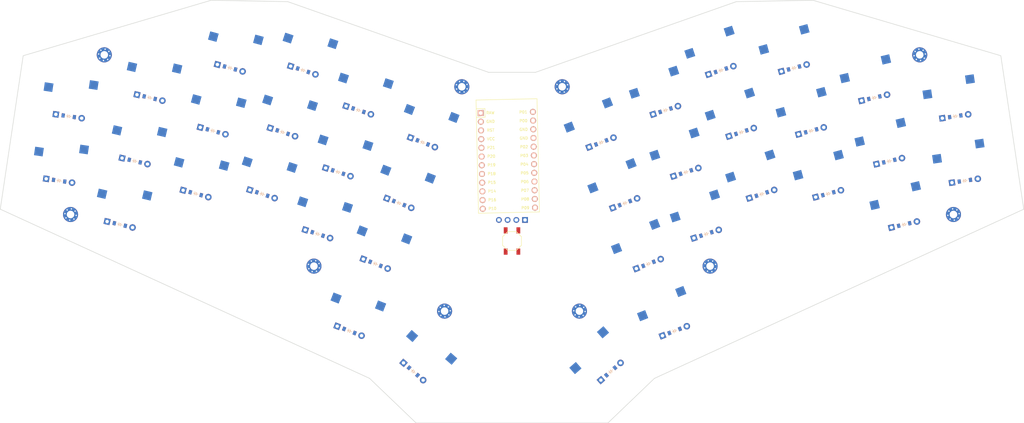
<source format=kicad_pcb>


(kicad_pcb (version 20171130) (host pcbnew 5.1.6)

  (page A3)
  (title_block
    (title "theboard")
    (rev "v1.0.0")
    (company "Unknown")
  )

  (general
    (thickness 1.6)
  )

  (layers
    (0 F.Cu signal)
    (31 B.Cu signal)
    (32 B.Adhes user)
    (33 F.Adhes user)
    (34 B.Paste user)
    (35 F.Paste user)
    (36 B.SilkS user)
    (37 F.SilkS user)
    (38 B.Mask user)
    (39 F.Mask user)
    (40 Dwgs.User user)
    (41 Cmts.User user)
    (42 Eco1.User user)
    (43 Eco2.User user)
    (44 Edge.Cuts user)
    (45 Margin user)
    (46 B.CrtYd user)
    (47 F.CrtYd user)
    (48 B.Fab user)
    (49 F.Fab user)
  )

  (setup
    (last_trace_width 0.25)
    (trace_clearance 0.2)
    (zone_clearance 0.508)
    (zone_45_only no)
    (trace_min 0.2)
    (via_size 0.8)
    (via_drill 0.4)
    (via_min_size 0.4)
    (via_min_drill 0.3)
    (uvia_size 0.3)
    (uvia_drill 0.1)
    (uvias_allowed no)
    (uvia_min_size 0.2)
    (uvia_min_drill 0.1)
    (edge_width 0.05)
    (segment_width 0.2)
    (pcb_text_width 0.3)
    (pcb_text_size 1.5 1.5)
    (mod_edge_width 0.12)
    (mod_text_size 1 1)
    (mod_text_width 0.15)
    (pad_size 1.524 1.524)
    (pad_drill 0.762)
    (pad_to_mask_clearance 0.05)
    (aux_axis_origin 0 0)
    (visible_elements FFFFFF7F)
    (pcbplotparams
      (layerselection 0x010fc_ffffffff)
      (usegerberextensions false)
      (usegerberattributes true)
      (usegerberadvancedattributes true)
      (creategerberjobfile true)
      (excludeedgelayer true)
      (linewidth 0.100000)
      (plotframeref false)
      (viasonmask false)
      (mode 1)
      (useauxorigin false)
      (hpglpennumber 1)
      (hpglpenspeed 20)
      (hpglpendiameter 15.000000)
      (psnegative false)
      (psa4output false)
      (plotreference true)
      (plotvalue true)
      (plotinvisibletext false)
      (padsonsilk false)
      (subtractmaskfromsilk false)
      (outputformat 1)
      (mirror false)
      (drillshape 1)
      (scaleselection 1)
      (outputdirectory ""))
  )

  (net 0 "")
(net 1 "P20")
(net 2 "outer_home")
(net 3 "outer_top")
(net 4 "P19")
(net 5 "pinky_bottom")
(net 6 "pinky_home")
(net 7 "pinky_top")
(net 8 "p18")
(net 9 "ring_bottom")
(net 10 "ring_home")
(net 11 "ring_top")
(net 12 "P14")
(net 13 "middle_bottom")
(net 14 "middle_home")
(net 15 "middle_top")
(net 16 "P4")
(net 17 "index_bottom")
(net 18 "index_home")
(net 19 "index_top")
(net 20 "P3")
(net 21 "inner_bottom")
(net 22 "inner_home")
(net 23 "inner_top")
(net 24 "near_thumb")
(net 25 "home_thumb")
(net 26 "mirror_outer_home")
(net 27 "mirror_outer_top")
(net 28 "mirror_pinky_bottom")
(net 29 "mirror_pinky_home")
(net 30 "mirror_pinky_top")
(net 31 "mirror_ring_bottom")
(net 32 "mirror_ring_home")
(net 33 "mirror_ring_top")
(net 34 "mirror_middle_bottom")
(net 35 "mirror_middle_home")
(net 36 "mirror_middle_top")
(net 37 "mirror_index_bottom")
(net 38 "mirror_index_home")
(net 39 "mirror_index_top")
(net 40 "mirror_inner_bottom")
(net 41 "mirror_inner_home")
(net 42 "mirror_inner_top")
(net 43 "mirror_near_thumb")
(net 44 "mirror_home_thumb")
(net 45 "P15")
(net 46 "P21")
(net 47 "P16")
(net 48 "P10")
(net 49 "P6")
(net 50 "P1")
(net 51 "P8")
(net 52 "P9")
(net 53 "RAW")
(net 54 "GND")
(net 55 "RST")
(net 56 "VCC")
(net 57 "P18")
(net 58 "P0")
(net 59 "P2")
(net 60 "P5")
(net 61 "P7")

  (net_class Default "This is the default net class."
    (clearance 0.2)
    (trace_width 0.25)
    (via_dia 0.8)
    (via_drill 0.4)
    (uvia_dia 0.3)
    (uvia_drill 0.1)
    (add_net "")
(add_net "P20")
(add_net "outer_home")
(add_net "outer_top")
(add_net "P19")
(add_net "pinky_bottom")
(add_net "pinky_home")
(add_net "pinky_top")
(add_net "p18")
(add_net "ring_bottom")
(add_net "ring_home")
(add_net "ring_top")
(add_net "P14")
(add_net "middle_bottom")
(add_net "middle_home")
(add_net "middle_top")
(add_net "P4")
(add_net "index_bottom")
(add_net "index_home")
(add_net "index_top")
(add_net "P3")
(add_net "inner_bottom")
(add_net "inner_home")
(add_net "inner_top")
(add_net "near_thumb")
(add_net "home_thumb")
(add_net "mirror_outer_home")
(add_net "mirror_outer_top")
(add_net "mirror_pinky_bottom")
(add_net "mirror_pinky_home")
(add_net "mirror_pinky_top")
(add_net "mirror_ring_bottom")
(add_net "mirror_ring_home")
(add_net "mirror_ring_top")
(add_net "mirror_middle_bottom")
(add_net "mirror_middle_home")
(add_net "mirror_middle_top")
(add_net "mirror_index_bottom")
(add_net "mirror_index_home")
(add_net "mirror_index_top")
(add_net "mirror_inner_bottom")
(add_net "mirror_inner_home")
(add_net "mirror_inner_top")
(add_net "mirror_near_thumb")
(add_net "mirror_home_thumb")
(add_net "P15")
(add_net "P21")
(add_net "P16")
(add_net "P10")
(add_net "P6")
(add_net "P1")
(add_net "P8")
(add_net "P9")
(add_net "RAW")
(add_net "GND")
(add_net "RST")
(add_net "VCC")
(add_net "P18")
(add_net "P0")
(add_net "P2")
(add_net "P5")
(add_net "P7")
  )

  
        
      (module MX (layer F.Cu) (tedit 5DD4F656)
      (at 2.8083788 -18.7913014 -8.5)

      
      (fp_text reference "S1" (at 0 0) (layer F.SilkS) hide (effects (font (size 1.27 1.27) (thickness 0.15))))
      (fp_text value "" (at 0 0) (layer F.SilkS) hide (effects (font (size 1.27 1.27) (thickness 0.15))))

      
      (fp_line (start -7 -6) (end -7 -7) (layer Dwgs.User) (width 0.15))
      (fp_line (start -7 7) (end -6 7) (layer Dwgs.User) (width 0.15))
      (fp_line (start -6 -7) (end -7 -7) (layer Dwgs.User) (width 0.15))
      (fp_line (start -7 7) (end -7 6) (layer Dwgs.User) (width 0.15))
      (fp_line (start 7 6) (end 7 7) (layer Dwgs.User) (width 0.15))
      (fp_line (start 7 -7) (end 6 -7) (layer Dwgs.User) (width 0.15))
      (fp_line (start 6 7) (end 7 7) (layer Dwgs.User) (width 0.15))
      (fp_line (start 7 -7) (end 7 -6) (layer Dwgs.User) (width 0.15))
    
      
      (pad "" np_thru_hole circle (at 0 0) (size 3.9878 3.9878) (drill 3.9878) (layers *.Cu *.Mask))

      
      (pad "" np_thru_hole circle (at 5.08 0) (size 1.7018 1.7018) (drill 1.7018) (layers *.Cu *.Mask))
      (pad "" np_thru_hole circle (at -5.08 0) (size 1.7018 1.7018) (drill 1.7018) (layers *.Cu *.Mask))
      
        
      
      (fp_line (start -9.5 -9.5) (end 9.5 -9.5) (layer Dwgs.User) (width 0.15))
      (fp_line (start 9.5 -9.5) (end 9.5 9.5) (layer Dwgs.User) (width 0.15))
      (fp_line (start 9.5 9.5) (end -9.5 9.5) (layer Dwgs.User) (width 0.15))
      (fp_line (start -9.5 9.5) (end -9.5 -9.5) (layer Dwgs.User) (width 0.15))
      
        
        
        (pad "" np_thru_hole circle (at 2.54 -5.08) (size 3 3) (drill 3) (layers *.Cu *.Mask))
        (pad "" np_thru_hole circle (at -3.81 -2.54) (size 3 3) (drill 3) (layers *.Cu *.Mask))
        
        
        (pad 1 smd rect (at -7.085 -2.54 -8.5) (size 2.55 2.5) (layers B.Cu B.Paste B.Mask) (net 1 "P20"))
        (pad 2 smd rect (at 5.842 -5.08 -8.5) (size 2.55 2.5) (layers B.Cu B.Paste B.Mask) (net 2 "outer_home"))
        )
        

        
      (module MX (layer F.Cu) (tedit 5DD4F656)
      (at 5.6167575 -37.5826028 -8.5)

      
      (fp_text reference "S2" (at 0 0) (layer F.SilkS) hide (effects (font (size 1.27 1.27) (thickness 0.15))))
      (fp_text value "" (at 0 0) (layer F.SilkS) hide (effects (font (size 1.27 1.27) (thickness 0.15))))

      
      (fp_line (start -7 -6) (end -7 -7) (layer Dwgs.User) (width 0.15))
      (fp_line (start -7 7) (end -6 7) (layer Dwgs.User) (width 0.15))
      (fp_line (start -6 -7) (end -7 -7) (layer Dwgs.User) (width 0.15))
      (fp_line (start -7 7) (end -7 6) (layer Dwgs.User) (width 0.15))
      (fp_line (start 7 6) (end 7 7) (layer Dwgs.User) (width 0.15))
      (fp_line (start 7 -7) (end 6 -7) (layer Dwgs.User) (width 0.15))
      (fp_line (start 6 7) (end 7 7) (layer Dwgs.User) (width 0.15))
      (fp_line (start 7 -7) (end 7 -6) (layer Dwgs.User) (width 0.15))
    
      
      (pad "" np_thru_hole circle (at 0 0) (size 3.9878 3.9878) (drill 3.9878) (layers *.Cu *.Mask))

      
      (pad "" np_thru_hole circle (at 5.08 0) (size 1.7018 1.7018) (drill 1.7018) (layers *.Cu *.Mask))
      (pad "" np_thru_hole circle (at -5.08 0) (size 1.7018 1.7018) (drill 1.7018) (layers *.Cu *.Mask))
      
        
      
      (fp_line (start -9.5 -9.5) (end 9.5 -9.5) (layer Dwgs.User) (width 0.15))
      (fp_line (start 9.5 -9.5) (end 9.5 9.5) (layer Dwgs.User) (width 0.15))
      (fp_line (start 9.5 9.5) (end -9.5 9.5) (layer Dwgs.User) (width 0.15))
      (fp_line (start -9.5 9.5) (end -9.5 -9.5) (layer Dwgs.User) (width 0.15))
      
        
        
        (pad "" np_thru_hole circle (at 2.54 -5.08) (size 3 3) (drill 3) (layers *.Cu *.Mask))
        (pad "" np_thru_hole circle (at -3.81 -2.54) (size 3 3) (drill 3) (layers *.Cu *.Mask))
        
        
        (pad 1 smd rect (at -7.085 -2.54 -8.5) (size 2.55 2.5) (layers B.Cu B.Paste B.Mask) (net 1 "P20"))
        (pad 2 smd rect (at 5.842 -5.08 -8.5) (size 2.55 2.5) (layers B.Cu B.Paste B.Mask) (net 3 "outer_top"))
        )
        

        
      (module MX (layer F.Cu) (tedit 5DD4F656)
      (at 20.915581 -5.9425599 -13.25)

      
      (fp_text reference "S3" (at 0 0) (layer F.SilkS) hide (effects (font (size 1.27 1.27) (thickness 0.15))))
      (fp_text value "" (at 0 0) (layer F.SilkS) hide (effects (font (size 1.27 1.27) (thickness 0.15))))

      
      (fp_line (start -7 -6) (end -7 -7) (layer Dwgs.User) (width 0.15))
      (fp_line (start -7 7) (end -6 7) (layer Dwgs.User) (width 0.15))
      (fp_line (start -6 -7) (end -7 -7) (layer Dwgs.User) (width 0.15))
      (fp_line (start -7 7) (end -7 6) (layer Dwgs.User) (width 0.15))
      (fp_line (start 7 6) (end 7 7) (layer Dwgs.User) (width 0.15))
      (fp_line (start 7 -7) (end 6 -7) (layer Dwgs.User) (width 0.15))
      (fp_line (start 6 7) (end 7 7) (layer Dwgs.User) (width 0.15))
      (fp_line (start 7 -7) (end 7 -6) (layer Dwgs.User) (width 0.15))
    
      
      (pad "" np_thru_hole circle (at 0 0) (size 3.9878 3.9878) (drill 3.9878) (layers *.Cu *.Mask))

      
      (pad "" np_thru_hole circle (at 5.08 0) (size 1.7018 1.7018) (drill 1.7018) (layers *.Cu *.Mask))
      (pad "" np_thru_hole circle (at -5.08 0) (size 1.7018 1.7018) (drill 1.7018) (layers *.Cu *.Mask))
      
        
      
      (fp_line (start -9.5 -9.5) (end 9.5 -9.5) (layer Dwgs.User) (width 0.15))
      (fp_line (start 9.5 -9.5) (end 9.5 9.5) (layer Dwgs.User) (width 0.15))
      (fp_line (start 9.5 9.5) (end -9.5 9.5) (layer Dwgs.User) (width 0.15))
      (fp_line (start -9.5 9.5) (end -9.5 -9.5) (layer Dwgs.User) (width 0.15))
      
        
        
        (pad "" np_thru_hole circle (at 2.54 -5.08) (size 3 3) (drill 3) (layers *.Cu *.Mask))
        (pad "" np_thru_hole circle (at -3.81 -2.54) (size 3 3) (drill 3) (layers *.Cu *.Mask))
        
        
        (pad 1 smd rect (at -7.085 -2.54 -13.25) (size 2.55 2.5) (layers B.Cu B.Paste B.Mask) (net 4 "P19"))
        (pad 2 smd rect (at 5.842 -5.08 -13.25) (size 2.55 2.5) (layers B.Cu B.Paste B.Mask) (net 5 "pinky_bottom"))
        )
        

        
      (module MX (layer F.Cu) (tedit 5DD4F656)
      (at 25.2703884 -24.4367659 -13.25)

      
      (fp_text reference "S4" (at 0 0) (layer F.SilkS) hide (effects (font (size 1.27 1.27) (thickness 0.15))))
      (fp_text value "" (at 0 0) (layer F.SilkS) hide (effects (font (size 1.27 1.27) (thickness 0.15))))

      
      (fp_line (start -7 -6) (end -7 -7) (layer Dwgs.User) (width 0.15))
      (fp_line (start -7 7) (end -6 7) (layer Dwgs.User) (width 0.15))
      (fp_line (start -6 -7) (end -7 -7) (layer Dwgs.User) (width 0.15))
      (fp_line (start -7 7) (end -7 6) (layer Dwgs.User) (width 0.15))
      (fp_line (start 7 6) (end 7 7) (layer Dwgs.User) (width 0.15))
      (fp_line (start 7 -7) (end 6 -7) (layer Dwgs.User) (width 0.15))
      (fp_line (start 6 7) (end 7 7) (layer Dwgs.User) (width 0.15))
      (fp_line (start 7 -7) (end 7 -6) (layer Dwgs.User) (width 0.15))
    
      
      (pad "" np_thru_hole circle (at 0 0) (size 3.9878 3.9878) (drill 3.9878) (layers *.Cu *.Mask))

      
      (pad "" np_thru_hole circle (at 5.08 0) (size 1.7018 1.7018) (drill 1.7018) (layers *.Cu *.Mask))
      (pad "" np_thru_hole circle (at -5.08 0) (size 1.7018 1.7018) (drill 1.7018) (layers *.Cu *.Mask))
      
        
      
      (fp_line (start -9.5 -9.5) (end 9.5 -9.5) (layer Dwgs.User) (width 0.15))
      (fp_line (start 9.5 -9.5) (end 9.5 9.5) (layer Dwgs.User) (width 0.15))
      (fp_line (start 9.5 9.5) (end -9.5 9.5) (layer Dwgs.User) (width 0.15))
      (fp_line (start -9.5 9.5) (end -9.5 -9.5) (layer Dwgs.User) (width 0.15))
      
        
        
        (pad "" np_thru_hole circle (at 2.54 -5.08) (size 3 3) (drill 3) (layers *.Cu *.Mask))
        (pad "" np_thru_hole circle (at -3.81 -2.54) (size 3 3) (drill 3) (layers *.Cu *.Mask))
        
        
        (pad 1 smd rect (at -7.085 -2.54 -13.25) (size 2.55 2.5) (layers B.Cu B.Paste B.Mask) (net 4 "P19"))
        (pad 2 smd rect (at 5.842 -5.08 -13.25) (size 2.55 2.5) (layers B.Cu B.Paste B.Mask) (net 6 "pinky_home"))
        )
        

        
      (module MX (layer F.Cu) (tedit 5DD4F656)
      (at 29.6251958 -42.9309719 -13.25)

      
      (fp_text reference "S5" (at 0 0) (layer F.SilkS) hide (effects (font (size 1.27 1.27) (thickness 0.15))))
      (fp_text value "" (at 0 0) (layer F.SilkS) hide (effects (font (size 1.27 1.27) (thickness 0.15))))

      
      (fp_line (start -7 -6) (end -7 -7) (layer Dwgs.User) (width 0.15))
      (fp_line (start -7 7) (end -6 7) (layer Dwgs.User) (width 0.15))
      (fp_line (start -6 -7) (end -7 -7) (layer Dwgs.User) (width 0.15))
      (fp_line (start -7 7) (end -7 6) (layer Dwgs.User) (width 0.15))
      (fp_line (start 7 6) (end 7 7) (layer Dwgs.User) (width 0.15))
      (fp_line (start 7 -7) (end 6 -7) (layer Dwgs.User) (width 0.15))
      (fp_line (start 6 7) (end 7 7) (layer Dwgs.User) (width 0.15))
      (fp_line (start 7 -7) (end 7 -6) (layer Dwgs.User) (width 0.15))
    
      
      (pad "" np_thru_hole circle (at 0 0) (size 3.9878 3.9878) (drill 3.9878) (layers *.Cu *.Mask))

      
      (pad "" np_thru_hole circle (at 5.08 0) (size 1.7018 1.7018) (drill 1.7018) (layers *.Cu *.Mask))
      (pad "" np_thru_hole circle (at -5.08 0) (size 1.7018 1.7018) (drill 1.7018) (layers *.Cu *.Mask))
      
        
      
      (fp_line (start -9.5 -9.5) (end 9.5 -9.5) (layer Dwgs.User) (width 0.15))
      (fp_line (start 9.5 -9.5) (end 9.5 9.5) (layer Dwgs.User) (width 0.15))
      (fp_line (start 9.5 9.5) (end -9.5 9.5) (layer Dwgs.User) (width 0.15))
      (fp_line (start -9.5 9.5) (end -9.5 -9.5) (layer Dwgs.User) (width 0.15))
      
        
        
        (pad "" np_thru_hole circle (at 2.54 -5.08) (size 3 3) (drill 3) (layers *.Cu *.Mask))
        (pad "" np_thru_hole circle (at -3.81 -2.54) (size 3 3) (drill 3) (layers *.Cu *.Mask))
        
        
        (pad 1 smd rect (at -7.085 -2.54 -13.25) (size 2.55 2.5) (layers B.Cu B.Paste B.Mask) (net 4 "P19"))
        (pad 2 smd rect (at 5.842 -5.08 -13.25) (size 2.55 2.5) (layers B.Cu B.Paste B.Mask) (net 7 "pinky_top"))
        )
        

        
      (module MX (layer F.Cu) (tedit 5DD4F656)
      (at 43.2155749 -14.8891904 -15.25)

      
      (fp_text reference "S6" (at 0 0) (layer F.SilkS) hide (effects (font (size 1.27 1.27) (thickness 0.15))))
      (fp_text value "" (at 0 0) (layer F.SilkS) hide (effects (font (size 1.27 1.27) (thickness 0.15))))

      
      (fp_line (start -7 -6) (end -7 -7) (layer Dwgs.User) (width 0.15))
      (fp_line (start -7 7) (end -6 7) (layer Dwgs.User) (width 0.15))
      (fp_line (start -6 -7) (end -7 -7) (layer Dwgs.User) (width 0.15))
      (fp_line (start -7 7) (end -7 6) (layer Dwgs.User) (width 0.15))
      (fp_line (start 7 6) (end 7 7) (layer Dwgs.User) (width 0.15))
      (fp_line (start 7 -7) (end 6 -7) (layer Dwgs.User) (width 0.15))
      (fp_line (start 6 7) (end 7 7) (layer Dwgs.User) (width 0.15))
      (fp_line (start 7 -7) (end 7 -6) (layer Dwgs.User) (width 0.15))
    
      
      (pad "" np_thru_hole circle (at 0 0) (size 3.9878 3.9878) (drill 3.9878) (layers *.Cu *.Mask))

      
      (pad "" np_thru_hole circle (at 5.08 0) (size 1.7018 1.7018) (drill 1.7018) (layers *.Cu *.Mask))
      (pad "" np_thru_hole circle (at -5.08 0) (size 1.7018 1.7018) (drill 1.7018) (layers *.Cu *.Mask))
      
        
      
      (fp_line (start -9.5 -9.5) (end 9.5 -9.5) (layer Dwgs.User) (width 0.15))
      (fp_line (start 9.5 -9.5) (end 9.5 9.5) (layer Dwgs.User) (width 0.15))
      (fp_line (start 9.5 9.5) (end -9.5 9.5) (layer Dwgs.User) (width 0.15))
      (fp_line (start -9.5 9.5) (end -9.5 -9.5) (layer Dwgs.User) (width 0.15))
      
        
        
        (pad "" np_thru_hole circle (at 2.54 -5.08) (size 3 3) (drill 3) (layers *.Cu *.Mask))
        (pad "" np_thru_hole circle (at -3.81 -2.54) (size 3 3) (drill 3) (layers *.Cu *.Mask))
        
        
        (pad 1 smd rect (at -7.085 -2.54 -15.25) (size 2.55 2.5) (layers B.Cu B.Paste B.Mask) (net 8 "p18"))
        (pad 2 smd rect (at 5.842 -5.08 -15.25) (size 2.55 2.5) (layers B.Cu B.Paste B.Mask) (net 9 "ring_bottom"))
        )
        

        
      (module MX (layer F.Cu) (tedit 5DD4F656)
      (at 48.2131679 -33.2201495 -15.25)

      
      (fp_text reference "S7" (at 0 0) (layer F.SilkS) hide (effects (font (size 1.27 1.27) (thickness 0.15))))
      (fp_text value "" (at 0 0) (layer F.SilkS) hide (effects (font (size 1.27 1.27) (thickness 0.15))))

      
      (fp_line (start -7 -6) (end -7 -7) (layer Dwgs.User) (width 0.15))
      (fp_line (start -7 7) (end -6 7) (layer Dwgs.User) (width 0.15))
      (fp_line (start -6 -7) (end -7 -7) (layer Dwgs.User) (width 0.15))
      (fp_line (start -7 7) (end -7 6) (layer Dwgs.User) (width 0.15))
      (fp_line (start 7 6) (end 7 7) (layer Dwgs.User) (width 0.15))
      (fp_line (start 7 -7) (end 6 -7) (layer Dwgs.User) (width 0.15))
      (fp_line (start 6 7) (end 7 7) (layer Dwgs.User) (width 0.15))
      (fp_line (start 7 -7) (end 7 -6) (layer Dwgs.User) (width 0.15))
    
      
      (pad "" np_thru_hole circle (at 0 0) (size 3.9878 3.9878) (drill 3.9878) (layers *.Cu *.Mask))

      
      (pad "" np_thru_hole circle (at 5.08 0) (size 1.7018 1.7018) (drill 1.7018) (layers *.Cu *.Mask))
      (pad "" np_thru_hole circle (at -5.08 0) (size 1.7018 1.7018) (drill 1.7018) (layers *.Cu *.Mask))
      
        
      
      (fp_line (start -9.5 -9.5) (end 9.5 -9.5) (layer Dwgs.User) (width 0.15))
      (fp_line (start 9.5 -9.5) (end 9.5 9.5) (layer Dwgs.User) (width 0.15))
      (fp_line (start 9.5 9.5) (end -9.5 9.5) (layer Dwgs.User) (width 0.15))
      (fp_line (start -9.5 9.5) (end -9.5 -9.5) (layer Dwgs.User) (width 0.15))
      
        
        
        (pad "" np_thru_hole circle (at 2.54 -5.08) (size 3 3) (drill 3) (layers *.Cu *.Mask))
        (pad "" np_thru_hole circle (at -3.81 -2.54) (size 3 3) (drill 3) (layers *.Cu *.Mask))
        
        
        (pad 1 smd rect (at -7.085 -2.54 -15.25) (size 2.55 2.5) (layers B.Cu B.Paste B.Mask) (net 8 "p18"))
        (pad 2 smd rect (at 5.842 -5.08 -15.25) (size 2.55 2.5) (layers B.Cu B.Paste B.Mask) (net 10 "ring_home"))
        )
        

        
      (module MX (layer F.Cu) (tedit 5DD4F656)
      (at 53.210761 -51.5511087 -15.25)

      
      (fp_text reference "S8" (at 0 0) (layer F.SilkS) hide (effects (font (size 1.27 1.27) (thickness 0.15))))
      (fp_text value "" (at 0 0) (layer F.SilkS) hide (effects (font (size 1.27 1.27) (thickness 0.15))))

      
      (fp_line (start -7 -6) (end -7 -7) (layer Dwgs.User) (width 0.15))
      (fp_line (start -7 7) (end -6 7) (layer Dwgs.User) (width 0.15))
      (fp_line (start -6 -7) (end -7 -7) (layer Dwgs.User) (width 0.15))
      (fp_line (start -7 7) (end -7 6) (layer Dwgs.User) (width 0.15))
      (fp_line (start 7 6) (end 7 7) (layer Dwgs.User) (width 0.15))
      (fp_line (start 7 -7) (end 6 -7) (layer Dwgs.User) (width 0.15))
      (fp_line (start 6 7) (end 7 7) (layer Dwgs.User) (width 0.15))
      (fp_line (start 7 -7) (end 7 -6) (layer Dwgs.User) (width 0.15))
    
      
      (pad "" np_thru_hole circle (at 0 0) (size 3.9878 3.9878) (drill 3.9878) (layers *.Cu *.Mask))

      
      (pad "" np_thru_hole circle (at 5.08 0) (size 1.7018 1.7018) (drill 1.7018) (layers *.Cu *.Mask))
      (pad "" np_thru_hole circle (at -5.08 0) (size 1.7018 1.7018) (drill 1.7018) (layers *.Cu *.Mask))
      
        
      
      (fp_line (start -9.5 -9.5) (end 9.5 -9.5) (layer Dwgs.User) (width 0.15))
      (fp_line (start 9.5 -9.5) (end 9.5 9.5) (layer Dwgs.User) (width 0.15))
      (fp_line (start 9.5 9.5) (end -9.5 9.5) (layer Dwgs.User) (width 0.15))
      (fp_line (start -9.5 9.5) (end -9.5 -9.5) (layer Dwgs.User) (width 0.15))
      
        
        
        (pad "" np_thru_hole circle (at 2.54 -5.08) (size 3 3) (drill 3) (layers *.Cu *.Mask))
        (pad "" np_thru_hole circle (at -3.81 -2.54) (size 3 3) (drill 3) (layers *.Cu *.Mask))
        
        
        (pad 1 smd rect (at -7.085 -2.54 -15.25) (size 2.55 2.5) (layers B.Cu B.Paste B.Mask) (net 8 "p18"))
        (pad 2 smd rect (at 5.842 -5.08 -15.25) (size 2.55 2.5) (layers B.Cu B.Paste B.Mask) (net 11 "ring_top"))
        )
        

        
      (module MX (layer F.Cu) (tedit 5DD4F656)
      (at 62.8616902 -14.7155339 -18.25)

      
      (fp_text reference "S9" (at 0 0) (layer F.SilkS) hide (effects (font (size 1.27 1.27) (thickness 0.15))))
      (fp_text value "" (at 0 0) (layer F.SilkS) hide (effects (font (size 1.27 1.27) (thickness 0.15))))

      
      (fp_line (start -7 -6) (end -7 -7) (layer Dwgs.User) (width 0.15))
      (fp_line (start -7 7) (end -6 7) (layer Dwgs.User) (width 0.15))
      (fp_line (start -6 -7) (end -7 -7) (layer Dwgs.User) (width 0.15))
      (fp_line (start -7 7) (end -7 6) (layer Dwgs.User) (width 0.15))
      (fp_line (start 7 6) (end 7 7) (layer Dwgs.User) (width 0.15))
      (fp_line (start 7 -7) (end 6 -7) (layer Dwgs.User) (width 0.15))
      (fp_line (start 6 7) (end 7 7) (layer Dwgs.User) (width 0.15))
      (fp_line (start 7 -7) (end 7 -6) (layer Dwgs.User) (width 0.15))
    
      
      (pad "" np_thru_hole circle (at 0 0) (size 3.9878 3.9878) (drill 3.9878) (layers *.Cu *.Mask))

      
      (pad "" np_thru_hole circle (at 5.08 0) (size 1.7018 1.7018) (drill 1.7018) (layers *.Cu *.Mask))
      (pad "" np_thru_hole circle (at -5.08 0) (size 1.7018 1.7018) (drill 1.7018) (layers *.Cu *.Mask))
      
        
      
      (fp_line (start -9.5 -9.5) (end 9.5 -9.5) (layer Dwgs.User) (width 0.15))
      (fp_line (start 9.5 -9.5) (end 9.5 9.5) (layer Dwgs.User) (width 0.15))
      (fp_line (start 9.5 9.5) (end -9.5 9.5) (layer Dwgs.User) (width 0.15))
      (fp_line (start -9.5 9.5) (end -9.5 -9.5) (layer Dwgs.User) (width 0.15))
      
        
        
        (pad "" np_thru_hole circle (at 2.54 -5.08) (size 3 3) (drill 3) (layers *.Cu *.Mask))
        (pad "" np_thru_hole circle (at -3.81 -2.54) (size 3 3) (drill 3) (layers *.Cu *.Mask))
        
        
        (pad 1 smd rect (at -7.085 -2.54 -18.25) (size 2.55 2.5) (layers B.Cu B.Paste B.Mask) (net 12 "P14"))
        (pad 2 smd rect (at 5.842 -5.08 -18.25) (size 2.55 2.5) (layers B.Cu B.Paste B.Mask) (net 13 "middle_bottom"))
        )
        

        
      (module MX (layer F.Cu) (tedit 5DD4F656)
      (at 68.8118025 -32.7598172 -18.25)

      
      (fp_text reference "S10" (at 0 0) (layer F.SilkS) hide (effects (font (size 1.27 1.27) (thickness 0.15))))
      (fp_text value "" (at 0 0) (layer F.SilkS) hide (effects (font (size 1.27 1.27) (thickness 0.15))))

      
      (fp_line (start -7 -6) (end -7 -7) (layer Dwgs.User) (width 0.15))
      (fp_line (start -7 7) (end -6 7) (layer Dwgs.User) (width 0.15))
      (fp_line (start -6 -7) (end -7 -7) (layer Dwgs.User) (width 0.15))
      (fp_line (start -7 7) (end -7 6) (layer Dwgs.User) (width 0.15))
      (fp_line (start 7 6) (end 7 7) (layer Dwgs.User) (width 0.15))
      (fp_line (start 7 -7) (end 6 -7) (layer Dwgs.User) (width 0.15))
      (fp_line (start 6 7) (end 7 7) (layer Dwgs.User) (width 0.15))
      (fp_line (start 7 -7) (end 7 -6) (layer Dwgs.User) (width 0.15))
    
      
      (pad "" np_thru_hole circle (at 0 0) (size 3.9878 3.9878) (drill 3.9878) (layers *.Cu *.Mask))

      
      (pad "" np_thru_hole circle (at 5.08 0) (size 1.7018 1.7018) (drill 1.7018) (layers *.Cu *.Mask))
      (pad "" np_thru_hole circle (at -5.08 0) (size 1.7018 1.7018) (drill 1.7018) (layers *.Cu *.Mask))
      
        
      
      (fp_line (start -9.5 -9.5) (end 9.5 -9.5) (layer Dwgs.User) (width 0.15))
      (fp_line (start 9.5 -9.5) (end 9.5 9.5) (layer Dwgs.User) (width 0.15))
      (fp_line (start 9.5 9.5) (end -9.5 9.5) (layer Dwgs.User) (width 0.15))
      (fp_line (start -9.5 9.5) (end -9.5 -9.5) (layer Dwgs.User) (width 0.15))
      
        
        
        (pad "" np_thru_hole circle (at 2.54 -5.08) (size 3 3) (drill 3) (layers *.Cu *.Mask))
        (pad "" np_thru_hole circle (at -3.81 -2.54) (size 3 3) (drill 3) (layers *.Cu *.Mask))
        
        
        (pad 1 smd rect (at -7.085 -2.54 -18.25) (size 2.55 2.5) (layers B.Cu B.Paste B.Mask) (net 12 "P14"))
        (pad 2 smd rect (at 5.842 -5.08 -18.25) (size 2.55 2.5) (layers B.Cu B.Paste B.Mask) (net 14 "middle_home"))
        )
        

        
      (module MX (layer F.Cu) (tedit 5DD4F656)
      (at 74.7619148 -50.8041006 -18.25)

      
      (fp_text reference "S11" (at 0 0) (layer F.SilkS) hide (effects (font (size 1.27 1.27) (thickness 0.15))))
      (fp_text value "" (at 0 0) (layer F.SilkS) hide (effects (font (size 1.27 1.27) (thickness 0.15))))

      
      (fp_line (start -7 -6) (end -7 -7) (layer Dwgs.User) (width 0.15))
      (fp_line (start -7 7) (end -6 7) (layer Dwgs.User) (width 0.15))
      (fp_line (start -6 -7) (end -7 -7) (layer Dwgs.User) (width 0.15))
      (fp_line (start -7 7) (end -7 6) (layer Dwgs.User) (width 0.15))
      (fp_line (start 7 6) (end 7 7) (layer Dwgs.User) (width 0.15))
      (fp_line (start 7 -7) (end 6 -7) (layer Dwgs.User) (width 0.15))
      (fp_line (start 6 7) (end 7 7) (layer Dwgs.User) (width 0.15))
      (fp_line (start 7 -7) (end 7 -6) (layer Dwgs.User) (width 0.15))
    
      
      (pad "" np_thru_hole circle (at 0 0) (size 3.9878 3.9878) (drill 3.9878) (layers *.Cu *.Mask))

      
      (pad "" np_thru_hole circle (at 5.08 0) (size 1.7018 1.7018) (drill 1.7018) (layers *.Cu *.Mask))
      (pad "" np_thru_hole circle (at -5.08 0) (size 1.7018 1.7018) (drill 1.7018) (layers *.Cu *.Mask))
      
        
      
      (fp_line (start -9.5 -9.5) (end 9.5 -9.5) (layer Dwgs.User) (width 0.15))
      (fp_line (start 9.5 -9.5) (end 9.5 9.5) (layer Dwgs.User) (width 0.15))
      (fp_line (start 9.5 9.5) (end -9.5 9.5) (layer Dwgs.User) (width 0.15))
      (fp_line (start -9.5 9.5) (end -9.5 -9.5) (layer Dwgs.User) (width 0.15))
      
        
        
        (pad "" np_thru_hole circle (at 2.54 -5.08) (size 3 3) (drill 3) (layers *.Cu *.Mask))
        (pad "" np_thru_hole circle (at -3.81 -2.54) (size 3 3) (drill 3) (layers *.Cu *.Mask))
        
        
        (pad 1 smd rect (at -7.085 -2.54 -18.25) (size 2.55 2.5) (layers B.Cu B.Paste B.Mask) (net 12 "P14"))
        (pad 2 smd rect (at 5.842 -5.08 -18.25) (size 2.55 2.5) (layers B.Cu B.Paste B.Mask) (net 15 "middle_top"))
        )
        

        
      (module MX (layer F.Cu) (tedit 5DD4F656)
      (at 79.0269907 -3.0672268 -18.25)

      
      (fp_text reference "S12" (at 0 0) (layer F.SilkS) hide (effects (font (size 1.27 1.27) (thickness 0.15))))
      (fp_text value "" (at 0 0) (layer F.SilkS) hide (effects (font (size 1.27 1.27) (thickness 0.15))))

      
      (fp_line (start -7 -6) (end -7 -7) (layer Dwgs.User) (width 0.15))
      (fp_line (start -7 7) (end -6 7) (layer Dwgs.User) (width 0.15))
      (fp_line (start -6 -7) (end -7 -7) (layer Dwgs.User) (width 0.15))
      (fp_line (start -7 7) (end -7 6) (layer Dwgs.User) (width 0.15))
      (fp_line (start 7 6) (end 7 7) (layer Dwgs.User) (width 0.15))
      (fp_line (start 7 -7) (end 6 -7) (layer Dwgs.User) (width 0.15))
      (fp_line (start 6 7) (end 7 7) (layer Dwgs.User) (width 0.15))
      (fp_line (start 7 -7) (end 7 -6) (layer Dwgs.User) (width 0.15))
    
      
      (pad "" np_thru_hole circle (at 0 0) (size 3.9878 3.9878) (drill 3.9878) (layers *.Cu *.Mask))

      
      (pad "" np_thru_hole circle (at 5.08 0) (size 1.7018 1.7018) (drill 1.7018) (layers *.Cu *.Mask))
      (pad "" np_thru_hole circle (at -5.08 0) (size 1.7018 1.7018) (drill 1.7018) (layers *.Cu *.Mask))
      
        
      
      (fp_line (start -9.5 -9.5) (end 9.5 -9.5) (layer Dwgs.User) (width 0.15))
      (fp_line (start 9.5 -9.5) (end 9.5 9.5) (layer Dwgs.User) (width 0.15))
      (fp_line (start 9.5 9.5) (end -9.5 9.5) (layer Dwgs.User) (width 0.15))
      (fp_line (start -9.5 9.5) (end -9.5 -9.5) (layer Dwgs.User) (width 0.15))
      
        
        
        (pad "" np_thru_hole circle (at 2.54 -5.08) (size 3 3) (drill 3) (layers *.Cu *.Mask))
        (pad "" np_thru_hole circle (at -3.81 -2.54) (size 3 3) (drill 3) (layers *.Cu *.Mask))
        
        
        (pad 1 smd rect (at -7.085 -2.54 -18.25) (size 2.55 2.5) (layers B.Cu B.Paste B.Mask) (net 16 "P4"))
        (pad 2 smd rect (at 5.842 -5.08 -18.25) (size 2.55 2.5) (layers B.Cu B.Paste B.Mask) (net 17 "index_bottom"))
        )
        

        
      (module MX (layer F.Cu) (tedit 5DD4F656)
      (at 84.977103 -21.1115101 -18.25)

      
      (fp_text reference "S13" (at 0 0) (layer F.SilkS) hide (effects (font (size 1.27 1.27) (thickness 0.15))))
      (fp_text value "" (at 0 0) (layer F.SilkS) hide (effects (font (size 1.27 1.27) (thickness 0.15))))

      
      (fp_line (start -7 -6) (end -7 -7) (layer Dwgs.User) (width 0.15))
      (fp_line (start -7 7) (end -6 7) (layer Dwgs.User) (width 0.15))
      (fp_line (start -6 -7) (end -7 -7) (layer Dwgs.User) (width 0.15))
      (fp_line (start -7 7) (end -7 6) (layer Dwgs.User) (width 0.15))
      (fp_line (start 7 6) (end 7 7) (layer Dwgs.User) (width 0.15))
      (fp_line (start 7 -7) (end 6 -7) (layer Dwgs.User) (width 0.15))
      (fp_line (start 6 7) (end 7 7) (layer Dwgs.User) (width 0.15))
      (fp_line (start 7 -7) (end 7 -6) (layer Dwgs.User) (width 0.15))
    
      
      (pad "" np_thru_hole circle (at 0 0) (size 3.9878 3.9878) (drill 3.9878) (layers *.Cu *.Mask))

      
      (pad "" np_thru_hole circle (at 5.08 0) (size 1.7018 1.7018) (drill 1.7018) (layers *.Cu *.Mask))
      (pad "" np_thru_hole circle (at -5.08 0) (size 1.7018 1.7018) (drill 1.7018) (layers *.Cu *.Mask))
      
        
      
      (fp_line (start -9.5 -9.5) (end 9.5 -9.5) (layer Dwgs.User) (width 0.15))
      (fp_line (start 9.5 -9.5) (end 9.5 9.5) (layer Dwgs.User) (width 0.15))
      (fp_line (start 9.5 9.5) (end -9.5 9.5) (layer Dwgs.User) (width 0.15))
      (fp_line (start -9.5 9.5) (end -9.5 -9.5) (layer Dwgs.User) (width 0.15))
      
        
        
        (pad "" np_thru_hole circle (at 2.54 -5.08) (size 3 3) (drill 3) (layers *.Cu *.Mask))
        (pad "" np_thru_hole circle (at -3.81 -2.54) (size 3 3) (drill 3) (layers *.Cu *.Mask))
        
        
        (pad 1 smd rect (at -7.085 -2.54 -18.25) (size 2.55 2.5) (layers B.Cu B.Paste B.Mask) (net 16 "P4"))
        (pad 2 smd rect (at 5.842 -5.08 -18.25) (size 2.55 2.5) (layers B.Cu B.Paste B.Mask) (net 18 "index_home"))
        )
        

        
      (module MX (layer F.Cu) (tedit 5DD4F656)
      (at 90.9272154 -39.1557935 -18.25)

      
      (fp_text reference "S14" (at 0 0) (layer F.SilkS) hide (effects (font (size 1.27 1.27) (thickness 0.15))))
      (fp_text value "" (at 0 0) (layer F.SilkS) hide (effects (font (size 1.27 1.27) (thickness 0.15))))

      
      (fp_line (start -7 -6) (end -7 -7) (layer Dwgs.User) (width 0.15))
      (fp_line (start -7 7) (end -6 7) (layer Dwgs.User) (width 0.15))
      (fp_line (start -6 -7) (end -7 -7) (layer Dwgs.User) (width 0.15))
      (fp_line (start -7 7) (end -7 6) (layer Dwgs.User) (width 0.15))
      (fp_line (start 7 6) (end 7 7) (layer Dwgs.User) (width 0.15))
      (fp_line (start 7 -7) (end 6 -7) (layer Dwgs.User) (width 0.15))
      (fp_line (start 6 7) (end 7 7) (layer Dwgs.User) (width 0.15))
      (fp_line (start 7 -7) (end 7 -6) (layer Dwgs.User) (width 0.15))
    
      
      (pad "" np_thru_hole circle (at 0 0) (size 3.9878 3.9878) (drill 3.9878) (layers *.Cu *.Mask))

      
      (pad "" np_thru_hole circle (at 5.08 0) (size 1.7018 1.7018) (drill 1.7018) (layers *.Cu *.Mask))
      (pad "" np_thru_hole circle (at -5.08 0) (size 1.7018 1.7018) (drill 1.7018) (layers *.Cu *.Mask))
      
        
      
      (fp_line (start -9.5 -9.5) (end 9.5 -9.5) (layer Dwgs.User) (width 0.15))
      (fp_line (start 9.5 -9.5) (end 9.5 9.5) (layer Dwgs.User) (width 0.15))
      (fp_line (start 9.5 9.5) (end -9.5 9.5) (layer Dwgs.User) (width 0.15))
      (fp_line (start -9.5 9.5) (end -9.5 -9.5) (layer Dwgs.User) (width 0.15))
      
        
        
        (pad "" np_thru_hole circle (at 2.54 -5.08) (size 3 3) (drill 3) (layers *.Cu *.Mask))
        (pad "" np_thru_hole circle (at -3.81 -2.54) (size 3 3) (drill 3) (layers *.Cu *.Mask))
        
        
        (pad 1 smd rect (at -7.085 -2.54 -18.25) (size 2.55 2.5) (layers B.Cu B.Paste B.Mask) (net 16 "P4"))
        (pad 2 smd rect (at 5.842 -5.08 -18.25) (size 2.55 2.5) (layers B.Cu B.Paste B.Mask) (net 19 "index_top"))
        )
        

        
      (module MX (layer F.Cu) (tedit 5DD4F656)
      (at 96.1317826 5.7319829 -21.25)

      
      (fp_text reference "S15" (at 0 0) (layer F.SilkS) hide (effects (font (size 1.27 1.27) (thickness 0.15))))
      (fp_text value "" (at 0 0) (layer F.SilkS) hide (effects (font (size 1.27 1.27) (thickness 0.15))))

      
      (fp_line (start -7 -6) (end -7 -7) (layer Dwgs.User) (width 0.15))
      (fp_line (start -7 7) (end -6 7) (layer Dwgs.User) (width 0.15))
      (fp_line (start -6 -7) (end -7 -7) (layer Dwgs.User) (width 0.15))
      (fp_line (start -7 7) (end -7 6) (layer Dwgs.User) (width 0.15))
      (fp_line (start 7 6) (end 7 7) (layer Dwgs.User) (width 0.15))
      (fp_line (start 7 -7) (end 6 -7) (layer Dwgs.User) (width 0.15))
      (fp_line (start 6 7) (end 7 7) (layer Dwgs.User) (width 0.15))
      (fp_line (start 7 -7) (end 7 -6) (layer Dwgs.User) (width 0.15))
    
      
      (pad "" np_thru_hole circle (at 0 0) (size 3.9878 3.9878) (drill 3.9878) (layers *.Cu *.Mask))

      
      (pad "" np_thru_hole circle (at 5.08 0) (size 1.7018 1.7018) (drill 1.7018) (layers *.Cu *.Mask))
      (pad "" np_thru_hole circle (at -5.08 0) (size 1.7018 1.7018) (drill 1.7018) (layers *.Cu *.Mask))
      
        
      
      (fp_line (start -9.5 -9.5) (end 9.5 -9.5) (layer Dwgs.User) (width 0.15))
      (fp_line (start 9.5 -9.5) (end 9.5 9.5) (layer Dwgs.User) (width 0.15))
      (fp_line (start 9.5 9.5) (end -9.5 9.5) (layer Dwgs.User) (width 0.15))
      (fp_line (start -9.5 9.5) (end -9.5 -9.5) (layer Dwgs.User) (width 0.15))
      
        
        
        (pad "" np_thru_hole circle (at 2.54 -5.08) (size 3 3) (drill 3) (layers *.Cu *.Mask))
        (pad "" np_thru_hole circle (at -3.81 -2.54) (size 3 3) (drill 3) (layers *.Cu *.Mask))
        
        
        (pad 1 smd rect (at -7.085 -2.54 -21.25) (size 2.55 2.5) (layers B.Cu B.Paste B.Mask) (net 20 "P3"))
        (pad 2 smd rect (at 5.842 -5.08 -21.25) (size 2.55 2.5) (layers B.Cu B.Paste B.Mask) (net 21 "inner_bottom"))
        )
        

        
      (module MX (layer F.Cu) (tedit 5DD4F656)
      (at 103.0181054 -11.9761666 -21.25)

      
      (fp_text reference "S16" (at 0 0) (layer F.SilkS) hide (effects (font (size 1.27 1.27) (thickness 0.15))))
      (fp_text value "" (at 0 0) (layer F.SilkS) hide (effects (font (size 1.27 1.27) (thickness 0.15))))

      
      (fp_line (start -7 -6) (end -7 -7) (layer Dwgs.User) (width 0.15))
      (fp_line (start -7 7) (end -6 7) (layer Dwgs.User) (width 0.15))
      (fp_line (start -6 -7) (end -7 -7) (layer Dwgs.User) (width 0.15))
      (fp_line (start -7 7) (end -7 6) (layer Dwgs.User) (width 0.15))
      (fp_line (start 7 6) (end 7 7) (layer Dwgs.User) (width 0.15))
      (fp_line (start 7 -7) (end 6 -7) (layer Dwgs.User) (width 0.15))
      (fp_line (start 6 7) (end 7 7) (layer Dwgs.User) (width 0.15))
      (fp_line (start 7 -7) (end 7 -6) (layer Dwgs.User) (width 0.15))
    
      
      (pad "" np_thru_hole circle (at 0 0) (size 3.9878 3.9878) (drill 3.9878) (layers *.Cu *.Mask))

      
      (pad "" np_thru_hole circle (at 5.08 0) (size 1.7018 1.7018) (drill 1.7018) (layers *.Cu *.Mask))
      (pad "" np_thru_hole circle (at -5.08 0) (size 1.7018 1.7018) (drill 1.7018) (layers *.Cu *.Mask))
      
        
      
      (fp_line (start -9.5 -9.5) (end 9.5 -9.5) (layer Dwgs.User) (width 0.15))
      (fp_line (start 9.5 -9.5) (end 9.5 9.5) (layer Dwgs.User) (width 0.15))
      (fp_line (start 9.5 9.5) (end -9.5 9.5) (layer Dwgs.User) (width 0.15))
      (fp_line (start -9.5 9.5) (end -9.5 -9.5) (layer Dwgs.User) (width 0.15))
      
        
        
        (pad "" np_thru_hole circle (at 2.54 -5.08) (size 3 3) (drill 3) (layers *.Cu *.Mask))
        (pad "" np_thru_hole circle (at -3.81 -2.54) (size 3 3) (drill 3) (layers *.Cu *.Mask))
        
        
        (pad 1 smd rect (at -7.085 -2.54 -21.25) (size 2.55 2.5) (layers B.Cu B.Paste B.Mask) (net 20 "P3"))
        (pad 2 smd rect (at 5.842 -5.08 -21.25) (size 2.55 2.5) (layers B.Cu B.Paste B.Mask) (net 22 "inner_home"))
        )
        

        
      (module MX (layer F.Cu) (tedit 5DD4F656)
      (at 109.9044281 -29.6843161 -21.25)

      
      (fp_text reference "S17" (at 0 0) (layer F.SilkS) hide (effects (font (size 1.27 1.27) (thickness 0.15))))
      (fp_text value "" (at 0 0) (layer F.SilkS) hide (effects (font (size 1.27 1.27) (thickness 0.15))))

      
      (fp_line (start -7 -6) (end -7 -7) (layer Dwgs.User) (width 0.15))
      (fp_line (start -7 7) (end -6 7) (layer Dwgs.User) (width 0.15))
      (fp_line (start -6 -7) (end -7 -7) (layer Dwgs.User) (width 0.15))
      (fp_line (start -7 7) (end -7 6) (layer Dwgs.User) (width 0.15))
      (fp_line (start 7 6) (end 7 7) (layer Dwgs.User) (width 0.15))
      (fp_line (start 7 -7) (end 6 -7) (layer Dwgs.User) (width 0.15))
      (fp_line (start 6 7) (end 7 7) (layer Dwgs.User) (width 0.15))
      (fp_line (start 7 -7) (end 7 -6) (layer Dwgs.User) (width 0.15))
    
      
      (pad "" np_thru_hole circle (at 0 0) (size 3.9878 3.9878) (drill 3.9878) (layers *.Cu *.Mask))

      
      (pad "" np_thru_hole circle (at 5.08 0) (size 1.7018 1.7018) (drill 1.7018) (layers *.Cu *.Mask))
      (pad "" np_thru_hole circle (at -5.08 0) (size 1.7018 1.7018) (drill 1.7018) (layers *.Cu *.Mask))
      
        
      
      (fp_line (start -9.5 -9.5) (end 9.5 -9.5) (layer Dwgs.User) (width 0.15))
      (fp_line (start 9.5 -9.5) (end 9.5 9.5) (layer Dwgs.User) (width 0.15))
      (fp_line (start 9.5 9.5) (end -9.5 9.5) (layer Dwgs.User) (width 0.15))
      (fp_line (start -9.5 9.5) (end -9.5 -9.5) (layer Dwgs.User) (width 0.15))
      
        
        
        (pad "" np_thru_hole circle (at 2.54 -5.08) (size 3 3) (drill 3) (layers *.Cu *.Mask))
        (pad "" np_thru_hole circle (at -3.81 -2.54) (size 3 3) (drill 3) (layers *.Cu *.Mask))
        
        
        (pad 1 smd rect (at -7.085 -2.54 -21.25) (size 2.55 2.5) (layers B.Cu B.Paste B.Mask) (net 20 "P3"))
        (pad 2 smd rect (at 5.842 -5.08 -21.25) (size 2.55 2.5) (layers B.Cu B.Paste B.Mask) (net 23 "inner_top"))
        )
        

        
      (module MX (layer F.Cu) (tedit 5DD4F656)
      (at 88.5205838 25.3041482 -21.25)

      
      (fp_text reference "S18" (at 0 0) (layer F.SilkS) hide (effects (font (size 1.27 1.27) (thickness 0.15))))
      (fp_text value "" (at 0 0) (layer F.SilkS) hide (effects (font (size 1.27 1.27) (thickness 0.15))))

      
      (fp_line (start -7 -6) (end -7 -7) (layer Dwgs.User) (width 0.15))
      (fp_line (start -7 7) (end -6 7) (layer Dwgs.User) (width 0.15))
      (fp_line (start -6 -7) (end -7 -7) (layer Dwgs.User) (width 0.15))
      (fp_line (start -7 7) (end -7 6) (layer Dwgs.User) (width 0.15))
      (fp_line (start 7 6) (end 7 7) (layer Dwgs.User) (width 0.15))
      (fp_line (start 7 -7) (end 6 -7) (layer Dwgs.User) (width 0.15))
      (fp_line (start 6 7) (end 7 7) (layer Dwgs.User) (width 0.15))
      (fp_line (start 7 -7) (end 7 -6) (layer Dwgs.User) (width 0.15))
    
      
      (pad "" np_thru_hole circle (at 0 0) (size 3.9878 3.9878) (drill 3.9878) (layers *.Cu *.Mask))

      
      (pad "" np_thru_hole circle (at 5.08 0) (size 1.7018 1.7018) (drill 1.7018) (layers *.Cu *.Mask))
      (pad "" np_thru_hole circle (at -5.08 0) (size 1.7018 1.7018) (drill 1.7018) (layers *.Cu *.Mask))
      
        
      
      (fp_line (start -9.5 -9.5) (end 9.5 -9.5) (layer Dwgs.User) (width 0.15))
      (fp_line (start 9.5 -9.5) (end 9.5 9.5) (layer Dwgs.User) (width 0.15))
      (fp_line (start 9.5 9.5) (end -9.5 9.5) (layer Dwgs.User) (width 0.15))
      (fp_line (start -9.5 9.5) (end -9.5 -9.5) (layer Dwgs.User) (width 0.15))
      
        
        
        (pad "" np_thru_hole circle (at 2.54 -5.08) (size 3 3) (drill 3) (layers *.Cu *.Mask))
        (pad "" np_thru_hole circle (at -3.81 -2.54) (size 3 3) (drill 3) (layers *.Cu *.Mask))
        
        
        (pad 1 smd rect (at -7.085 -2.54 -21.25) (size 2.55 2.5) (layers B.Cu B.Paste B.Mask) (net 16 "P4"))
        (pad 2 smd rect (at 5.842 -5.08 -21.25) (size 2.55 2.5) (layers B.Cu B.Paste B.Mask) (net 24 "near_thumb"))
        )
        

        
      (module MX (layer F.Cu) (tedit 5DD4F656)
      (at 108.6479444 38.0255259 -41.25)

      
      (fp_text reference "S19" (at 0 0) (layer F.SilkS) hide (effects (font (size 1.27 1.27) (thickness 0.15))))
      (fp_text value "" (at 0 0) (layer F.SilkS) hide (effects (font (size 1.27 1.27) (thickness 0.15))))

      
      (fp_line (start -7 -6) (end -7 -7) (layer Dwgs.User) (width 0.15))
      (fp_line (start -7 7) (end -6 7) (layer Dwgs.User) (width 0.15))
      (fp_line (start -6 -7) (end -7 -7) (layer Dwgs.User) (width 0.15))
      (fp_line (start -7 7) (end -7 6) (layer Dwgs.User) (width 0.15))
      (fp_line (start 7 6) (end 7 7) (layer Dwgs.User) (width 0.15))
      (fp_line (start 7 -7) (end 6 -7) (layer Dwgs.User) (width 0.15))
      (fp_line (start 6 7) (end 7 7) (layer Dwgs.User) (width 0.15))
      (fp_line (start 7 -7) (end 7 -6) (layer Dwgs.User) (width 0.15))
    
      
      (pad "" np_thru_hole circle (at 0 0) (size 3.9878 3.9878) (drill 3.9878) (layers *.Cu *.Mask))

      
      (pad "" np_thru_hole circle (at 5.08 0) (size 1.7018 1.7018) (drill 1.7018) (layers *.Cu *.Mask))
      (pad "" np_thru_hole circle (at -5.08 0) (size 1.7018 1.7018) (drill 1.7018) (layers *.Cu *.Mask))
      
        
      
      (fp_line (start -9.5 -9.5) (end 9.5 -9.5) (layer Dwgs.User) (width 0.15))
      (fp_line (start 9.5 -9.5) (end 9.5 9.5) (layer Dwgs.User) (width 0.15))
      (fp_line (start 9.5 9.5) (end -9.5 9.5) (layer Dwgs.User) (width 0.15))
      (fp_line (start -9.5 9.5) (end -9.5 -9.5) (layer Dwgs.User) (width 0.15))
      
        
        
        (pad "" np_thru_hole circle (at 2.54 -5.08) (size 3 3) (drill 3) (layers *.Cu *.Mask))
        (pad "" np_thru_hole circle (at -3.81 -2.54) (size 3 3) (drill 3) (layers *.Cu *.Mask))
        
        
        (pad 1 smd rect (at -7.085 -2.54 -41.25) (size 2.55 2.5) (layers B.Cu B.Paste B.Mask) (net 20 "P3"))
        (pad 2 smd rect (at 5.842 -5.08 -41.25) (size 2.55 2.5) (layers B.Cu B.Paste B.Mask) (net 25 "home_thumb"))
        )
        

        
      (module MX (layer F.Cu) (tedit 5DD4F656)
      (at 265.4551864 -18.7913014 8.5)

      
      (fp_text reference "S20" (at 0 0) (layer F.SilkS) hide (effects (font (size 1.27 1.27) (thickness 0.15))))
      (fp_text value "" (at 0 0) (layer F.SilkS) hide (effects (font (size 1.27 1.27) (thickness 0.15))))

      
      (fp_line (start -7 -6) (end -7 -7) (layer Dwgs.User) (width 0.15))
      (fp_line (start -7 7) (end -6 7) (layer Dwgs.User) (width 0.15))
      (fp_line (start -6 -7) (end -7 -7) (layer Dwgs.User) (width 0.15))
      (fp_line (start -7 7) (end -7 6) (layer Dwgs.User) (width 0.15))
      (fp_line (start 7 6) (end 7 7) (layer Dwgs.User) (width 0.15))
      (fp_line (start 7 -7) (end 6 -7) (layer Dwgs.User) (width 0.15))
      (fp_line (start 6 7) (end 7 7) (layer Dwgs.User) (width 0.15))
      (fp_line (start 7 -7) (end 7 -6) (layer Dwgs.User) (width 0.15))
    
      
      (pad "" np_thru_hole circle (at 0 0) (size 3.9878 3.9878) (drill 3.9878) (layers *.Cu *.Mask))

      
      (pad "" np_thru_hole circle (at 5.08 0) (size 1.7018 1.7018) (drill 1.7018) (layers *.Cu *.Mask))
      (pad "" np_thru_hole circle (at -5.08 0) (size 1.7018 1.7018) (drill 1.7018) (layers *.Cu *.Mask))
      
        
      
      (fp_line (start -9.5 -9.5) (end 9.5 -9.5) (layer Dwgs.User) (width 0.15))
      (fp_line (start 9.5 -9.5) (end 9.5 9.5) (layer Dwgs.User) (width 0.15))
      (fp_line (start 9.5 9.5) (end -9.5 9.5) (layer Dwgs.User) (width 0.15))
      (fp_line (start -9.5 9.5) (end -9.5 -9.5) (layer Dwgs.User) (width 0.15))
      
        
        
        (pad "" np_thru_hole circle (at 2.54 -5.08) (size 3 3) (drill 3) (layers *.Cu *.Mask))
        (pad "" np_thru_hole circle (at -3.81 -2.54) (size 3 3) (drill 3) (layers *.Cu *.Mask))
        
        
        (pad 1 smd rect (at -7.085 -2.54 8.5) (size 2.55 2.5) (layers B.Cu B.Paste B.Mask) (net 1 "P20"))
        (pad 2 smd rect (at 5.842 -5.08 8.5) (size 2.55 2.5) (layers B.Cu B.Paste B.Mask) (net 26 "mirror_outer_home"))
        )
        

        
      (module MX (layer F.Cu) (tedit 5DD4F656)
      (at 262.6468077 -37.5826028 8.5)

      
      (fp_text reference "S21" (at 0 0) (layer F.SilkS) hide (effects (font (size 1.27 1.27) (thickness 0.15))))
      (fp_text value "" (at 0 0) (layer F.SilkS) hide (effects (font (size 1.27 1.27) (thickness 0.15))))

      
      (fp_line (start -7 -6) (end -7 -7) (layer Dwgs.User) (width 0.15))
      (fp_line (start -7 7) (end -6 7) (layer Dwgs.User) (width 0.15))
      (fp_line (start -6 -7) (end -7 -7) (layer Dwgs.User) (width 0.15))
      (fp_line (start -7 7) (end -7 6) (layer Dwgs.User) (width 0.15))
      (fp_line (start 7 6) (end 7 7) (layer Dwgs.User) (width 0.15))
      (fp_line (start 7 -7) (end 6 -7) (layer Dwgs.User) (width 0.15))
      (fp_line (start 6 7) (end 7 7) (layer Dwgs.User) (width 0.15))
      (fp_line (start 7 -7) (end 7 -6) (layer Dwgs.User) (width 0.15))
    
      
      (pad "" np_thru_hole circle (at 0 0) (size 3.9878 3.9878) (drill 3.9878) (layers *.Cu *.Mask))

      
      (pad "" np_thru_hole circle (at 5.08 0) (size 1.7018 1.7018) (drill 1.7018) (layers *.Cu *.Mask))
      (pad "" np_thru_hole circle (at -5.08 0) (size 1.7018 1.7018) (drill 1.7018) (layers *.Cu *.Mask))
      
        
      
      (fp_line (start -9.5 -9.5) (end 9.5 -9.5) (layer Dwgs.User) (width 0.15))
      (fp_line (start 9.5 -9.5) (end 9.5 9.5) (layer Dwgs.User) (width 0.15))
      (fp_line (start 9.5 9.5) (end -9.5 9.5) (layer Dwgs.User) (width 0.15))
      (fp_line (start -9.5 9.5) (end -9.5 -9.5) (layer Dwgs.User) (width 0.15))
      
        
        
        (pad "" np_thru_hole circle (at 2.54 -5.08) (size 3 3) (drill 3) (layers *.Cu *.Mask))
        (pad "" np_thru_hole circle (at -3.81 -2.54) (size 3 3) (drill 3) (layers *.Cu *.Mask))
        
        
        (pad 1 smd rect (at -7.085 -2.54 8.5) (size 2.55 2.5) (layers B.Cu B.Paste B.Mask) (net 1 "P20"))
        (pad 2 smd rect (at 5.842 -5.08 8.5) (size 2.55 2.5) (layers B.Cu B.Paste B.Mask) (net 27 "mirror_outer_top"))
        )
        

        
      (module MX (layer F.Cu) (tedit 5DD4F656)
      (at 247.3479842 -5.9425599 13.25)

      
      (fp_text reference "S22" (at 0 0) (layer F.SilkS) hide (effects (font (size 1.27 1.27) (thickness 0.15))))
      (fp_text value "" (at 0 0) (layer F.SilkS) hide (effects (font (size 1.27 1.27) (thickness 0.15))))

      
      (fp_line (start -7 -6) (end -7 -7) (layer Dwgs.User) (width 0.15))
      (fp_line (start -7 7) (end -6 7) (layer Dwgs.User) (width 0.15))
      (fp_line (start -6 -7) (end -7 -7) (layer Dwgs.User) (width 0.15))
      (fp_line (start -7 7) (end -7 6) (layer Dwgs.User) (width 0.15))
      (fp_line (start 7 6) (end 7 7) (layer Dwgs.User) (width 0.15))
      (fp_line (start 7 -7) (end 6 -7) (layer Dwgs.User) (width 0.15))
      (fp_line (start 6 7) (end 7 7) (layer Dwgs.User) (width 0.15))
      (fp_line (start 7 -7) (end 7 -6) (layer Dwgs.User) (width 0.15))
    
      
      (pad "" np_thru_hole circle (at 0 0) (size 3.9878 3.9878) (drill 3.9878) (layers *.Cu *.Mask))

      
      (pad "" np_thru_hole circle (at 5.08 0) (size 1.7018 1.7018) (drill 1.7018) (layers *.Cu *.Mask))
      (pad "" np_thru_hole circle (at -5.08 0) (size 1.7018 1.7018) (drill 1.7018) (layers *.Cu *.Mask))
      
        
      
      (fp_line (start -9.5 -9.5) (end 9.5 -9.5) (layer Dwgs.User) (width 0.15))
      (fp_line (start 9.5 -9.5) (end 9.5 9.5) (layer Dwgs.User) (width 0.15))
      (fp_line (start 9.5 9.5) (end -9.5 9.5) (layer Dwgs.User) (width 0.15))
      (fp_line (start -9.5 9.5) (end -9.5 -9.5) (layer Dwgs.User) (width 0.15))
      
        
        
        (pad "" np_thru_hole circle (at 2.54 -5.08) (size 3 3) (drill 3) (layers *.Cu *.Mask))
        (pad "" np_thru_hole circle (at -3.81 -2.54) (size 3 3) (drill 3) (layers *.Cu *.Mask))
        
        
        (pad 1 smd rect (at -7.085 -2.54 13.25) (size 2.55 2.5) (layers B.Cu B.Paste B.Mask) (net 4 "P19"))
        (pad 2 smd rect (at 5.842 -5.08 13.25) (size 2.55 2.5) (layers B.Cu B.Paste B.Mask) (net 28 "mirror_pinky_bottom"))
        )
        

        
      (module MX (layer F.Cu) (tedit 5DD4F656)
      (at 242.99317680000001 -24.4367659 13.25)

      
      (fp_text reference "S23" (at 0 0) (layer F.SilkS) hide (effects (font (size 1.27 1.27) (thickness 0.15))))
      (fp_text value "" (at 0 0) (layer F.SilkS) hide (effects (font (size 1.27 1.27) (thickness 0.15))))

      
      (fp_line (start -7 -6) (end -7 -7) (layer Dwgs.User) (width 0.15))
      (fp_line (start -7 7) (end -6 7) (layer Dwgs.User) (width 0.15))
      (fp_line (start -6 -7) (end -7 -7) (layer Dwgs.User) (width 0.15))
      (fp_line (start -7 7) (end -7 6) (layer Dwgs.User) (width 0.15))
      (fp_line (start 7 6) (end 7 7) (layer Dwgs.User) (width 0.15))
      (fp_line (start 7 -7) (end 6 -7) (layer Dwgs.User) (width 0.15))
      (fp_line (start 6 7) (end 7 7) (layer Dwgs.User) (width 0.15))
      (fp_line (start 7 -7) (end 7 -6) (layer Dwgs.User) (width 0.15))
    
      
      (pad "" np_thru_hole circle (at 0 0) (size 3.9878 3.9878) (drill 3.9878) (layers *.Cu *.Mask))

      
      (pad "" np_thru_hole circle (at 5.08 0) (size 1.7018 1.7018) (drill 1.7018) (layers *.Cu *.Mask))
      (pad "" np_thru_hole circle (at -5.08 0) (size 1.7018 1.7018) (drill 1.7018) (layers *.Cu *.Mask))
      
        
      
      (fp_line (start -9.5 -9.5) (end 9.5 -9.5) (layer Dwgs.User) (width 0.15))
      (fp_line (start 9.5 -9.5) (end 9.5 9.5) (layer Dwgs.User) (width 0.15))
      (fp_line (start 9.5 9.5) (end -9.5 9.5) (layer Dwgs.User) (width 0.15))
      (fp_line (start -9.5 9.5) (end -9.5 -9.5) (layer Dwgs.User) (width 0.15))
      
        
        
        (pad "" np_thru_hole circle (at 2.54 -5.08) (size 3 3) (drill 3) (layers *.Cu *.Mask))
        (pad "" np_thru_hole circle (at -3.81 -2.54) (size 3 3) (drill 3) (layers *.Cu *.Mask))
        
        
        (pad 1 smd rect (at -7.085 -2.54 13.25) (size 2.55 2.5) (layers B.Cu B.Paste B.Mask) (net 4 "P19"))
        (pad 2 smd rect (at 5.842 -5.08 13.25) (size 2.55 2.5) (layers B.Cu B.Paste B.Mask) (net 29 "mirror_pinky_home"))
        )
        

        
      (module MX (layer F.Cu) (tedit 5DD4F656)
      (at 238.63836940000002 -42.9309719 13.25)

      
      (fp_text reference "S24" (at 0 0) (layer F.SilkS) hide (effects (font (size 1.27 1.27) (thickness 0.15))))
      (fp_text value "" (at 0 0) (layer F.SilkS) hide (effects (font (size 1.27 1.27) (thickness 0.15))))

      
      (fp_line (start -7 -6) (end -7 -7) (layer Dwgs.User) (width 0.15))
      (fp_line (start -7 7) (end -6 7) (layer Dwgs.User) (width 0.15))
      (fp_line (start -6 -7) (end -7 -7) (layer Dwgs.User) (width 0.15))
      (fp_line (start -7 7) (end -7 6) (layer Dwgs.User) (width 0.15))
      (fp_line (start 7 6) (end 7 7) (layer Dwgs.User) (width 0.15))
      (fp_line (start 7 -7) (end 6 -7) (layer Dwgs.User) (width 0.15))
      (fp_line (start 6 7) (end 7 7) (layer Dwgs.User) (width 0.15))
      (fp_line (start 7 -7) (end 7 -6) (layer Dwgs.User) (width 0.15))
    
      
      (pad "" np_thru_hole circle (at 0 0) (size 3.9878 3.9878) (drill 3.9878) (layers *.Cu *.Mask))

      
      (pad "" np_thru_hole circle (at 5.08 0) (size 1.7018 1.7018) (drill 1.7018) (layers *.Cu *.Mask))
      (pad "" np_thru_hole circle (at -5.08 0) (size 1.7018 1.7018) (drill 1.7018) (layers *.Cu *.Mask))
      
        
      
      (fp_line (start -9.5 -9.5) (end 9.5 -9.5) (layer Dwgs.User) (width 0.15))
      (fp_line (start 9.5 -9.5) (end 9.5 9.5) (layer Dwgs.User) (width 0.15))
      (fp_line (start 9.5 9.5) (end -9.5 9.5) (layer Dwgs.User) (width 0.15))
      (fp_line (start -9.5 9.5) (end -9.5 -9.5) (layer Dwgs.User) (width 0.15))
      
        
        
        (pad "" np_thru_hole circle (at 2.54 -5.08) (size 3 3) (drill 3) (layers *.Cu *.Mask))
        (pad "" np_thru_hole circle (at -3.81 -2.54) (size 3 3) (drill 3) (layers *.Cu *.Mask))
        
        
        (pad 1 smd rect (at -7.085 -2.54 13.25) (size 2.55 2.5) (layers B.Cu B.Paste B.Mask) (net 4 "P19"))
        (pad 2 smd rect (at 5.842 -5.08 13.25) (size 2.55 2.5) (layers B.Cu B.Paste B.Mask) (net 30 "mirror_pinky_top"))
        )
        

        
      (module MX (layer F.Cu) (tedit 5DD4F656)
      (at 225.0479903 -14.8891904 15.25)

      
      (fp_text reference "S25" (at 0 0) (layer F.SilkS) hide (effects (font (size 1.27 1.27) (thickness 0.15))))
      (fp_text value "" (at 0 0) (layer F.SilkS) hide (effects (font (size 1.27 1.27) (thickness 0.15))))

      
      (fp_line (start -7 -6) (end -7 -7) (layer Dwgs.User) (width 0.15))
      (fp_line (start -7 7) (end -6 7) (layer Dwgs.User) (width 0.15))
      (fp_line (start -6 -7) (end -7 -7) (layer Dwgs.User) (width 0.15))
      (fp_line (start -7 7) (end -7 6) (layer Dwgs.User) (width 0.15))
      (fp_line (start 7 6) (end 7 7) (layer Dwgs.User) (width 0.15))
      (fp_line (start 7 -7) (end 6 -7) (layer Dwgs.User) (width 0.15))
      (fp_line (start 6 7) (end 7 7) (layer Dwgs.User) (width 0.15))
      (fp_line (start 7 -7) (end 7 -6) (layer Dwgs.User) (width 0.15))
    
      
      (pad "" np_thru_hole circle (at 0 0) (size 3.9878 3.9878) (drill 3.9878) (layers *.Cu *.Mask))

      
      (pad "" np_thru_hole circle (at 5.08 0) (size 1.7018 1.7018) (drill 1.7018) (layers *.Cu *.Mask))
      (pad "" np_thru_hole circle (at -5.08 0) (size 1.7018 1.7018) (drill 1.7018) (layers *.Cu *.Mask))
      
        
      
      (fp_line (start -9.5 -9.5) (end 9.5 -9.5) (layer Dwgs.User) (width 0.15))
      (fp_line (start 9.5 -9.5) (end 9.5 9.5) (layer Dwgs.User) (width 0.15))
      (fp_line (start 9.5 9.5) (end -9.5 9.5) (layer Dwgs.User) (width 0.15))
      (fp_line (start -9.5 9.5) (end -9.5 -9.5) (layer Dwgs.User) (width 0.15))
      
        
        
        (pad "" np_thru_hole circle (at 2.54 -5.08) (size 3 3) (drill 3) (layers *.Cu *.Mask))
        (pad "" np_thru_hole circle (at -3.81 -2.54) (size 3 3) (drill 3) (layers *.Cu *.Mask))
        
        
        (pad 1 smd rect (at -7.085 -2.54 15.25) (size 2.55 2.5) (layers B.Cu B.Paste B.Mask) (net 8 "p18"))
        (pad 2 smd rect (at 5.842 -5.08 15.25) (size 2.55 2.5) (layers B.Cu B.Paste B.Mask) (net 31 "mirror_ring_bottom"))
        )
        

        
      (module MX (layer F.Cu) (tedit 5DD4F656)
      (at 220.05039730000001 -33.2201495 15.25)

      
      (fp_text reference "S26" (at 0 0) (layer F.SilkS) hide (effects (font (size 1.27 1.27) (thickness 0.15))))
      (fp_text value "" (at 0 0) (layer F.SilkS) hide (effects (font (size 1.27 1.27) (thickness 0.15))))

      
      (fp_line (start -7 -6) (end -7 -7) (layer Dwgs.User) (width 0.15))
      (fp_line (start -7 7) (end -6 7) (layer Dwgs.User) (width 0.15))
      (fp_line (start -6 -7) (end -7 -7) (layer Dwgs.User) (width 0.15))
      (fp_line (start -7 7) (end -7 6) (layer Dwgs.User) (width 0.15))
      (fp_line (start 7 6) (end 7 7) (layer Dwgs.User) (width 0.15))
      (fp_line (start 7 -7) (end 6 -7) (layer Dwgs.User) (width 0.15))
      (fp_line (start 6 7) (end 7 7) (layer Dwgs.User) (width 0.15))
      (fp_line (start 7 -7) (end 7 -6) (layer Dwgs.User) (width 0.15))
    
      
      (pad "" np_thru_hole circle (at 0 0) (size 3.9878 3.9878) (drill 3.9878) (layers *.Cu *.Mask))

      
      (pad "" np_thru_hole circle (at 5.08 0) (size 1.7018 1.7018) (drill 1.7018) (layers *.Cu *.Mask))
      (pad "" np_thru_hole circle (at -5.08 0) (size 1.7018 1.7018) (drill 1.7018) (layers *.Cu *.Mask))
      
        
      
      (fp_line (start -9.5 -9.5) (end 9.5 -9.5) (layer Dwgs.User) (width 0.15))
      (fp_line (start 9.5 -9.5) (end 9.5 9.5) (layer Dwgs.User) (width 0.15))
      (fp_line (start 9.5 9.5) (end -9.5 9.5) (layer Dwgs.User) (width 0.15))
      (fp_line (start -9.5 9.5) (end -9.5 -9.5) (layer Dwgs.User) (width 0.15))
      
        
        
        (pad "" np_thru_hole circle (at 2.54 -5.08) (size 3 3) (drill 3) (layers *.Cu *.Mask))
        (pad "" np_thru_hole circle (at -3.81 -2.54) (size 3 3) (drill 3) (layers *.Cu *.Mask))
        
        
        (pad 1 smd rect (at -7.085 -2.54 15.25) (size 2.55 2.5) (layers B.Cu B.Paste B.Mask) (net 8 "p18"))
        (pad 2 smd rect (at 5.842 -5.08 15.25) (size 2.55 2.5) (layers B.Cu B.Paste B.Mask) (net 32 "mirror_ring_home"))
        )
        

        
      (module MX (layer F.Cu) (tedit 5DD4F656)
      (at 215.05280420000003 -51.5511087 15.25)

      
      (fp_text reference "S27" (at 0 0) (layer F.SilkS) hide (effects (font (size 1.27 1.27) (thickness 0.15))))
      (fp_text value "" (at 0 0) (layer F.SilkS) hide (effects (font (size 1.27 1.27) (thickness 0.15))))

      
      (fp_line (start -7 -6) (end -7 -7) (layer Dwgs.User) (width 0.15))
      (fp_line (start -7 7) (end -6 7) (layer Dwgs.User) (width 0.15))
      (fp_line (start -6 -7) (end -7 -7) (layer Dwgs.User) (width 0.15))
      (fp_line (start -7 7) (end -7 6) (layer Dwgs.User) (width 0.15))
      (fp_line (start 7 6) (end 7 7) (layer Dwgs.User) (width 0.15))
      (fp_line (start 7 -7) (end 6 -7) (layer Dwgs.User) (width 0.15))
      (fp_line (start 6 7) (end 7 7) (layer Dwgs.User) (width 0.15))
      (fp_line (start 7 -7) (end 7 -6) (layer Dwgs.User) (width 0.15))
    
      
      (pad "" np_thru_hole circle (at 0 0) (size 3.9878 3.9878) (drill 3.9878) (layers *.Cu *.Mask))

      
      (pad "" np_thru_hole circle (at 5.08 0) (size 1.7018 1.7018) (drill 1.7018) (layers *.Cu *.Mask))
      (pad "" np_thru_hole circle (at -5.08 0) (size 1.7018 1.7018) (drill 1.7018) (layers *.Cu *.Mask))
      
        
      
      (fp_line (start -9.5 -9.5) (end 9.5 -9.5) (layer Dwgs.User) (width 0.15))
      (fp_line (start 9.5 -9.5) (end 9.5 9.5) (layer Dwgs.User) (width 0.15))
      (fp_line (start 9.5 9.5) (end -9.5 9.5) (layer Dwgs.User) (width 0.15))
      (fp_line (start -9.5 9.5) (end -9.5 -9.5) (layer Dwgs.User) (width 0.15))
      
        
        
        (pad "" np_thru_hole circle (at 2.54 -5.08) (size 3 3) (drill 3) (layers *.Cu *.Mask))
        (pad "" np_thru_hole circle (at -3.81 -2.54) (size 3 3) (drill 3) (layers *.Cu *.Mask))
        
        
        (pad 1 smd rect (at -7.085 -2.54 15.25) (size 2.55 2.5) (layers B.Cu B.Paste B.Mask) (net 8 "p18"))
        (pad 2 smd rect (at 5.842 -5.08 15.25) (size 2.55 2.5) (layers B.Cu B.Paste B.Mask) (net 33 "mirror_ring_top"))
        )
        

        
      (module MX (layer F.Cu) (tedit 5DD4F656)
      (at 205.40187500000002 -14.7155339 18.25)

      
      (fp_text reference "S28" (at 0 0) (layer F.SilkS) hide (effects (font (size 1.27 1.27) (thickness 0.15))))
      (fp_text value "" (at 0 0) (layer F.SilkS) hide (effects (font (size 1.27 1.27) (thickness 0.15))))

      
      (fp_line (start -7 -6) (end -7 -7) (layer Dwgs.User) (width 0.15))
      (fp_line (start -7 7) (end -6 7) (layer Dwgs.User) (width 0.15))
      (fp_line (start -6 -7) (end -7 -7) (layer Dwgs.User) (width 0.15))
      (fp_line (start -7 7) (end -7 6) (layer Dwgs.User) (width 0.15))
      (fp_line (start 7 6) (end 7 7) (layer Dwgs.User) (width 0.15))
      (fp_line (start 7 -7) (end 6 -7) (layer Dwgs.User) (width 0.15))
      (fp_line (start 6 7) (end 7 7) (layer Dwgs.User) (width 0.15))
      (fp_line (start 7 -7) (end 7 -6) (layer Dwgs.User) (width 0.15))
    
      
      (pad "" np_thru_hole circle (at 0 0) (size 3.9878 3.9878) (drill 3.9878) (layers *.Cu *.Mask))

      
      (pad "" np_thru_hole circle (at 5.08 0) (size 1.7018 1.7018) (drill 1.7018) (layers *.Cu *.Mask))
      (pad "" np_thru_hole circle (at -5.08 0) (size 1.7018 1.7018) (drill 1.7018) (layers *.Cu *.Mask))
      
        
      
      (fp_line (start -9.5 -9.5) (end 9.5 -9.5) (layer Dwgs.User) (width 0.15))
      (fp_line (start 9.5 -9.5) (end 9.5 9.5) (layer Dwgs.User) (width 0.15))
      (fp_line (start 9.5 9.5) (end -9.5 9.5) (layer Dwgs.User) (width 0.15))
      (fp_line (start -9.5 9.5) (end -9.5 -9.5) (layer Dwgs.User) (width 0.15))
      
        
        
        (pad "" np_thru_hole circle (at 2.54 -5.08) (size 3 3) (drill 3) (layers *.Cu *.Mask))
        (pad "" np_thru_hole circle (at -3.81 -2.54) (size 3 3) (drill 3) (layers *.Cu *.Mask))
        
        
        (pad 1 smd rect (at -7.085 -2.54 18.25) (size 2.55 2.5) (layers B.Cu B.Paste B.Mask) (net 12 "P14"))
        (pad 2 smd rect (at 5.842 -5.08 18.25) (size 2.55 2.5) (layers B.Cu B.Paste B.Mask) (net 34 "mirror_middle_bottom"))
        )
        

        
      (module MX (layer F.Cu) (tedit 5DD4F656)
      (at 199.45176270000002 -32.7598172 18.25)

      
      (fp_text reference "S29" (at 0 0) (layer F.SilkS) hide (effects (font (size 1.27 1.27) (thickness 0.15))))
      (fp_text value "" (at 0 0) (layer F.SilkS) hide (effects (font (size 1.27 1.27) (thickness 0.15))))

      
      (fp_line (start -7 -6) (end -7 -7) (layer Dwgs.User) (width 0.15))
      (fp_line (start -7 7) (end -6 7) (layer Dwgs.User) (width 0.15))
      (fp_line (start -6 -7) (end -7 -7) (layer Dwgs.User) (width 0.15))
      (fp_line (start -7 7) (end -7 6) (layer Dwgs.User) (width 0.15))
      (fp_line (start 7 6) (end 7 7) (layer Dwgs.User) (width 0.15))
      (fp_line (start 7 -7) (end 6 -7) (layer Dwgs.User) (width 0.15))
      (fp_line (start 6 7) (end 7 7) (layer Dwgs.User) (width 0.15))
      (fp_line (start 7 -7) (end 7 -6) (layer Dwgs.User) (width 0.15))
    
      
      (pad "" np_thru_hole circle (at 0 0) (size 3.9878 3.9878) (drill 3.9878) (layers *.Cu *.Mask))

      
      (pad "" np_thru_hole circle (at 5.08 0) (size 1.7018 1.7018) (drill 1.7018) (layers *.Cu *.Mask))
      (pad "" np_thru_hole circle (at -5.08 0) (size 1.7018 1.7018) (drill 1.7018) (layers *.Cu *.Mask))
      
        
      
      (fp_line (start -9.5 -9.5) (end 9.5 -9.5) (layer Dwgs.User) (width 0.15))
      (fp_line (start 9.5 -9.5) (end 9.5 9.5) (layer Dwgs.User) (width 0.15))
      (fp_line (start 9.5 9.5) (end -9.5 9.5) (layer Dwgs.User) (width 0.15))
      (fp_line (start -9.5 9.5) (end -9.5 -9.5) (layer Dwgs.User) (width 0.15))
      
        
        
        (pad "" np_thru_hole circle (at 2.54 -5.08) (size 3 3) (drill 3) (layers *.Cu *.Mask))
        (pad "" np_thru_hole circle (at -3.81 -2.54) (size 3 3) (drill 3) (layers *.Cu *.Mask))
        
        
        (pad 1 smd rect (at -7.085 -2.54 18.25) (size 2.55 2.5) (layers B.Cu B.Paste B.Mask) (net 12 "P14"))
        (pad 2 smd rect (at 5.842 -5.08 18.25) (size 2.55 2.5) (layers B.Cu B.Paste B.Mask) (net 35 "mirror_middle_home"))
        )
        

        
      (module MX (layer F.Cu) (tedit 5DD4F656)
      (at 193.50165040000002 -50.8041006 18.25)

      
      (fp_text reference "S30" (at 0 0) (layer F.SilkS) hide (effects (font (size 1.27 1.27) (thickness 0.15))))
      (fp_text value "" (at 0 0) (layer F.SilkS) hide (effects (font (size 1.27 1.27) (thickness 0.15))))

      
      (fp_line (start -7 -6) (end -7 -7) (layer Dwgs.User) (width 0.15))
      (fp_line (start -7 7) (end -6 7) (layer Dwgs.User) (width 0.15))
      (fp_line (start -6 -7) (end -7 -7) (layer Dwgs.User) (width 0.15))
      (fp_line (start -7 7) (end -7 6) (layer Dwgs.User) (width 0.15))
      (fp_line (start 7 6) (end 7 7) (layer Dwgs.User) (width 0.15))
      (fp_line (start 7 -7) (end 6 -7) (layer Dwgs.User) (width 0.15))
      (fp_line (start 6 7) (end 7 7) (layer Dwgs.User) (width 0.15))
      (fp_line (start 7 -7) (end 7 -6) (layer Dwgs.User) (width 0.15))
    
      
      (pad "" np_thru_hole circle (at 0 0) (size 3.9878 3.9878) (drill 3.9878) (layers *.Cu *.Mask))

      
      (pad "" np_thru_hole circle (at 5.08 0) (size 1.7018 1.7018) (drill 1.7018) (layers *.Cu *.Mask))
      (pad "" np_thru_hole circle (at -5.08 0) (size 1.7018 1.7018) (drill 1.7018) (layers *.Cu *.Mask))
      
        
      
      (fp_line (start -9.5 -9.5) (end 9.5 -9.5) (layer Dwgs.User) (width 0.15))
      (fp_line (start 9.5 -9.5) (end 9.5 9.5) (layer Dwgs.User) (width 0.15))
      (fp_line (start 9.5 9.5) (end -9.5 9.5) (layer Dwgs.User) (width 0.15))
      (fp_line (start -9.5 9.5) (end -9.5 -9.5) (layer Dwgs.User) (width 0.15))
      
        
        
        (pad "" np_thru_hole circle (at 2.54 -5.08) (size 3 3) (drill 3) (layers *.Cu *.Mask))
        (pad "" np_thru_hole circle (at -3.81 -2.54) (size 3 3) (drill 3) (layers *.Cu *.Mask))
        
        
        (pad 1 smd rect (at -7.085 -2.54 18.25) (size 2.55 2.5) (layers B.Cu B.Paste B.Mask) (net 12 "P14"))
        (pad 2 smd rect (at 5.842 -5.08 18.25) (size 2.55 2.5) (layers B.Cu B.Paste B.Mask) (net 36 "mirror_middle_top"))
        )
        

        
      (module MX (layer F.Cu) (tedit 5DD4F656)
      (at 189.23657450000002 -3.0672268 18.25)

      
      (fp_text reference "S31" (at 0 0) (layer F.SilkS) hide (effects (font (size 1.27 1.27) (thickness 0.15))))
      (fp_text value "" (at 0 0) (layer F.SilkS) hide (effects (font (size 1.27 1.27) (thickness 0.15))))

      
      (fp_line (start -7 -6) (end -7 -7) (layer Dwgs.User) (width 0.15))
      (fp_line (start -7 7) (end -6 7) (layer Dwgs.User) (width 0.15))
      (fp_line (start -6 -7) (end -7 -7) (layer Dwgs.User) (width 0.15))
      (fp_line (start -7 7) (end -7 6) (layer Dwgs.User) (width 0.15))
      (fp_line (start 7 6) (end 7 7) (layer Dwgs.User) (width 0.15))
      (fp_line (start 7 -7) (end 6 -7) (layer Dwgs.User) (width 0.15))
      (fp_line (start 6 7) (end 7 7) (layer Dwgs.User) (width 0.15))
      (fp_line (start 7 -7) (end 7 -6) (layer Dwgs.User) (width 0.15))
    
      
      (pad "" np_thru_hole circle (at 0 0) (size 3.9878 3.9878) (drill 3.9878) (layers *.Cu *.Mask))

      
      (pad "" np_thru_hole circle (at 5.08 0) (size 1.7018 1.7018) (drill 1.7018) (layers *.Cu *.Mask))
      (pad "" np_thru_hole circle (at -5.08 0) (size 1.7018 1.7018) (drill 1.7018) (layers *.Cu *.Mask))
      
        
      
      (fp_line (start -9.5 -9.5) (end 9.5 -9.5) (layer Dwgs.User) (width 0.15))
      (fp_line (start 9.5 -9.5) (end 9.5 9.5) (layer Dwgs.User) (width 0.15))
      (fp_line (start 9.5 9.5) (end -9.5 9.5) (layer Dwgs.User) (width 0.15))
      (fp_line (start -9.5 9.5) (end -9.5 -9.5) (layer Dwgs.User) (width 0.15))
      
        
        
        (pad "" np_thru_hole circle (at 2.54 -5.08) (size 3 3) (drill 3) (layers *.Cu *.Mask))
        (pad "" np_thru_hole circle (at -3.81 -2.54) (size 3 3) (drill 3) (layers *.Cu *.Mask))
        
        
        (pad 1 smd rect (at -7.085 -2.54 18.25) (size 2.55 2.5) (layers B.Cu B.Paste B.Mask) (net 16 "P4"))
        (pad 2 smd rect (at 5.842 -5.08 18.25) (size 2.55 2.5) (layers B.Cu B.Paste B.Mask) (net 37 "mirror_index_bottom"))
        )
        

        
      (module MX (layer F.Cu) (tedit 5DD4F656)
      (at 183.28646220000002 -21.1115101 18.25)

      
      (fp_text reference "S32" (at 0 0) (layer F.SilkS) hide (effects (font (size 1.27 1.27) (thickness 0.15))))
      (fp_text value "" (at 0 0) (layer F.SilkS) hide (effects (font (size 1.27 1.27) (thickness 0.15))))

      
      (fp_line (start -7 -6) (end -7 -7) (layer Dwgs.User) (width 0.15))
      (fp_line (start -7 7) (end -6 7) (layer Dwgs.User) (width 0.15))
      (fp_line (start -6 -7) (end -7 -7) (layer Dwgs.User) (width 0.15))
      (fp_line (start -7 7) (end -7 6) (layer Dwgs.User) (width 0.15))
      (fp_line (start 7 6) (end 7 7) (layer Dwgs.User) (width 0.15))
      (fp_line (start 7 -7) (end 6 -7) (layer Dwgs.User) (width 0.15))
      (fp_line (start 6 7) (end 7 7) (layer Dwgs.User) (width 0.15))
      (fp_line (start 7 -7) (end 7 -6) (layer Dwgs.User) (width 0.15))
    
      
      (pad "" np_thru_hole circle (at 0 0) (size 3.9878 3.9878) (drill 3.9878) (layers *.Cu *.Mask))

      
      (pad "" np_thru_hole circle (at 5.08 0) (size 1.7018 1.7018) (drill 1.7018) (layers *.Cu *.Mask))
      (pad "" np_thru_hole circle (at -5.08 0) (size 1.7018 1.7018) (drill 1.7018) (layers *.Cu *.Mask))
      
        
      
      (fp_line (start -9.5 -9.5) (end 9.5 -9.5) (layer Dwgs.User) (width 0.15))
      (fp_line (start 9.5 -9.5) (end 9.5 9.5) (layer Dwgs.User) (width 0.15))
      (fp_line (start 9.5 9.5) (end -9.5 9.5) (layer Dwgs.User) (width 0.15))
      (fp_line (start -9.5 9.5) (end -9.5 -9.5) (layer Dwgs.User) (width 0.15))
      
        
        
        (pad "" np_thru_hole circle (at 2.54 -5.08) (size 3 3) (drill 3) (layers *.Cu *.Mask))
        (pad "" np_thru_hole circle (at -3.81 -2.54) (size 3 3) (drill 3) (layers *.Cu *.Mask))
        
        
        (pad 1 smd rect (at -7.085 -2.54 18.25) (size 2.55 2.5) (layers B.Cu B.Paste B.Mask) (net 16 "P4"))
        (pad 2 smd rect (at 5.842 -5.08 18.25) (size 2.55 2.5) (layers B.Cu B.Paste B.Mask) (net 38 "mirror_index_home"))
        )
        

        
      (module MX (layer F.Cu) (tedit 5DD4F656)
      (at 177.33634980000002 -39.1557935 18.25)

      
      (fp_text reference "S33" (at 0 0) (layer F.SilkS) hide (effects (font (size 1.27 1.27) (thickness 0.15))))
      (fp_text value "" (at 0 0) (layer F.SilkS) hide (effects (font (size 1.27 1.27) (thickness 0.15))))

      
      (fp_line (start -7 -6) (end -7 -7) (layer Dwgs.User) (width 0.15))
      (fp_line (start -7 7) (end -6 7) (layer Dwgs.User) (width 0.15))
      (fp_line (start -6 -7) (end -7 -7) (layer Dwgs.User) (width 0.15))
      (fp_line (start -7 7) (end -7 6) (layer Dwgs.User) (width 0.15))
      (fp_line (start 7 6) (end 7 7) (layer Dwgs.User) (width 0.15))
      (fp_line (start 7 -7) (end 6 -7) (layer Dwgs.User) (width 0.15))
      (fp_line (start 6 7) (end 7 7) (layer Dwgs.User) (width 0.15))
      (fp_line (start 7 -7) (end 7 -6) (layer Dwgs.User) (width 0.15))
    
      
      (pad "" np_thru_hole circle (at 0 0) (size 3.9878 3.9878) (drill 3.9878) (layers *.Cu *.Mask))

      
      (pad "" np_thru_hole circle (at 5.08 0) (size 1.7018 1.7018) (drill 1.7018) (layers *.Cu *.Mask))
      (pad "" np_thru_hole circle (at -5.08 0) (size 1.7018 1.7018) (drill 1.7018) (layers *.Cu *.Mask))
      
        
      
      (fp_line (start -9.5 -9.5) (end 9.5 -9.5) (layer Dwgs.User) (width 0.15))
      (fp_line (start 9.5 -9.5) (end 9.5 9.5) (layer Dwgs.User) (width 0.15))
      (fp_line (start 9.5 9.5) (end -9.5 9.5) (layer Dwgs.User) (width 0.15))
      (fp_line (start -9.5 9.5) (end -9.5 -9.5) (layer Dwgs.User) (width 0.15))
      
        
        
        (pad "" np_thru_hole circle (at 2.54 -5.08) (size 3 3) (drill 3) (layers *.Cu *.Mask))
        (pad "" np_thru_hole circle (at -3.81 -2.54) (size 3 3) (drill 3) (layers *.Cu *.Mask))
        
        
        (pad 1 smd rect (at -7.085 -2.54 18.25) (size 2.55 2.5) (layers B.Cu B.Paste B.Mask) (net 16 "P4"))
        (pad 2 smd rect (at 5.842 -5.08 18.25) (size 2.55 2.5) (layers B.Cu B.Paste B.Mask) (net 39 "mirror_index_top"))
        )
        

        
      (module MX (layer F.Cu) (tedit 5DD4F656)
      (at 172.1317826 5.7319829 21.25)

      
      (fp_text reference "S34" (at 0 0) (layer F.SilkS) hide (effects (font (size 1.27 1.27) (thickness 0.15))))
      (fp_text value "" (at 0 0) (layer F.SilkS) hide (effects (font (size 1.27 1.27) (thickness 0.15))))

      
      (fp_line (start -7 -6) (end -7 -7) (layer Dwgs.User) (width 0.15))
      (fp_line (start -7 7) (end -6 7) (layer Dwgs.User) (width 0.15))
      (fp_line (start -6 -7) (end -7 -7) (layer Dwgs.User) (width 0.15))
      (fp_line (start -7 7) (end -7 6) (layer Dwgs.User) (width 0.15))
      (fp_line (start 7 6) (end 7 7) (layer Dwgs.User) (width 0.15))
      (fp_line (start 7 -7) (end 6 -7) (layer Dwgs.User) (width 0.15))
      (fp_line (start 6 7) (end 7 7) (layer Dwgs.User) (width 0.15))
      (fp_line (start 7 -7) (end 7 -6) (layer Dwgs.User) (width 0.15))
    
      
      (pad "" np_thru_hole circle (at 0 0) (size 3.9878 3.9878) (drill 3.9878) (layers *.Cu *.Mask))

      
      (pad "" np_thru_hole circle (at 5.08 0) (size 1.7018 1.7018) (drill 1.7018) (layers *.Cu *.Mask))
      (pad "" np_thru_hole circle (at -5.08 0) (size 1.7018 1.7018) (drill 1.7018) (layers *.Cu *.Mask))
      
        
      
      (fp_line (start -9.5 -9.5) (end 9.5 -9.5) (layer Dwgs.User) (width 0.15))
      (fp_line (start 9.5 -9.5) (end 9.5 9.5) (layer Dwgs.User) (width 0.15))
      (fp_line (start 9.5 9.5) (end -9.5 9.5) (layer Dwgs.User) (width 0.15))
      (fp_line (start -9.5 9.5) (end -9.5 -9.5) (layer Dwgs.User) (width 0.15))
      
        
        
        (pad "" np_thru_hole circle (at 2.54 -5.08) (size 3 3) (drill 3) (layers *.Cu *.Mask))
        (pad "" np_thru_hole circle (at -3.81 -2.54) (size 3 3) (drill 3) (layers *.Cu *.Mask))
        
        
        (pad 1 smd rect (at -7.085 -2.54 21.25) (size 2.55 2.5) (layers B.Cu B.Paste B.Mask) (net 20 "P3"))
        (pad 2 smd rect (at 5.842 -5.08 21.25) (size 2.55 2.5) (layers B.Cu B.Paste B.Mask) (net 40 "mirror_inner_bottom"))
        )
        

        
      (module MX (layer F.Cu) (tedit 5DD4F656)
      (at 165.24545980000002 -11.9761666 21.25)

      
      (fp_text reference "S35" (at 0 0) (layer F.SilkS) hide (effects (font (size 1.27 1.27) (thickness 0.15))))
      (fp_text value "" (at 0 0) (layer F.SilkS) hide (effects (font (size 1.27 1.27) (thickness 0.15))))

      
      (fp_line (start -7 -6) (end -7 -7) (layer Dwgs.User) (width 0.15))
      (fp_line (start -7 7) (end -6 7) (layer Dwgs.User) (width 0.15))
      (fp_line (start -6 -7) (end -7 -7) (layer Dwgs.User) (width 0.15))
      (fp_line (start -7 7) (end -7 6) (layer Dwgs.User) (width 0.15))
      (fp_line (start 7 6) (end 7 7) (layer Dwgs.User) (width 0.15))
      (fp_line (start 7 -7) (end 6 -7) (layer Dwgs.User) (width 0.15))
      (fp_line (start 6 7) (end 7 7) (layer Dwgs.User) (width 0.15))
      (fp_line (start 7 -7) (end 7 -6) (layer Dwgs.User) (width 0.15))
    
      
      (pad "" np_thru_hole circle (at 0 0) (size 3.9878 3.9878) (drill 3.9878) (layers *.Cu *.Mask))

      
      (pad "" np_thru_hole circle (at 5.08 0) (size 1.7018 1.7018) (drill 1.7018) (layers *.Cu *.Mask))
      (pad "" np_thru_hole circle (at -5.08 0) (size 1.7018 1.7018) (drill 1.7018) (layers *.Cu *.Mask))
      
        
      
      (fp_line (start -9.5 -9.5) (end 9.5 -9.5) (layer Dwgs.User) (width 0.15))
      (fp_line (start 9.5 -9.5) (end 9.5 9.5) (layer Dwgs.User) (width 0.15))
      (fp_line (start 9.5 9.5) (end -9.5 9.5) (layer Dwgs.User) (width 0.15))
      (fp_line (start -9.5 9.5) (end -9.5 -9.5) (layer Dwgs.User) (width 0.15))
      
        
        
        (pad "" np_thru_hole circle (at 2.54 -5.08) (size 3 3) (drill 3) (layers *.Cu *.Mask))
        (pad "" np_thru_hole circle (at -3.81 -2.54) (size 3 3) (drill 3) (layers *.Cu *.Mask))
        
        
        (pad 1 smd rect (at -7.085 -2.54 21.25) (size 2.55 2.5) (layers B.Cu B.Paste B.Mask) (net 20 "P3"))
        (pad 2 smd rect (at 5.842 -5.08 21.25) (size 2.55 2.5) (layers B.Cu B.Paste B.Mask) (net 41 "mirror_inner_home"))
        )
        

        
      (module MX (layer F.Cu) (tedit 5DD4F656)
      (at 158.3591371 -29.6843161 21.25)

      
      (fp_text reference "S36" (at 0 0) (layer F.SilkS) hide (effects (font (size 1.27 1.27) (thickness 0.15))))
      (fp_text value "" (at 0 0) (layer F.SilkS) hide (effects (font (size 1.27 1.27) (thickness 0.15))))

      
      (fp_line (start -7 -6) (end -7 -7) (layer Dwgs.User) (width 0.15))
      (fp_line (start -7 7) (end -6 7) (layer Dwgs.User) (width 0.15))
      (fp_line (start -6 -7) (end -7 -7) (layer Dwgs.User) (width 0.15))
      (fp_line (start -7 7) (end -7 6) (layer Dwgs.User) (width 0.15))
      (fp_line (start 7 6) (end 7 7) (layer Dwgs.User) (width 0.15))
      (fp_line (start 7 -7) (end 6 -7) (layer Dwgs.User) (width 0.15))
      (fp_line (start 6 7) (end 7 7) (layer Dwgs.User) (width 0.15))
      (fp_line (start 7 -7) (end 7 -6) (layer Dwgs.User) (width 0.15))
    
      
      (pad "" np_thru_hole circle (at 0 0) (size 3.9878 3.9878) (drill 3.9878) (layers *.Cu *.Mask))

      
      (pad "" np_thru_hole circle (at 5.08 0) (size 1.7018 1.7018) (drill 1.7018) (layers *.Cu *.Mask))
      (pad "" np_thru_hole circle (at -5.08 0) (size 1.7018 1.7018) (drill 1.7018) (layers *.Cu *.Mask))
      
        
      
      (fp_line (start -9.5 -9.5) (end 9.5 -9.5) (layer Dwgs.User) (width 0.15))
      (fp_line (start 9.5 -9.5) (end 9.5 9.5) (layer Dwgs.User) (width 0.15))
      (fp_line (start 9.5 9.5) (end -9.5 9.5) (layer Dwgs.User) (width 0.15))
      (fp_line (start -9.5 9.5) (end -9.5 -9.5) (layer Dwgs.User) (width 0.15))
      
        
        
        (pad "" np_thru_hole circle (at 2.54 -5.08) (size 3 3) (drill 3) (layers *.Cu *.Mask))
        (pad "" np_thru_hole circle (at -3.81 -2.54) (size 3 3) (drill 3) (layers *.Cu *.Mask))
        
        
        (pad 1 smd rect (at -7.085 -2.54 21.25) (size 2.55 2.5) (layers B.Cu B.Paste B.Mask) (net 20 "P3"))
        (pad 2 smd rect (at 5.842 -5.08 21.25) (size 2.55 2.5) (layers B.Cu B.Paste B.Mask) (net 42 "mirror_inner_top"))
        )
        

        
      (module MX (layer F.Cu) (tedit 5DD4F656)
      (at 179.74298140000002 25.3041482 21.25)

      
      (fp_text reference "S37" (at 0 0) (layer F.SilkS) hide (effects (font (size 1.27 1.27) (thickness 0.15))))
      (fp_text value "" (at 0 0) (layer F.SilkS) hide (effects (font (size 1.27 1.27) (thickness 0.15))))

      
      (fp_line (start -7 -6) (end -7 -7) (layer Dwgs.User) (width 0.15))
      (fp_line (start -7 7) (end -6 7) (layer Dwgs.User) (width 0.15))
      (fp_line (start -6 -7) (end -7 -7) (layer Dwgs.User) (width 0.15))
      (fp_line (start -7 7) (end -7 6) (layer Dwgs.User) (width 0.15))
      (fp_line (start 7 6) (end 7 7) (layer Dwgs.User) (width 0.15))
      (fp_line (start 7 -7) (end 6 -7) (layer Dwgs.User) (width 0.15))
      (fp_line (start 6 7) (end 7 7) (layer Dwgs.User) (width 0.15))
      (fp_line (start 7 -7) (end 7 -6) (layer Dwgs.User) (width 0.15))
    
      
      (pad "" np_thru_hole circle (at 0 0) (size 3.9878 3.9878) (drill 3.9878) (layers *.Cu *.Mask))

      
      (pad "" np_thru_hole circle (at 5.08 0) (size 1.7018 1.7018) (drill 1.7018) (layers *.Cu *.Mask))
      (pad "" np_thru_hole circle (at -5.08 0) (size 1.7018 1.7018) (drill 1.7018) (layers *.Cu *.Mask))
      
        
      
      (fp_line (start -9.5 -9.5) (end 9.5 -9.5) (layer Dwgs.User) (width 0.15))
      (fp_line (start 9.5 -9.5) (end 9.5 9.5) (layer Dwgs.User) (width 0.15))
      (fp_line (start 9.5 9.5) (end -9.5 9.5) (layer Dwgs.User) (width 0.15))
      (fp_line (start -9.5 9.5) (end -9.5 -9.5) (layer Dwgs.User) (width 0.15))
      
        
        
        (pad "" np_thru_hole circle (at 2.54 -5.08) (size 3 3) (drill 3) (layers *.Cu *.Mask))
        (pad "" np_thru_hole circle (at -3.81 -2.54) (size 3 3) (drill 3) (layers *.Cu *.Mask))
        
        
        (pad 1 smd rect (at -7.085 -2.54 21.25) (size 2.55 2.5) (layers B.Cu B.Paste B.Mask) (net 16 "P4"))
        (pad 2 smd rect (at 5.842 -5.08 21.25) (size 2.55 2.5) (layers B.Cu B.Paste B.Mask) (net 43 "mirror_near_thumb"))
        )
        

        
      (module MX (layer F.Cu) (tedit 5DD4F656)
      (at 159.61562080000002 38.0255259 41.25)

      
      (fp_text reference "S38" (at 0 0) (layer F.SilkS) hide (effects (font (size 1.27 1.27) (thickness 0.15))))
      (fp_text value "" (at 0 0) (layer F.SilkS) hide (effects (font (size 1.27 1.27) (thickness 0.15))))

      
      (fp_line (start -7 -6) (end -7 -7) (layer Dwgs.User) (width 0.15))
      (fp_line (start -7 7) (end -6 7) (layer Dwgs.User) (width 0.15))
      (fp_line (start -6 -7) (end -7 -7) (layer Dwgs.User) (width 0.15))
      (fp_line (start -7 7) (end -7 6) (layer Dwgs.User) (width 0.15))
      (fp_line (start 7 6) (end 7 7) (layer Dwgs.User) (width 0.15))
      (fp_line (start 7 -7) (end 6 -7) (layer Dwgs.User) (width 0.15))
      (fp_line (start 6 7) (end 7 7) (layer Dwgs.User) (width 0.15))
      (fp_line (start 7 -7) (end 7 -6) (layer Dwgs.User) (width 0.15))
    
      
      (pad "" np_thru_hole circle (at 0 0) (size 3.9878 3.9878) (drill 3.9878) (layers *.Cu *.Mask))

      
      (pad "" np_thru_hole circle (at 5.08 0) (size 1.7018 1.7018) (drill 1.7018) (layers *.Cu *.Mask))
      (pad "" np_thru_hole circle (at -5.08 0) (size 1.7018 1.7018) (drill 1.7018) (layers *.Cu *.Mask))
      
        
      
      (fp_line (start -9.5 -9.5) (end 9.5 -9.5) (layer Dwgs.User) (width 0.15))
      (fp_line (start 9.5 -9.5) (end 9.5 9.5) (layer Dwgs.User) (width 0.15))
      (fp_line (start 9.5 9.5) (end -9.5 9.5) (layer Dwgs.User) (width 0.15))
      (fp_line (start -9.5 9.5) (end -9.5 -9.5) (layer Dwgs.User) (width 0.15))
      
        
        
        (pad "" np_thru_hole circle (at 2.54 -5.08) (size 3 3) (drill 3) (layers *.Cu *.Mask))
        (pad "" np_thru_hole circle (at -3.81 -2.54) (size 3 3) (drill 3) (layers *.Cu *.Mask))
        
        
        (pad 1 smd rect (at -7.085 -2.54 41.25) (size 2.55 2.5) (layers B.Cu B.Paste B.Mask) (net 20 "P3"))
        (pad 2 smd rect (at 5.842 -5.08 41.25) (size 2.55 2.5) (layers B.Cu B.Paste B.Mask) (net 44 "mirror_home_thumb"))
        )
        

  
    (module ComboDiode (layer F.Cu) (tedit 5B24D78E)


        (at 2.0693316999999998 -13.846222099999999 -8.5)

        
        (fp_text reference "D1" (at 0 0) (layer F.SilkS) hide (effects (font (size 1.27 1.27) (thickness 0.15))))
        (fp_text value "" (at 0 0) (layer F.SilkS) hide (effects (font (size 1.27 1.27) (thickness 0.15))))
        
        
        (fp_line (start 0.25 0) (end 0.75 0) (layer F.SilkS) (width 0.1))
        (fp_line (start 0.25 0.4) (end -0.35 0) (layer F.SilkS) (width 0.1))
        (fp_line (start 0.25 -0.4) (end 0.25 0.4) (layer F.SilkS) (width 0.1))
        (fp_line (start -0.35 0) (end 0.25 -0.4) (layer F.SilkS) (width 0.1))
        (fp_line (start -0.35 0) (end -0.35 0.55) (layer F.SilkS) (width 0.1))
        (fp_line (start -0.35 0) (end -0.35 -0.55) (layer F.SilkS) (width 0.1))
        (fp_line (start -0.75 0) (end -0.35 0) (layer F.SilkS) (width 0.1))
        (fp_line (start 0.25 0) (end 0.75 0) (layer B.SilkS) (width 0.1))
        (fp_line (start 0.25 0.4) (end -0.35 0) (layer B.SilkS) (width 0.1))
        (fp_line (start 0.25 -0.4) (end 0.25 0.4) (layer B.SilkS) (width 0.1))
        (fp_line (start -0.35 0) (end 0.25 -0.4) (layer B.SilkS) (width 0.1))
        (fp_line (start -0.35 0) (end -0.35 0.55) (layer B.SilkS) (width 0.1))
        (fp_line (start -0.35 0) (end -0.35 -0.55) (layer B.SilkS) (width 0.1))
        (fp_line (start -0.75 0) (end -0.35 0) (layer B.SilkS) (width 0.1))
    
        
        (pad 1 smd rect (at -1.65 0 -8.5) (size 0.9 1.2) (layers F.Cu F.Paste F.Mask) (net 45 "P15"))
        (pad 2 smd rect (at 1.65 0 -8.5) (size 0.9 1.2) (layers B.Cu B.Paste B.Mask) (net 2 "outer_home"))
        (pad 1 smd rect (at -1.65 0 -8.5) (size 0.9 1.2) (layers B.Cu B.Paste B.Mask) (net 45 "P15"))
        (pad 2 smd rect (at 1.65 0 -8.5) (size 0.9 1.2) (layers F.Cu F.Paste F.Mask) (net 2 "outer_home"))
        
        
        (pad 1 thru_hole rect (at -3.81 0 -8.5) (size 1.778 1.778) (drill 0.9906) (layers *.Cu *.Mask) (net 45 "P15"))
        (pad 2 thru_hole circle (at 3.81 0 -8.5) (size 1.905 1.905) (drill 0.9906) (layers *.Cu *.Mask) (net 2 "outer_home"))
    )
  
    

  
    (module ComboDiode (layer F.Cu) (tedit 5B24D78E)


        (at 4.877710400000001 -32.6375235 -8.5)

        
        (fp_text reference "D2" (at 0 0) (layer F.SilkS) hide (effects (font (size 1.27 1.27) (thickness 0.15))))
        (fp_text value "" (at 0 0) (layer F.SilkS) hide (effects (font (size 1.27 1.27) (thickness 0.15))))
        
        
        (fp_line (start 0.25 0) (end 0.75 0) (layer F.SilkS) (width 0.1))
        (fp_line (start 0.25 0.4) (end -0.35 0) (layer F.SilkS) (width 0.1))
        (fp_line (start 0.25 -0.4) (end 0.25 0.4) (layer F.SilkS) (width 0.1))
        (fp_line (start -0.35 0) (end 0.25 -0.4) (layer F.SilkS) (width 0.1))
        (fp_line (start -0.35 0) (end -0.35 0.55) (layer F.SilkS) (width 0.1))
        (fp_line (start -0.35 0) (end -0.35 -0.55) (layer F.SilkS) (width 0.1))
        (fp_line (start -0.75 0) (end -0.35 0) (layer F.SilkS) (width 0.1))
        (fp_line (start 0.25 0) (end 0.75 0) (layer B.SilkS) (width 0.1))
        (fp_line (start 0.25 0.4) (end -0.35 0) (layer B.SilkS) (width 0.1))
        (fp_line (start 0.25 -0.4) (end 0.25 0.4) (layer B.SilkS) (width 0.1))
        (fp_line (start -0.35 0) (end 0.25 -0.4) (layer B.SilkS) (width 0.1))
        (fp_line (start -0.35 0) (end -0.35 0.55) (layer B.SilkS) (width 0.1))
        (fp_line (start -0.35 0) (end -0.35 -0.55) (layer B.SilkS) (width 0.1))
        (fp_line (start -0.75 0) (end -0.35 0) (layer B.SilkS) (width 0.1))
    
        
        (pad 1 smd rect (at -1.65 0 -8.5) (size 0.9 1.2) (layers F.Cu F.Paste F.Mask) (net 46 "P21"))
        (pad 2 smd rect (at 1.65 0 -8.5) (size 0.9 1.2) (layers B.Cu B.Paste B.Mask) (net 3 "outer_top"))
        (pad 1 smd rect (at -1.65 0 -8.5) (size 0.9 1.2) (layers B.Cu B.Paste B.Mask) (net 46 "P21"))
        (pad 2 smd rect (at 1.65 0 -8.5) (size 0.9 1.2) (layers F.Cu F.Paste F.Mask) (net 3 "outer_top"))
        
        
        (pad 1 thru_hole rect (at -3.81 0 -8.5) (size 1.778 1.778) (drill 0.9906) (layers *.Cu *.Mask) (net 46 "P21"))
        (pad 2 thru_hole circle (at 3.81 0 -8.5) (size 1.905 1.905) (drill 0.9906) (layers *.Cu *.Mask) (net 3 "outer_top"))
    )
  
    

  
    (module ComboDiode (layer F.Cu) (tedit 5B24D78E)


        (at 19.769579 -1.0756636000000004 -13.25)

        
        (fp_text reference "D3" (at 0 0) (layer F.SilkS) hide (effects (font (size 1.27 1.27) (thickness 0.15))))
        (fp_text value "" (at 0 0) (layer F.SilkS) hide (effects (font (size 1.27 1.27) (thickness 0.15))))
        
        
        (fp_line (start 0.25 0) (end 0.75 0) (layer F.SilkS) (width 0.1))
        (fp_line (start 0.25 0.4) (end -0.35 0) (layer F.SilkS) (width 0.1))
        (fp_line (start 0.25 -0.4) (end 0.25 0.4) (layer F.SilkS) (width 0.1))
        (fp_line (start -0.35 0) (end 0.25 -0.4) (layer F.SilkS) (width 0.1))
        (fp_line (start -0.35 0) (end -0.35 0.55) (layer F.SilkS) (width 0.1))
        (fp_line (start -0.35 0) (end -0.35 -0.55) (layer F.SilkS) (width 0.1))
        (fp_line (start -0.75 0) (end -0.35 0) (layer F.SilkS) (width 0.1))
        (fp_line (start 0.25 0) (end 0.75 0) (layer B.SilkS) (width 0.1))
        (fp_line (start 0.25 0.4) (end -0.35 0) (layer B.SilkS) (width 0.1))
        (fp_line (start 0.25 -0.4) (end 0.25 0.4) (layer B.SilkS) (width 0.1))
        (fp_line (start -0.35 0) (end 0.25 -0.4) (layer B.SilkS) (width 0.1))
        (fp_line (start -0.35 0) (end -0.35 0.55) (layer B.SilkS) (width 0.1))
        (fp_line (start -0.35 0) (end -0.35 -0.55) (layer B.SilkS) (width 0.1))
        (fp_line (start -0.75 0) (end -0.35 0) (layer B.SilkS) (width 0.1))
    
        
        (pad 1 smd rect (at -1.65 0 -13.25) (size 0.9 1.2) (layers F.Cu F.Paste F.Mask) (net 47 "P16"))
        (pad 2 smd rect (at 1.65 0 -13.25) (size 0.9 1.2) (layers B.Cu B.Paste B.Mask) (net 5 "pinky_bottom"))
        (pad 1 smd rect (at -1.65 0 -13.25) (size 0.9 1.2) (layers B.Cu B.Paste B.Mask) (net 47 "P16"))
        (pad 2 smd rect (at 1.65 0 -13.25) (size 0.9 1.2) (layers F.Cu F.Paste F.Mask) (net 5 "pinky_bottom"))
        
        
        (pad 1 thru_hole rect (at -3.81 0 -13.25) (size 1.778 1.778) (drill 0.9906) (layers *.Cu *.Mask) (net 47 "P16"))
        (pad 2 thru_hole circle (at 3.81 0 -13.25) (size 1.905 1.905) (drill 0.9906) (layers *.Cu *.Mask) (net 5 "pinky_bottom"))
    )
  
    

  
    (module ComboDiode (layer F.Cu) (tedit 5B24D78E)


        (at 24.124386400000002 -19.5698696 -13.25)

        
        (fp_text reference "D4" (at 0 0) (layer F.SilkS) hide (effects (font (size 1.27 1.27) (thickness 0.15))))
        (fp_text value "" (at 0 0) (layer F.SilkS) hide (effects (font (size 1.27 1.27) (thickness 0.15))))
        
        
        (fp_line (start 0.25 0) (end 0.75 0) (layer F.SilkS) (width 0.1))
        (fp_line (start 0.25 0.4) (end -0.35 0) (layer F.SilkS) (width 0.1))
        (fp_line (start 0.25 -0.4) (end 0.25 0.4) (layer F.SilkS) (width 0.1))
        (fp_line (start -0.35 0) (end 0.25 -0.4) (layer F.SilkS) (width 0.1))
        (fp_line (start -0.35 0) (end -0.35 0.55) (layer F.SilkS) (width 0.1))
        (fp_line (start -0.35 0) (end -0.35 -0.55) (layer F.SilkS) (width 0.1))
        (fp_line (start -0.75 0) (end -0.35 0) (layer F.SilkS) (width 0.1))
        (fp_line (start 0.25 0) (end 0.75 0) (layer B.SilkS) (width 0.1))
        (fp_line (start 0.25 0.4) (end -0.35 0) (layer B.SilkS) (width 0.1))
        (fp_line (start 0.25 -0.4) (end 0.25 0.4) (layer B.SilkS) (width 0.1))
        (fp_line (start -0.35 0) (end 0.25 -0.4) (layer B.SilkS) (width 0.1))
        (fp_line (start -0.35 0) (end -0.35 0.55) (layer B.SilkS) (width 0.1))
        (fp_line (start -0.35 0) (end -0.35 -0.55) (layer B.SilkS) (width 0.1))
        (fp_line (start -0.75 0) (end -0.35 0) (layer B.SilkS) (width 0.1))
    
        
        (pad 1 smd rect (at -1.65 0 -13.25) (size 0.9 1.2) (layers F.Cu F.Paste F.Mask) (net 45 "P15"))
        (pad 2 smd rect (at 1.65 0 -13.25) (size 0.9 1.2) (layers B.Cu B.Paste B.Mask) (net 6 "pinky_home"))
        (pad 1 smd rect (at -1.65 0 -13.25) (size 0.9 1.2) (layers B.Cu B.Paste B.Mask) (net 45 "P15"))
        (pad 2 smd rect (at 1.65 0 -13.25) (size 0.9 1.2) (layers F.Cu F.Paste F.Mask) (net 6 "pinky_home"))
        
        
        (pad 1 thru_hole rect (at -3.81 0 -13.25) (size 1.778 1.778) (drill 0.9906) (layers *.Cu *.Mask) (net 45 "P15"))
        (pad 2 thru_hole circle (at 3.81 0 -13.25) (size 1.905 1.905) (drill 0.9906) (layers *.Cu *.Mask) (net 6 "pinky_home"))
    )
  
    

  
    (module ComboDiode (layer F.Cu) (tedit 5B24D78E)


        (at 28.4791938 -38.0640756 -13.25)

        
        (fp_text reference "D5" (at 0 0) (layer F.SilkS) hide (effects (font (size 1.27 1.27) (thickness 0.15))))
        (fp_text value "" (at 0 0) (layer F.SilkS) hide (effects (font (size 1.27 1.27) (thickness 0.15))))
        
        
        (fp_line (start 0.25 0) (end 0.75 0) (layer F.SilkS) (width 0.1))
        (fp_line (start 0.25 0.4) (end -0.35 0) (layer F.SilkS) (width 0.1))
        (fp_line (start 0.25 -0.4) (end 0.25 0.4) (layer F.SilkS) (width 0.1))
        (fp_line (start -0.35 0) (end 0.25 -0.4) (layer F.SilkS) (width 0.1))
        (fp_line (start -0.35 0) (end -0.35 0.55) (layer F.SilkS) (width 0.1))
        (fp_line (start -0.35 0) (end -0.35 -0.55) (layer F.SilkS) (width 0.1))
        (fp_line (start -0.75 0) (end -0.35 0) (layer F.SilkS) (width 0.1))
        (fp_line (start 0.25 0) (end 0.75 0) (layer B.SilkS) (width 0.1))
        (fp_line (start 0.25 0.4) (end -0.35 0) (layer B.SilkS) (width 0.1))
        (fp_line (start 0.25 -0.4) (end 0.25 0.4) (layer B.SilkS) (width 0.1))
        (fp_line (start -0.35 0) (end 0.25 -0.4) (layer B.SilkS) (width 0.1))
        (fp_line (start -0.35 0) (end -0.35 0.55) (layer B.SilkS) (width 0.1))
        (fp_line (start -0.35 0) (end -0.35 -0.55) (layer B.SilkS) (width 0.1))
        (fp_line (start -0.75 0) (end -0.35 0) (layer B.SilkS) (width 0.1))
    
        
        (pad 1 smd rect (at -1.65 0 -13.25) (size 0.9 1.2) (layers F.Cu F.Paste F.Mask) (net 46 "P21"))
        (pad 2 smd rect (at 1.65 0 -13.25) (size 0.9 1.2) (layers B.Cu B.Paste B.Mask) (net 7 "pinky_top"))
        (pad 1 smd rect (at -1.65 0 -13.25) (size 0.9 1.2) (layers B.Cu B.Paste B.Mask) (net 46 "P21"))
        (pad 2 smd rect (at 1.65 0 -13.25) (size 0.9 1.2) (layers F.Cu F.Paste F.Mask) (net 7 "pinky_top"))
        
        
        (pad 1 thru_hole rect (at -3.81 0 -13.25) (size 1.778 1.778) (drill 0.9906) (layers *.Cu *.Mask) (net 46 "P21"))
        (pad 2 thru_hole circle (at 3.81 0 -13.25) (size 1.905 1.905) (drill 0.9906) (layers *.Cu *.Mask) (net 7 "pinky_top"))
    )
  
    

  
    (module ComboDiode (layer F.Cu) (tedit 5B24D78E)


        (at 41.9004188 -10.0652538 -15.25)

        
        (fp_text reference "D6" (at 0 0) (layer F.SilkS) hide (effects (font (size 1.27 1.27) (thickness 0.15))))
        (fp_text value "" (at 0 0) (layer F.SilkS) hide (effects (font (size 1.27 1.27) (thickness 0.15))))
        
        
        (fp_line (start 0.25 0) (end 0.75 0) (layer F.SilkS) (width 0.1))
        (fp_line (start 0.25 0.4) (end -0.35 0) (layer F.SilkS) (width 0.1))
        (fp_line (start 0.25 -0.4) (end 0.25 0.4) (layer F.SilkS) (width 0.1))
        (fp_line (start -0.35 0) (end 0.25 -0.4) (layer F.SilkS) (width 0.1))
        (fp_line (start -0.35 0) (end -0.35 0.55) (layer F.SilkS) (width 0.1))
        (fp_line (start -0.35 0) (end -0.35 -0.55) (layer F.SilkS) (width 0.1))
        (fp_line (start -0.75 0) (end -0.35 0) (layer F.SilkS) (width 0.1))
        (fp_line (start 0.25 0) (end 0.75 0) (layer B.SilkS) (width 0.1))
        (fp_line (start 0.25 0.4) (end -0.35 0) (layer B.SilkS) (width 0.1))
        (fp_line (start 0.25 -0.4) (end 0.25 0.4) (layer B.SilkS) (width 0.1))
        (fp_line (start -0.35 0) (end 0.25 -0.4) (layer B.SilkS) (width 0.1))
        (fp_line (start -0.35 0) (end -0.35 0.55) (layer B.SilkS) (width 0.1))
        (fp_line (start -0.35 0) (end -0.35 -0.55) (layer B.SilkS) (width 0.1))
        (fp_line (start -0.75 0) (end -0.35 0) (layer B.SilkS) (width 0.1))
    
        
        (pad 1 smd rect (at -1.65 0 -15.25) (size 0.9 1.2) (layers F.Cu F.Paste F.Mask) (net 47 "P16"))
        (pad 2 smd rect (at 1.65 0 -15.25) (size 0.9 1.2) (layers B.Cu B.Paste B.Mask) (net 9 "ring_bottom"))
        (pad 1 smd rect (at -1.65 0 -15.25) (size 0.9 1.2) (layers B.Cu B.Paste B.Mask) (net 47 "P16"))
        (pad 2 smd rect (at 1.65 0 -15.25) (size 0.9 1.2) (layers F.Cu F.Paste F.Mask) (net 9 "ring_bottom"))
        
        
        (pad 1 thru_hole rect (at -3.81 0 -15.25) (size 1.778 1.778) (drill 0.9906) (layers *.Cu *.Mask) (net 47 "P16"))
        (pad 2 thru_hole circle (at 3.81 0 -15.25) (size 1.905 1.905) (drill 0.9906) (layers *.Cu *.Mask) (net 9 "ring_bottom"))
    )
  
    

  
    (module ComboDiode (layer F.Cu) (tedit 5B24D78E)


        (at 46.8980118 -28.3962129 -15.25)

        
        (fp_text reference "D7" (at 0 0) (layer F.SilkS) hide (effects (font (size 1.27 1.27) (thickness 0.15))))
        (fp_text value "" (at 0 0) (layer F.SilkS) hide (effects (font (size 1.27 1.27) (thickness 0.15))))
        
        
        (fp_line (start 0.25 0) (end 0.75 0) (layer F.SilkS) (width 0.1))
        (fp_line (start 0.25 0.4) (end -0.35 0) (layer F.SilkS) (width 0.1))
        (fp_line (start 0.25 -0.4) (end 0.25 0.4) (layer F.SilkS) (width 0.1))
        (fp_line (start -0.35 0) (end 0.25 -0.4) (layer F.SilkS) (width 0.1))
        (fp_line (start -0.35 0) (end -0.35 0.55) (layer F.SilkS) (width 0.1))
        (fp_line (start -0.35 0) (end -0.35 -0.55) (layer F.SilkS) (width 0.1))
        (fp_line (start -0.75 0) (end -0.35 0) (layer F.SilkS) (width 0.1))
        (fp_line (start 0.25 0) (end 0.75 0) (layer B.SilkS) (width 0.1))
        (fp_line (start 0.25 0.4) (end -0.35 0) (layer B.SilkS) (width 0.1))
        (fp_line (start 0.25 -0.4) (end 0.25 0.4) (layer B.SilkS) (width 0.1))
        (fp_line (start -0.35 0) (end 0.25 -0.4) (layer B.SilkS) (width 0.1))
        (fp_line (start -0.35 0) (end -0.35 0.55) (layer B.SilkS) (width 0.1))
        (fp_line (start -0.35 0) (end -0.35 -0.55) (layer B.SilkS) (width 0.1))
        (fp_line (start -0.75 0) (end -0.35 0) (layer B.SilkS) (width 0.1))
    
        
        (pad 1 smd rect (at -1.65 0 -15.25) (size 0.9 1.2) (layers F.Cu F.Paste F.Mask) (net 45 "P15"))
        (pad 2 smd rect (at 1.65 0 -15.25) (size 0.9 1.2) (layers B.Cu B.Paste B.Mask) (net 10 "ring_home"))
        (pad 1 smd rect (at -1.65 0 -15.25) (size 0.9 1.2) (layers B.Cu B.Paste B.Mask) (net 45 "P15"))
        (pad 2 smd rect (at 1.65 0 -15.25) (size 0.9 1.2) (layers F.Cu F.Paste F.Mask) (net 10 "ring_home"))
        
        
        (pad 1 thru_hole rect (at -3.81 0 -15.25) (size 1.778 1.778) (drill 0.9906) (layers *.Cu *.Mask) (net 45 "P15"))
        (pad 2 thru_hole circle (at 3.81 0 -15.25) (size 1.905 1.905) (drill 0.9906) (layers *.Cu *.Mask) (net 10 "ring_home"))
    )
  
    

  
    (module ComboDiode (layer F.Cu) (tedit 5B24D78E)


        (at 51.895604899999995 -46.727172100000004 -15.25)

        
        (fp_text reference "D8" (at 0 0) (layer F.SilkS) hide (effects (font (size 1.27 1.27) (thickness 0.15))))
        (fp_text value "" (at 0 0) (layer F.SilkS) hide (effects (font (size 1.27 1.27) (thickness 0.15))))
        
        
        (fp_line (start 0.25 0) (end 0.75 0) (layer F.SilkS) (width 0.1))
        (fp_line (start 0.25 0.4) (end -0.35 0) (layer F.SilkS) (width 0.1))
        (fp_line (start 0.25 -0.4) (end 0.25 0.4) (layer F.SilkS) (width 0.1))
        (fp_line (start -0.35 0) (end 0.25 -0.4) (layer F.SilkS) (width 0.1))
        (fp_line (start -0.35 0) (end -0.35 0.55) (layer F.SilkS) (width 0.1))
        (fp_line (start -0.35 0) (end -0.35 -0.55) (layer F.SilkS) (width 0.1))
        (fp_line (start -0.75 0) (end -0.35 0) (layer F.SilkS) (width 0.1))
        (fp_line (start 0.25 0) (end 0.75 0) (layer B.SilkS) (width 0.1))
        (fp_line (start 0.25 0.4) (end -0.35 0) (layer B.SilkS) (width 0.1))
        (fp_line (start 0.25 -0.4) (end 0.25 0.4) (layer B.SilkS) (width 0.1))
        (fp_line (start -0.35 0) (end 0.25 -0.4) (layer B.SilkS) (width 0.1))
        (fp_line (start -0.35 0) (end -0.35 0.55) (layer B.SilkS) (width 0.1))
        (fp_line (start -0.35 0) (end -0.35 -0.55) (layer B.SilkS) (width 0.1))
        (fp_line (start -0.75 0) (end -0.35 0) (layer B.SilkS) (width 0.1))
    
        
        (pad 1 smd rect (at -1.65 0 -15.25) (size 0.9 1.2) (layers F.Cu F.Paste F.Mask) (net 46 "P21"))
        (pad 2 smd rect (at 1.65 0 -15.25) (size 0.9 1.2) (layers B.Cu B.Paste B.Mask) (net 11 "ring_top"))
        (pad 1 smd rect (at -1.65 0 -15.25) (size 0.9 1.2) (layers B.Cu B.Paste B.Mask) (net 46 "P21"))
        (pad 2 smd rect (at 1.65 0 -15.25) (size 0.9 1.2) (layers F.Cu F.Paste F.Mask) (net 11 "ring_top"))
        
        
        (pad 1 thru_hole rect (at -3.81 0 -15.25) (size 1.778 1.778) (drill 0.9906) (layers *.Cu *.Mask) (net 46 "P21"))
        (pad 2 thru_hole circle (at 3.81 0 -15.25) (size 1.905 1.905) (drill 0.9906) (layers *.Cu *.Mask) (net 11 "ring_top"))
    )
  
    

  
    (module ComboDiode (layer F.Cu) (tedit 5B24D78E)


        (at 61.2958712 -9.9670383 -18.25)

        
        (fp_text reference "D9" (at 0 0) (layer F.SilkS) hide (effects (font (size 1.27 1.27) (thickness 0.15))))
        (fp_text value "" (at 0 0) (layer F.SilkS) hide (effects (font (size 1.27 1.27) (thickness 0.15))))
        
        
        (fp_line (start 0.25 0) (end 0.75 0) (layer F.SilkS) (width 0.1))
        (fp_line (start 0.25 0.4) (end -0.35 0) (layer F.SilkS) (width 0.1))
        (fp_line (start 0.25 -0.4) (end 0.25 0.4) (layer F.SilkS) (width 0.1))
        (fp_line (start -0.35 0) (end 0.25 -0.4) (layer F.SilkS) (width 0.1))
        (fp_line (start -0.35 0) (end -0.35 0.55) (layer F.SilkS) (width 0.1))
        (fp_line (start -0.35 0) (end -0.35 -0.55) (layer F.SilkS) (width 0.1))
        (fp_line (start -0.75 0) (end -0.35 0) (layer F.SilkS) (width 0.1))
        (fp_line (start 0.25 0) (end 0.75 0) (layer B.SilkS) (width 0.1))
        (fp_line (start 0.25 0.4) (end -0.35 0) (layer B.SilkS) (width 0.1))
        (fp_line (start 0.25 -0.4) (end 0.25 0.4) (layer B.SilkS) (width 0.1))
        (fp_line (start -0.35 0) (end 0.25 -0.4) (layer B.SilkS) (width 0.1))
        (fp_line (start -0.35 0) (end -0.35 0.55) (layer B.SilkS) (width 0.1))
        (fp_line (start -0.35 0) (end -0.35 -0.55) (layer B.SilkS) (width 0.1))
        (fp_line (start -0.75 0) (end -0.35 0) (layer B.SilkS) (width 0.1))
    
        
        (pad 1 smd rect (at -1.65 0 -18.25) (size 0.9 1.2) (layers F.Cu F.Paste F.Mask) (net 47 "P16"))
        (pad 2 smd rect (at 1.65 0 -18.25) (size 0.9 1.2) (layers B.Cu B.Paste B.Mask) (net 13 "middle_bottom"))
        (pad 1 smd rect (at -1.65 0 -18.25) (size 0.9 1.2) (layers B.Cu B.Paste B.Mask) (net 47 "P16"))
        (pad 2 smd rect (at 1.65 0 -18.25) (size 0.9 1.2) (layers F.Cu F.Paste F.Mask) (net 13 "middle_bottom"))
        
        
        (pad 1 thru_hole rect (at -3.81 0 -18.25) (size 1.778 1.778) (drill 0.9906) (layers *.Cu *.Mask) (net 47 "P16"))
        (pad 2 thru_hole circle (at 3.81 0 -18.25) (size 1.905 1.905) (drill 0.9906) (layers *.Cu *.Mask) (net 13 "middle_bottom"))
    )
  
    

  
    (module ComboDiode (layer F.Cu) (tedit 5B24D78E)


        (at 67.2459835 -28.011321600000002 -18.25)

        
        (fp_text reference "D10" (at 0 0) (layer F.SilkS) hide (effects (font (size 1.27 1.27) (thickness 0.15))))
        (fp_text value "" (at 0 0) (layer F.SilkS) hide (effects (font (size 1.27 1.27) (thickness 0.15))))
        
        
        (fp_line (start 0.25 0) (end 0.75 0) (layer F.SilkS) (width 0.1))
        (fp_line (start 0.25 0.4) (end -0.35 0) (layer F.SilkS) (width 0.1))
        (fp_line (start 0.25 -0.4) (end 0.25 0.4) (layer F.SilkS) (width 0.1))
        (fp_line (start -0.35 0) (end 0.25 -0.4) (layer F.SilkS) (width 0.1))
        (fp_line (start -0.35 0) (end -0.35 0.55) (layer F.SilkS) (width 0.1))
        (fp_line (start -0.35 0) (end -0.35 -0.55) (layer F.SilkS) (width 0.1))
        (fp_line (start -0.75 0) (end -0.35 0) (layer F.SilkS) (width 0.1))
        (fp_line (start 0.25 0) (end 0.75 0) (layer B.SilkS) (width 0.1))
        (fp_line (start 0.25 0.4) (end -0.35 0) (layer B.SilkS) (width 0.1))
        (fp_line (start 0.25 -0.4) (end 0.25 0.4) (layer B.SilkS) (width 0.1))
        (fp_line (start -0.35 0) (end 0.25 -0.4) (layer B.SilkS) (width 0.1))
        (fp_line (start -0.35 0) (end -0.35 0.55) (layer B.SilkS) (width 0.1))
        (fp_line (start -0.35 0) (end -0.35 -0.55) (layer B.SilkS) (width 0.1))
        (fp_line (start -0.75 0) (end -0.35 0) (layer B.SilkS) (width 0.1))
    
        
        (pad 1 smd rect (at -1.65 0 -18.25) (size 0.9 1.2) (layers F.Cu F.Paste F.Mask) (net 45 "P15"))
        (pad 2 smd rect (at 1.65 0 -18.25) (size 0.9 1.2) (layers B.Cu B.Paste B.Mask) (net 14 "middle_home"))
        (pad 1 smd rect (at -1.65 0 -18.25) (size 0.9 1.2) (layers B.Cu B.Paste B.Mask) (net 45 "P15"))
        (pad 2 smd rect (at 1.65 0 -18.25) (size 0.9 1.2) (layers F.Cu F.Paste F.Mask) (net 14 "middle_home"))
        
        
        (pad 1 thru_hole rect (at -3.81 0 -18.25) (size 1.778 1.778) (drill 0.9906) (layers *.Cu *.Mask) (net 45 "P15"))
        (pad 2 thru_hole circle (at 3.81 0 -18.25) (size 1.905 1.905) (drill 0.9906) (layers *.Cu *.Mask) (net 14 "middle_home"))
    )
  
    

  
    (module ComboDiode (layer F.Cu) (tedit 5B24D78E)


        (at 73.1960958 -46.055605 -18.25)

        
        (fp_text reference "D11" (at 0 0) (layer F.SilkS) hide (effects (font (size 1.27 1.27) (thickness 0.15))))
        (fp_text value "" (at 0 0) (layer F.SilkS) hide (effects (font (size 1.27 1.27) (thickness 0.15))))
        
        
        (fp_line (start 0.25 0) (end 0.75 0) (layer F.SilkS) (width 0.1))
        (fp_line (start 0.25 0.4) (end -0.35 0) (layer F.SilkS) (width 0.1))
        (fp_line (start 0.25 -0.4) (end 0.25 0.4) (layer F.SilkS) (width 0.1))
        (fp_line (start -0.35 0) (end 0.25 -0.4) (layer F.SilkS) (width 0.1))
        (fp_line (start -0.35 0) (end -0.35 0.55) (layer F.SilkS) (width 0.1))
        (fp_line (start -0.35 0) (end -0.35 -0.55) (layer F.SilkS) (width 0.1))
        (fp_line (start -0.75 0) (end -0.35 0) (layer F.SilkS) (width 0.1))
        (fp_line (start 0.25 0) (end 0.75 0) (layer B.SilkS) (width 0.1))
        (fp_line (start 0.25 0.4) (end -0.35 0) (layer B.SilkS) (width 0.1))
        (fp_line (start 0.25 -0.4) (end 0.25 0.4) (layer B.SilkS) (width 0.1))
        (fp_line (start -0.35 0) (end 0.25 -0.4) (layer B.SilkS) (width 0.1))
        (fp_line (start -0.35 0) (end -0.35 0.55) (layer B.SilkS) (width 0.1))
        (fp_line (start -0.35 0) (end -0.35 -0.55) (layer B.SilkS) (width 0.1))
        (fp_line (start -0.75 0) (end -0.35 0) (layer B.SilkS) (width 0.1))
    
        
        (pad 1 smd rect (at -1.65 0 -18.25) (size 0.9 1.2) (layers F.Cu F.Paste F.Mask) (net 46 "P21"))
        (pad 2 smd rect (at 1.65 0 -18.25) (size 0.9 1.2) (layers B.Cu B.Paste B.Mask) (net 15 "middle_top"))
        (pad 1 smd rect (at -1.65 0 -18.25) (size 0.9 1.2) (layers B.Cu B.Paste B.Mask) (net 46 "P21"))
        (pad 2 smd rect (at 1.65 0 -18.25) (size 0.9 1.2) (layers F.Cu F.Paste F.Mask) (net 15 "middle_top"))
        
        
        (pad 1 thru_hole rect (at -3.81 0 -18.25) (size 1.778 1.778) (drill 0.9906) (layers *.Cu *.Mask) (net 46 "P21"))
        (pad 2 thru_hole circle (at 3.81 0 -18.25) (size 1.905 1.905) (drill 0.9906) (layers *.Cu *.Mask) (net 15 "middle_top"))
    )
  
    

  
    (module ComboDiode (layer F.Cu) (tedit 5B24D78E)


        (at 77.4611717 1.6812688000000002 -18.25)

        
        (fp_text reference "D12" (at 0 0) (layer F.SilkS) hide (effects (font (size 1.27 1.27) (thickness 0.15))))
        (fp_text value "" (at 0 0) (layer F.SilkS) hide (effects (font (size 1.27 1.27) (thickness 0.15))))
        
        
        (fp_line (start 0.25 0) (end 0.75 0) (layer F.SilkS) (width 0.1))
        (fp_line (start 0.25 0.4) (end -0.35 0) (layer F.SilkS) (width 0.1))
        (fp_line (start 0.25 -0.4) (end 0.25 0.4) (layer F.SilkS) (width 0.1))
        (fp_line (start -0.35 0) (end 0.25 -0.4) (layer F.SilkS) (width 0.1))
        (fp_line (start -0.35 0) (end -0.35 0.55) (layer F.SilkS) (width 0.1))
        (fp_line (start -0.35 0) (end -0.35 -0.55) (layer F.SilkS) (width 0.1))
        (fp_line (start -0.75 0) (end -0.35 0) (layer F.SilkS) (width 0.1))
        (fp_line (start 0.25 0) (end 0.75 0) (layer B.SilkS) (width 0.1))
        (fp_line (start 0.25 0.4) (end -0.35 0) (layer B.SilkS) (width 0.1))
        (fp_line (start 0.25 -0.4) (end 0.25 0.4) (layer B.SilkS) (width 0.1))
        (fp_line (start -0.35 0) (end 0.25 -0.4) (layer B.SilkS) (width 0.1))
        (fp_line (start -0.35 0) (end -0.35 0.55) (layer B.SilkS) (width 0.1))
        (fp_line (start -0.35 0) (end -0.35 -0.55) (layer B.SilkS) (width 0.1))
        (fp_line (start -0.75 0) (end -0.35 0) (layer B.SilkS) (width 0.1))
    
        
        (pad 1 smd rect (at -1.65 0 -18.25) (size 0.9 1.2) (layers F.Cu F.Paste F.Mask) (net 47 "P16"))
        (pad 2 smd rect (at 1.65 0 -18.25) (size 0.9 1.2) (layers B.Cu B.Paste B.Mask) (net 17 "index_bottom"))
        (pad 1 smd rect (at -1.65 0 -18.25) (size 0.9 1.2) (layers B.Cu B.Paste B.Mask) (net 47 "P16"))
        (pad 2 smd rect (at 1.65 0 -18.25) (size 0.9 1.2) (layers F.Cu F.Paste F.Mask) (net 17 "index_bottom"))
        
        
        (pad 1 thru_hole rect (at -3.81 0 -18.25) (size 1.778 1.778) (drill 0.9906) (layers *.Cu *.Mask) (net 47 "P16"))
        (pad 2 thru_hole circle (at 3.81 0 -18.25) (size 1.905 1.905) (drill 0.9906) (layers *.Cu *.Mask) (net 17 "index_bottom"))
    )
  
    

  
    (module ComboDiode (layer F.Cu) (tedit 5B24D78E)


        (at 83.411284 -16.3630145 -18.25)

        
        (fp_text reference "D13" (at 0 0) (layer F.SilkS) hide (effects (font (size 1.27 1.27) (thickness 0.15))))
        (fp_text value "" (at 0 0) (layer F.SilkS) hide (effects (font (size 1.27 1.27) (thickness 0.15))))
        
        
        (fp_line (start 0.25 0) (end 0.75 0) (layer F.SilkS) (width 0.1))
        (fp_line (start 0.25 0.4) (end -0.35 0) (layer F.SilkS) (width 0.1))
        (fp_line (start 0.25 -0.4) (end 0.25 0.4) (layer F.SilkS) (width 0.1))
        (fp_line (start -0.35 0) (end 0.25 -0.4) (layer F.SilkS) (width 0.1))
        (fp_line (start -0.35 0) (end -0.35 0.55) (layer F.SilkS) (width 0.1))
        (fp_line (start -0.35 0) (end -0.35 -0.55) (layer F.SilkS) (width 0.1))
        (fp_line (start -0.75 0) (end -0.35 0) (layer F.SilkS) (width 0.1))
        (fp_line (start 0.25 0) (end 0.75 0) (layer B.SilkS) (width 0.1))
        (fp_line (start 0.25 0.4) (end -0.35 0) (layer B.SilkS) (width 0.1))
        (fp_line (start 0.25 -0.4) (end 0.25 0.4) (layer B.SilkS) (width 0.1))
        (fp_line (start -0.35 0) (end 0.25 -0.4) (layer B.SilkS) (width 0.1))
        (fp_line (start -0.35 0) (end -0.35 0.55) (layer B.SilkS) (width 0.1))
        (fp_line (start -0.35 0) (end -0.35 -0.55) (layer B.SilkS) (width 0.1))
        (fp_line (start -0.75 0) (end -0.35 0) (layer B.SilkS) (width 0.1))
    
        
        (pad 1 smd rect (at -1.65 0 -18.25) (size 0.9 1.2) (layers F.Cu F.Paste F.Mask) (net 45 "P15"))
        (pad 2 smd rect (at 1.65 0 -18.25) (size 0.9 1.2) (layers B.Cu B.Paste B.Mask) (net 18 "index_home"))
        (pad 1 smd rect (at -1.65 0 -18.25) (size 0.9 1.2) (layers B.Cu B.Paste B.Mask) (net 45 "P15"))
        (pad 2 smd rect (at 1.65 0 -18.25) (size 0.9 1.2) (layers F.Cu F.Paste F.Mask) (net 18 "index_home"))
        
        
        (pad 1 thru_hole rect (at -3.81 0 -18.25) (size 1.778 1.778) (drill 0.9906) (layers *.Cu *.Mask) (net 45 "P15"))
        (pad 2 thru_hole circle (at 3.81 0 -18.25) (size 1.905 1.905) (drill 0.9906) (layers *.Cu *.Mask) (net 18 "index_home"))
    )
  
    

  
    (module ComboDiode (layer F.Cu) (tedit 5B24D78E)


        (at 89.36139639999999 -34.4072979 -18.25)

        
        (fp_text reference "D14" (at 0 0) (layer F.SilkS) hide (effects (font (size 1.27 1.27) (thickness 0.15))))
        (fp_text value "" (at 0 0) (layer F.SilkS) hide (effects (font (size 1.27 1.27) (thickness 0.15))))
        
        
        (fp_line (start 0.25 0) (end 0.75 0) (layer F.SilkS) (width 0.1))
        (fp_line (start 0.25 0.4) (end -0.35 0) (layer F.SilkS) (width 0.1))
        (fp_line (start 0.25 -0.4) (end 0.25 0.4) (layer F.SilkS) (width 0.1))
        (fp_line (start -0.35 0) (end 0.25 -0.4) (layer F.SilkS) (width 0.1))
        (fp_line (start -0.35 0) (end -0.35 0.55) (layer F.SilkS) (width 0.1))
        (fp_line (start -0.35 0) (end -0.35 -0.55) (layer F.SilkS) (width 0.1))
        (fp_line (start -0.75 0) (end -0.35 0) (layer F.SilkS) (width 0.1))
        (fp_line (start 0.25 0) (end 0.75 0) (layer B.SilkS) (width 0.1))
        (fp_line (start 0.25 0.4) (end -0.35 0) (layer B.SilkS) (width 0.1))
        (fp_line (start 0.25 -0.4) (end 0.25 0.4) (layer B.SilkS) (width 0.1))
        (fp_line (start -0.35 0) (end 0.25 -0.4) (layer B.SilkS) (width 0.1))
        (fp_line (start -0.35 0) (end -0.35 0.55) (layer B.SilkS) (width 0.1))
        (fp_line (start -0.35 0) (end -0.35 -0.55) (layer B.SilkS) (width 0.1))
        (fp_line (start -0.75 0) (end -0.35 0) (layer B.SilkS) (width 0.1))
    
        
        (pad 1 smd rect (at -1.65 0 -18.25) (size 0.9 1.2) (layers F.Cu F.Paste F.Mask) (net 46 "P21"))
        (pad 2 smd rect (at 1.65 0 -18.25) (size 0.9 1.2) (layers B.Cu B.Paste B.Mask) (net 19 "index_top"))
        (pad 1 smd rect (at -1.65 0 -18.25) (size 0.9 1.2) (layers B.Cu B.Paste B.Mask) (net 46 "P21"))
        (pad 2 smd rect (at 1.65 0 -18.25) (size 0.9 1.2) (layers F.Cu F.Paste F.Mask) (net 19 "index_top"))
        
        
        (pad 1 thru_hole rect (at -3.81 0 -18.25) (size 1.778 1.778) (drill 0.9906) (layers *.Cu *.Mask) (net 46 "P21"))
        (pad 2 thru_hole circle (at 3.81 0 -18.25) (size 1.905 1.905) (drill 0.9906) (layers *.Cu *.Mask) (net 19 "index_top"))
    )
  
    

  
    (module ComboDiode (layer F.Cu) (tedit 5B24D78E)


        (at 94.31959239999999 10.3920222 -21.25)

        
        (fp_text reference "D15" (at 0 0) (layer F.SilkS) hide (effects (font (size 1.27 1.27) (thickness 0.15))))
        (fp_text value "" (at 0 0) (layer F.SilkS) hide (effects (font (size 1.27 1.27) (thickness 0.15))))
        
        
        (fp_line (start 0.25 0) (end 0.75 0) (layer F.SilkS) (width 0.1))
        (fp_line (start 0.25 0.4) (end -0.35 0) (layer F.SilkS) (width 0.1))
        (fp_line (start 0.25 -0.4) (end 0.25 0.4) (layer F.SilkS) (width 0.1))
        (fp_line (start -0.35 0) (end 0.25 -0.4) (layer F.SilkS) (width 0.1))
        (fp_line (start -0.35 0) (end -0.35 0.55) (layer F.SilkS) (width 0.1))
        (fp_line (start -0.35 0) (end -0.35 -0.55) (layer F.SilkS) (width 0.1))
        (fp_line (start -0.75 0) (end -0.35 0) (layer F.SilkS) (width 0.1))
        (fp_line (start 0.25 0) (end 0.75 0) (layer B.SilkS) (width 0.1))
        (fp_line (start 0.25 0.4) (end -0.35 0) (layer B.SilkS) (width 0.1))
        (fp_line (start 0.25 -0.4) (end 0.25 0.4) (layer B.SilkS) (width 0.1))
        (fp_line (start -0.35 0) (end 0.25 -0.4) (layer B.SilkS) (width 0.1))
        (fp_line (start -0.35 0) (end -0.35 0.55) (layer B.SilkS) (width 0.1))
        (fp_line (start -0.35 0) (end -0.35 -0.55) (layer B.SilkS) (width 0.1))
        (fp_line (start -0.75 0) (end -0.35 0) (layer B.SilkS) (width 0.1))
    
        
        (pad 1 smd rect (at -1.65 0 -21.25) (size 0.9 1.2) (layers F.Cu F.Paste F.Mask) (net 47 "P16"))
        (pad 2 smd rect (at 1.65 0 -21.25) (size 0.9 1.2) (layers B.Cu B.Paste B.Mask) (net 21 "inner_bottom"))
        (pad 1 smd rect (at -1.65 0 -21.25) (size 0.9 1.2) (layers B.Cu B.Paste B.Mask) (net 47 "P16"))
        (pad 2 smd rect (at 1.65 0 -21.25) (size 0.9 1.2) (layers F.Cu F.Paste F.Mask) (net 21 "inner_bottom"))
        
        
        (pad 1 thru_hole rect (at -3.81 0 -21.25) (size 1.778 1.778) (drill 0.9906) (layers *.Cu *.Mask) (net 47 "P16"))
        (pad 2 thru_hole circle (at 3.81 0 -21.25) (size 1.905 1.905) (drill 0.9906) (layers *.Cu *.Mask) (net 21 "inner_bottom"))
    )
  
    

  
    (module ComboDiode (layer F.Cu) (tedit 5B24D78E)


        (at 101.20591519999999 -7.316127300000001 -21.25)

        
        (fp_text reference "D16" (at 0 0) (layer F.SilkS) hide (effects (font (size 1.27 1.27) (thickness 0.15))))
        (fp_text value "" (at 0 0) (layer F.SilkS) hide (effects (font (size 1.27 1.27) (thickness 0.15))))
        
        
        (fp_line (start 0.25 0) (end 0.75 0) (layer F.SilkS) (width 0.1))
        (fp_line (start 0.25 0.4) (end -0.35 0) (layer F.SilkS) (width 0.1))
        (fp_line (start 0.25 -0.4) (end 0.25 0.4) (layer F.SilkS) (width 0.1))
        (fp_line (start -0.35 0) (end 0.25 -0.4) (layer F.SilkS) (width 0.1))
        (fp_line (start -0.35 0) (end -0.35 0.55) (layer F.SilkS) (width 0.1))
        (fp_line (start -0.35 0) (end -0.35 -0.55) (layer F.SilkS) (width 0.1))
        (fp_line (start -0.75 0) (end -0.35 0) (layer F.SilkS) (width 0.1))
        (fp_line (start 0.25 0) (end 0.75 0) (layer B.SilkS) (width 0.1))
        (fp_line (start 0.25 0.4) (end -0.35 0) (layer B.SilkS) (width 0.1))
        (fp_line (start 0.25 -0.4) (end 0.25 0.4) (layer B.SilkS) (width 0.1))
        (fp_line (start -0.35 0) (end 0.25 -0.4) (layer B.SilkS) (width 0.1))
        (fp_line (start -0.35 0) (end -0.35 0.55) (layer B.SilkS) (width 0.1))
        (fp_line (start -0.35 0) (end -0.35 -0.55) (layer B.SilkS) (width 0.1))
        (fp_line (start -0.75 0) (end -0.35 0) (layer B.SilkS) (width 0.1))
    
        
        (pad 1 smd rect (at -1.65 0 -21.25) (size 0.9 1.2) (layers F.Cu F.Paste F.Mask) (net 45 "P15"))
        (pad 2 smd rect (at 1.65 0 -21.25) (size 0.9 1.2) (layers B.Cu B.Paste B.Mask) (net 22 "inner_home"))
        (pad 1 smd rect (at -1.65 0 -21.25) (size 0.9 1.2) (layers B.Cu B.Paste B.Mask) (net 45 "P15"))
        (pad 2 smd rect (at 1.65 0 -21.25) (size 0.9 1.2) (layers F.Cu F.Paste F.Mask) (net 22 "inner_home"))
        
        
        (pad 1 thru_hole rect (at -3.81 0 -21.25) (size 1.778 1.778) (drill 0.9906) (layers *.Cu *.Mask) (net 45 "P15"))
        (pad 2 thru_hole circle (at 3.81 0 -21.25) (size 1.905 1.905) (drill 0.9906) (layers *.Cu *.Mask) (net 22 "inner_home"))
    )
  
    

  
    (module ComboDiode (layer F.Cu) (tedit 5B24D78E)


        (at 108.0922379 -25.0242768 -21.25)

        
        (fp_text reference "D17" (at 0 0) (layer F.SilkS) hide (effects (font (size 1.27 1.27) (thickness 0.15))))
        (fp_text value "" (at 0 0) (layer F.SilkS) hide (effects (font (size 1.27 1.27) (thickness 0.15))))
        
        
        (fp_line (start 0.25 0) (end 0.75 0) (layer F.SilkS) (width 0.1))
        (fp_line (start 0.25 0.4) (end -0.35 0) (layer F.SilkS) (width 0.1))
        (fp_line (start 0.25 -0.4) (end 0.25 0.4) (layer F.SilkS) (width 0.1))
        (fp_line (start -0.35 0) (end 0.25 -0.4) (layer F.SilkS) (width 0.1))
        (fp_line (start -0.35 0) (end -0.35 0.55) (layer F.SilkS) (width 0.1))
        (fp_line (start -0.35 0) (end -0.35 -0.55) (layer F.SilkS) (width 0.1))
        (fp_line (start -0.75 0) (end -0.35 0) (layer F.SilkS) (width 0.1))
        (fp_line (start 0.25 0) (end 0.75 0) (layer B.SilkS) (width 0.1))
        (fp_line (start 0.25 0.4) (end -0.35 0) (layer B.SilkS) (width 0.1))
        (fp_line (start 0.25 -0.4) (end 0.25 0.4) (layer B.SilkS) (width 0.1))
        (fp_line (start -0.35 0) (end 0.25 -0.4) (layer B.SilkS) (width 0.1))
        (fp_line (start -0.35 0) (end -0.35 0.55) (layer B.SilkS) (width 0.1))
        (fp_line (start -0.35 0) (end -0.35 -0.55) (layer B.SilkS) (width 0.1))
        (fp_line (start -0.75 0) (end -0.35 0) (layer B.SilkS) (width 0.1))
    
        
        (pad 1 smd rect (at -1.65 0 -21.25) (size 0.9 1.2) (layers F.Cu F.Paste F.Mask) (net 46 "P21"))
        (pad 2 smd rect (at 1.65 0 -21.25) (size 0.9 1.2) (layers B.Cu B.Paste B.Mask) (net 23 "inner_top"))
        (pad 1 smd rect (at -1.65 0 -21.25) (size 0.9 1.2) (layers B.Cu B.Paste B.Mask) (net 46 "P21"))
        (pad 2 smd rect (at 1.65 0 -21.25) (size 0.9 1.2) (layers F.Cu F.Paste F.Mask) (net 23 "inner_top"))
        
        
        (pad 1 thru_hole rect (at -3.81 0 -21.25) (size 1.778 1.778) (drill 0.9906) (layers *.Cu *.Mask) (net 46 "P21"))
        (pad 2 thru_hole circle (at 3.81 0 -21.25) (size 1.905 1.905) (drill 0.9906) (layers *.Cu *.Mask) (net 23 "inner_top"))
    )
  
    

  
    (module ComboDiode (layer F.Cu) (tedit 5B24D78E)


        (at 86.7083936 29.9641875 -21.25)

        
        (fp_text reference "D18" (at 0 0) (layer F.SilkS) hide (effects (font (size 1.27 1.27) (thickness 0.15))))
        (fp_text value "" (at 0 0) (layer F.SilkS) hide (effects (font (size 1.27 1.27) (thickness 0.15))))
        
        
        (fp_line (start 0.25 0) (end 0.75 0) (layer F.SilkS) (width 0.1))
        (fp_line (start 0.25 0.4) (end -0.35 0) (layer F.SilkS) (width 0.1))
        (fp_line (start 0.25 -0.4) (end 0.25 0.4) (layer F.SilkS) (width 0.1))
        (fp_line (start -0.35 0) (end 0.25 -0.4) (layer F.SilkS) (width 0.1))
        (fp_line (start -0.35 0) (end -0.35 0.55) (layer F.SilkS) (width 0.1))
        (fp_line (start -0.35 0) (end -0.35 -0.55) (layer F.SilkS) (width 0.1))
        (fp_line (start -0.75 0) (end -0.35 0) (layer F.SilkS) (width 0.1))
        (fp_line (start 0.25 0) (end 0.75 0) (layer B.SilkS) (width 0.1))
        (fp_line (start 0.25 0.4) (end -0.35 0) (layer B.SilkS) (width 0.1))
        (fp_line (start 0.25 -0.4) (end 0.25 0.4) (layer B.SilkS) (width 0.1))
        (fp_line (start -0.35 0) (end 0.25 -0.4) (layer B.SilkS) (width 0.1))
        (fp_line (start -0.35 0) (end -0.35 0.55) (layer B.SilkS) (width 0.1))
        (fp_line (start -0.35 0) (end -0.35 -0.55) (layer B.SilkS) (width 0.1))
        (fp_line (start -0.75 0) (end -0.35 0) (layer B.SilkS) (width 0.1))
    
        
        (pad 1 smd rect (at -1.65 0 -21.25) (size 0.9 1.2) (layers F.Cu F.Paste F.Mask) (net 48 "P10"))
        (pad 2 smd rect (at 1.65 0 -21.25) (size 0.9 1.2) (layers B.Cu B.Paste B.Mask) (net 24 "near_thumb"))
        (pad 1 smd rect (at -1.65 0 -21.25) (size 0.9 1.2) (layers B.Cu B.Paste B.Mask) (net 48 "P10"))
        (pad 2 smd rect (at 1.65 0 -21.25) (size 0.9 1.2) (layers F.Cu F.Paste F.Mask) (net 24 "near_thumb"))
        
        
        (pad 1 thru_hole rect (at -3.81 0 -21.25) (size 1.778 1.778) (drill 0.9906) (layers *.Cu *.Mask) (net 48 "P10"))
        (pad 2 thru_hole circle (at 3.81 0 -21.25) (size 1.905 1.905) (drill 0.9906) (layers *.Cu *.Mask) (net 24 "near_thumb"))
    )
  
    

  
    (module ComboDiode (layer F.Cu) (tedit 5B24D78E)


        (at 105.3512153 41.7847249 -41.25)

        
        (fp_text reference "D19" (at 0 0) (layer F.SilkS) hide (effects (font (size 1.27 1.27) (thickness 0.15))))
        (fp_text value "" (at 0 0) (layer F.SilkS) hide (effects (font (size 1.27 1.27) (thickness 0.15))))
        
        
        (fp_line (start 0.25 0) (end 0.75 0) (layer F.SilkS) (width 0.1))
        (fp_line (start 0.25 0.4) (end -0.35 0) (layer F.SilkS) (width 0.1))
        (fp_line (start 0.25 -0.4) (end 0.25 0.4) (layer F.SilkS) (width 0.1))
        (fp_line (start -0.35 0) (end 0.25 -0.4) (layer F.SilkS) (width 0.1))
        (fp_line (start -0.35 0) (end -0.35 0.55) (layer F.SilkS) (width 0.1))
        (fp_line (start -0.35 0) (end -0.35 -0.55) (layer F.SilkS) (width 0.1))
        (fp_line (start -0.75 0) (end -0.35 0) (layer F.SilkS) (width 0.1))
        (fp_line (start 0.25 0) (end 0.75 0) (layer B.SilkS) (width 0.1))
        (fp_line (start 0.25 0.4) (end -0.35 0) (layer B.SilkS) (width 0.1))
        (fp_line (start 0.25 -0.4) (end 0.25 0.4) (layer B.SilkS) (width 0.1))
        (fp_line (start -0.35 0) (end 0.25 -0.4) (layer B.SilkS) (width 0.1))
        (fp_line (start -0.35 0) (end -0.35 0.55) (layer B.SilkS) (width 0.1))
        (fp_line (start -0.35 0) (end -0.35 -0.55) (layer B.SilkS) (width 0.1))
        (fp_line (start -0.75 0) (end -0.35 0) (layer B.SilkS) (width 0.1))
    
        
        (pad 1 smd rect (at -1.65 0 -41.25) (size 0.9 1.2) (layers F.Cu F.Paste F.Mask) (net 48 "P10"))
        (pad 2 smd rect (at 1.65 0 -41.25) (size 0.9 1.2) (layers B.Cu B.Paste B.Mask) (net 25 "home_thumb"))
        (pad 1 smd rect (at -1.65 0 -41.25) (size 0.9 1.2) (layers B.Cu B.Paste B.Mask) (net 48 "P10"))
        (pad 2 smd rect (at 1.65 0 -41.25) (size 0.9 1.2) (layers F.Cu F.Paste F.Mask) (net 25 "home_thumb"))
        
        
        (pad 1 thru_hole rect (at -3.81 0 -41.25) (size 1.778 1.778) (drill 0.9906) (layers *.Cu *.Mask) (net 48 "P10"))
        (pad 2 thru_hole circle (at 3.81 0 -41.25) (size 1.905 1.905) (drill 0.9906) (layers *.Cu *.Mask) (net 25 "home_thumb"))
    )
  
    

  
    (module ComboDiode (layer F.Cu) (tedit 5B24D78E)


        (at 266.1942335 -13.846222099999999 8.5)

        
        (fp_text reference "D20" (at 0 0) (layer F.SilkS) hide (effects (font (size 1.27 1.27) (thickness 0.15))))
        (fp_text value "" (at 0 0) (layer F.SilkS) hide (effects (font (size 1.27 1.27) (thickness 0.15))))
        
        
        (fp_line (start 0.25 0) (end 0.75 0) (layer F.SilkS) (width 0.1))
        (fp_line (start 0.25 0.4) (end -0.35 0) (layer F.SilkS) (width 0.1))
        (fp_line (start 0.25 -0.4) (end 0.25 0.4) (layer F.SilkS) (width 0.1))
        (fp_line (start -0.35 0) (end 0.25 -0.4) (layer F.SilkS) (width 0.1))
        (fp_line (start -0.35 0) (end -0.35 0.55) (layer F.SilkS) (width 0.1))
        (fp_line (start -0.35 0) (end -0.35 -0.55) (layer F.SilkS) (width 0.1))
        (fp_line (start -0.75 0) (end -0.35 0) (layer F.SilkS) (width 0.1))
        (fp_line (start 0.25 0) (end 0.75 0) (layer B.SilkS) (width 0.1))
        (fp_line (start 0.25 0.4) (end -0.35 0) (layer B.SilkS) (width 0.1))
        (fp_line (start 0.25 -0.4) (end 0.25 0.4) (layer B.SilkS) (width 0.1))
        (fp_line (start -0.35 0) (end 0.25 -0.4) (layer B.SilkS) (width 0.1))
        (fp_line (start -0.35 0) (end -0.35 0.55) (layer B.SilkS) (width 0.1))
        (fp_line (start -0.35 0) (end -0.35 -0.55) (layer B.SilkS) (width 0.1))
        (fp_line (start -0.75 0) (end -0.35 0) (layer B.SilkS) (width 0.1))
    
        
        (pad 1 smd rect (at -1.65 0 8.5) (size 0.9 1.2) (layers F.Cu F.Paste F.Mask) (net 49 "P6"))
        (pad 2 smd rect (at 1.65 0 8.5) (size 0.9 1.2) (layers B.Cu B.Paste B.Mask) (net 26 "mirror_outer_home"))
        (pad 1 smd rect (at -1.65 0 8.5) (size 0.9 1.2) (layers B.Cu B.Paste B.Mask) (net 49 "P6"))
        (pad 2 smd rect (at 1.65 0 8.5) (size 0.9 1.2) (layers F.Cu F.Paste F.Mask) (net 26 "mirror_outer_home"))
        
        
        (pad 1 thru_hole rect (at -3.81 0 8.5) (size 1.778 1.778) (drill 0.9906) (layers *.Cu *.Mask) (net 49 "P6"))
        (pad 2 thru_hole circle (at 3.81 0 8.5) (size 1.905 1.905) (drill 0.9906) (layers *.Cu *.Mask) (net 26 "mirror_outer_home"))
    )
  
    

  
    (module ComboDiode (layer F.Cu) (tedit 5B24D78E)


        (at 263.3858548 -32.6375235 8.5)

        
        (fp_text reference "D21" (at 0 0) (layer F.SilkS) hide (effects (font (size 1.27 1.27) (thickness 0.15))))
        (fp_text value "" (at 0 0) (layer F.SilkS) hide (effects (font (size 1.27 1.27) (thickness 0.15))))
        
        
        (fp_line (start 0.25 0) (end 0.75 0) (layer F.SilkS) (width 0.1))
        (fp_line (start 0.25 0.4) (end -0.35 0) (layer F.SilkS) (width 0.1))
        (fp_line (start 0.25 -0.4) (end 0.25 0.4) (layer F.SilkS) (width 0.1))
        (fp_line (start -0.35 0) (end 0.25 -0.4) (layer F.SilkS) (width 0.1))
        (fp_line (start -0.35 0) (end -0.35 0.55) (layer F.SilkS) (width 0.1))
        (fp_line (start -0.35 0) (end -0.35 -0.55) (layer F.SilkS) (width 0.1))
        (fp_line (start -0.75 0) (end -0.35 0) (layer F.SilkS) (width 0.1))
        (fp_line (start 0.25 0) (end 0.75 0) (layer B.SilkS) (width 0.1))
        (fp_line (start 0.25 0.4) (end -0.35 0) (layer B.SilkS) (width 0.1))
        (fp_line (start 0.25 -0.4) (end 0.25 0.4) (layer B.SilkS) (width 0.1))
        (fp_line (start -0.35 0) (end 0.25 -0.4) (layer B.SilkS) (width 0.1))
        (fp_line (start -0.35 0) (end -0.35 0.55) (layer B.SilkS) (width 0.1))
        (fp_line (start -0.35 0) (end -0.35 -0.55) (layer B.SilkS) (width 0.1))
        (fp_line (start -0.75 0) (end -0.35 0) (layer B.SilkS) (width 0.1))
    
        
        (pad 1 smd rect (at -1.65 0 8.5) (size 0.9 1.2) (layers F.Cu F.Paste F.Mask) (net 50 "P1"))
        (pad 2 smd rect (at 1.65 0 8.5) (size 0.9 1.2) (layers B.Cu B.Paste B.Mask) (net 27 "mirror_outer_top"))
        (pad 1 smd rect (at -1.65 0 8.5) (size 0.9 1.2) (layers B.Cu B.Paste B.Mask) (net 50 "P1"))
        (pad 2 smd rect (at 1.65 0 8.5) (size 0.9 1.2) (layers F.Cu F.Paste F.Mask) (net 27 "mirror_outer_top"))
        
        
        (pad 1 thru_hole rect (at -3.81 0 8.5) (size 1.778 1.778) (drill 0.9906) (layers *.Cu *.Mask) (net 50 "P1"))
        (pad 2 thru_hole circle (at 3.81 0 8.5) (size 1.905 1.905) (drill 0.9906) (layers *.Cu *.Mask) (net 27 "mirror_outer_top"))
    )
  
    

  
    (module ComboDiode (layer F.Cu) (tedit 5B24D78E)


        (at 248.49398620000002 -1.0756636000000004 13.25)

        
        (fp_text reference "D22" (at 0 0) (layer F.SilkS) hide (effects (font (size 1.27 1.27) (thickness 0.15))))
        (fp_text value "" (at 0 0) (layer F.SilkS) hide (effects (font (size 1.27 1.27) (thickness 0.15))))
        
        
        (fp_line (start 0.25 0) (end 0.75 0) (layer F.SilkS) (width 0.1))
        (fp_line (start 0.25 0.4) (end -0.35 0) (layer F.SilkS) (width 0.1))
        (fp_line (start 0.25 -0.4) (end 0.25 0.4) (layer F.SilkS) (width 0.1))
        (fp_line (start -0.35 0) (end 0.25 -0.4) (layer F.SilkS) (width 0.1))
        (fp_line (start -0.35 0) (end -0.35 0.55) (layer F.SilkS) (width 0.1))
        (fp_line (start -0.35 0) (end -0.35 -0.55) (layer F.SilkS) (width 0.1))
        (fp_line (start -0.75 0) (end -0.35 0) (layer F.SilkS) (width 0.1))
        (fp_line (start 0.25 0) (end 0.75 0) (layer B.SilkS) (width 0.1))
        (fp_line (start 0.25 0.4) (end -0.35 0) (layer B.SilkS) (width 0.1))
        (fp_line (start 0.25 -0.4) (end 0.25 0.4) (layer B.SilkS) (width 0.1))
        (fp_line (start -0.35 0) (end 0.25 -0.4) (layer B.SilkS) (width 0.1))
        (fp_line (start -0.35 0) (end -0.35 0.55) (layer B.SilkS) (width 0.1))
        (fp_line (start -0.35 0) (end -0.35 -0.55) (layer B.SilkS) (width 0.1))
        (fp_line (start -0.75 0) (end -0.35 0) (layer B.SilkS) (width 0.1))
    
        
        (pad 1 smd rect (at -1.65 0 13.25) (size 0.9 1.2) (layers F.Cu F.Paste F.Mask) (net 51 "P8"))
        (pad 2 smd rect (at 1.65 0 13.25) (size 0.9 1.2) (layers B.Cu B.Paste B.Mask) (net 28 "mirror_pinky_bottom"))
        (pad 1 smd rect (at -1.65 0 13.25) (size 0.9 1.2) (layers B.Cu B.Paste B.Mask) (net 51 "P8"))
        (pad 2 smd rect (at 1.65 0 13.25) (size 0.9 1.2) (layers F.Cu F.Paste F.Mask) (net 28 "mirror_pinky_bottom"))
        
        
        (pad 1 thru_hole rect (at -3.81 0 13.25) (size 1.778 1.778) (drill 0.9906) (layers *.Cu *.Mask) (net 51 "P8"))
        (pad 2 thru_hole circle (at 3.81 0 13.25) (size 1.905 1.905) (drill 0.9906) (layers *.Cu *.Mask) (net 28 "mirror_pinky_bottom"))
    )
  
    

  
    (module ComboDiode (layer F.Cu) (tedit 5B24D78E)


        (at 244.13917880000002 -19.5698696 13.25)

        
        (fp_text reference "D23" (at 0 0) (layer F.SilkS) hide (effects (font (size 1.27 1.27) (thickness 0.15))))
        (fp_text value "" (at 0 0) (layer F.SilkS) hide (effects (font (size 1.27 1.27) (thickness 0.15))))
        
        
        (fp_line (start 0.25 0) (end 0.75 0) (layer F.SilkS) (width 0.1))
        (fp_line (start 0.25 0.4) (end -0.35 0) (layer F.SilkS) (width 0.1))
        (fp_line (start 0.25 -0.4) (end 0.25 0.4) (layer F.SilkS) (width 0.1))
        (fp_line (start -0.35 0) (end 0.25 -0.4) (layer F.SilkS) (width 0.1))
        (fp_line (start -0.35 0) (end -0.35 0.55) (layer F.SilkS) (width 0.1))
        (fp_line (start -0.35 0) (end -0.35 -0.55) (layer F.SilkS) (width 0.1))
        (fp_line (start -0.75 0) (end -0.35 0) (layer F.SilkS) (width 0.1))
        (fp_line (start 0.25 0) (end 0.75 0) (layer B.SilkS) (width 0.1))
        (fp_line (start 0.25 0.4) (end -0.35 0) (layer B.SilkS) (width 0.1))
        (fp_line (start 0.25 -0.4) (end 0.25 0.4) (layer B.SilkS) (width 0.1))
        (fp_line (start -0.35 0) (end 0.25 -0.4) (layer B.SilkS) (width 0.1))
        (fp_line (start -0.35 0) (end -0.35 0.55) (layer B.SilkS) (width 0.1))
        (fp_line (start -0.35 0) (end -0.35 -0.55) (layer B.SilkS) (width 0.1))
        (fp_line (start -0.75 0) (end -0.35 0) (layer B.SilkS) (width 0.1))
    
        
        (pad 1 smd rect (at -1.65 0 13.25) (size 0.9 1.2) (layers F.Cu F.Paste F.Mask) (net 49 "P6"))
        (pad 2 smd rect (at 1.65 0 13.25) (size 0.9 1.2) (layers B.Cu B.Paste B.Mask) (net 29 "mirror_pinky_home"))
        (pad 1 smd rect (at -1.65 0 13.25) (size 0.9 1.2) (layers B.Cu B.Paste B.Mask) (net 49 "P6"))
        (pad 2 smd rect (at 1.65 0 13.25) (size 0.9 1.2) (layers F.Cu F.Paste F.Mask) (net 29 "mirror_pinky_home"))
        
        
        (pad 1 thru_hole rect (at -3.81 0 13.25) (size 1.778 1.778) (drill 0.9906) (layers *.Cu *.Mask) (net 49 "P6"))
        (pad 2 thru_hole circle (at 3.81 0 13.25) (size 1.905 1.905) (drill 0.9906) (layers *.Cu *.Mask) (net 29 "mirror_pinky_home"))
    )
  
    

  
    (module ComboDiode (layer F.Cu) (tedit 5B24D78E)


        (at 239.78437140000003 -38.0640756 13.25)

        
        (fp_text reference "D24" (at 0 0) (layer F.SilkS) hide (effects (font (size 1.27 1.27) (thickness 0.15))))
        (fp_text value "" (at 0 0) (layer F.SilkS) hide (effects (font (size 1.27 1.27) (thickness 0.15))))
        
        
        (fp_line (start 0.25 0) (end 0.75 0) (layer F.SilkS) (width 0.1))
        (fp_line (start 0.25 0.4) (end -0.35 0) (layer F.SilkS) (width 0.1))
        (fp_line (start 0.25 -0.4) (end 0.25 0.4) (layer F.SilkS) (width 0.1))
        (fp_line (start -0.35 0) (end 0.25 -0.4) (layer F.SilkS) (width 0.1))
        (fp_line (start -0.35 0) (end -0.35 0.55) (layer F.SilkS) (width 0.1))
        (fp_line (start -0.35 0) (end -0.35 -0.55) (layer F.SilkS) (width 0.1))
        (fp_line (start -0.75 0) (end -0.35 0) (layer F.SilkS) (width 0.1))
        (fp_line (start 0.25 0) (end 0.75 0) (layer B.SilkS) (width 0.1))
        (fp_line (start 0.25 0.4) (end -0.35 0) (layer B.SilkS) (width 0.1))
        (fp_line (start 0.25 -0.4) (end 0.25 0.4) (layer B.SilkS) (width 0.1))
        (fp_line (start -0.35 0) (end 0.25 -0.4) (layer B.SilkS) (width 0.1))
        (fp_line (start -0.35 0) (end -0.35 0.55) (layer B.SilkS) (width 0.1))
        (fp_line (start -0.35 0) (end -0.35 -0.55) (layer B.SilkS) (width 0.1))
        (fp_line (start -0.75 0) (end -0.35 0) (layer B.SilkS) (width 0.1))
    
        
        (pad 1 smd rect (at -1.65 0 13.25) (size 0.9 1.2) (layers F.Cu F.Paste F.Mask) (net 50 "P1"))
        (pad 2 smd rect (at 1.65 0 13.25) (size 0.9 1.2) (layers B.Cu B.Paste B.Mask) (net 30 "mirror_pinky_top"))
        (pad 1 smd rect (at -1.65 0 13.25) (size 0.9 1.2) (layers B.Cu B.Paste B.Mask) (net 50 "P1"))
        (pad 2 smd rect (at 1.65 0 13.25) (size 0.9 1.2) (layers F.Cu F.Paste F.Mask) (net 30 "mirror_pinky_top"))
        
        
        (pad 1 thru_hole rect (at -3.81 0 13.25) (size 1.778 1.778) (drill 0.9906) (layers *.Cu *.Mask) (net 50 "P1"))
        (pad 2 thru_hole circle (at 3.81 0 13.25) (size 1.905 1.905) (drill 0.9906) (layers *.Cu *.Mask) (net 30 "mirror_pinky_top"))
    )
  
    

  
    (module ComboDiode (layer F.Cu) (tedit 5B24D78E)


        (at 226.3631464 -10.0652538 15.25)

        
        (fp_text reference "D25" (at 0 0) (layer F.SilkS) hide (effects (font (size 1.27 1.27) (thickness 0.15))))
        (fp_text value "" (at 0 0) (layer F.SilkS) hide (effects (font (size 1.27 1.27) (thickness 0.15))))
        
        
        (fp_line (start 0.25 0) (end 0.75 0) (layer F.SilkS) (width 0.1))
        (fp_line (start 0.25 0.4) (end -0.35 0) (layer F.SilkS) (width 0.1))
        (fp_line (start 0.25 -0.4) (end 0.25 0.4) (layer F.SilkS) (width 0.1))
        (fp_line (start -0.35 0) (end 0.25 -0.4) (layer F.SilkS) (width 0.1))
        (fp_line (start -0.35 0) (end -0.35 0.55) (layer F.SilkS) (width 0.1))
        (fp_line (start -0.35 0) (end -0.35 -0.55) (layer F.SilkS) (width 0.1))
        (fp_line (start -0.75 0) (end -0.35 0) (layer F.SilkS) (width 0.1))
        (fp_line (start 0.25 0) (end 0.75 0) (layer B.SilkS) (width 0.1))
        (fp_line (start 0.25 0.4) (end -0.35 0) (layer B.SilkS) (width 0.1))
        (fp_line (start 0.25 -0.4) (end 0.25 0.4) (layer B.SilkS) (width 0.1))
        (fp_line (start -0.35 0) (end 0.25 -0.4) (layer B.SilkS) (width 0.1))
        (fp_line (start -0.35 0) (end -0.35 0.55) (layer B.SilkS) (width 0.1))
        (fp_line (start -0.35 0) (end -0.35 -0.55) (layer B.SilkS) (width 0.1))
        (fp_line (start -0.75 0) (end -0.35 0) (layer B.SilkS) (width 0.1))
    
        
        (pad 1 smd rect (at -1.65 0 15.25) (size 0.9 1.2) (layers F.Cu F.Paste F.Mask) (net 51 "P8"))
        (pad 2 smd rect (at 1.65 0 15.25) (size 0.9 1.2) (layers B.Cu B.Paste B.Mask) (net 31 "mirror_ring_bottom"))
        (pad 1 smd rect (at -1.65 0 15.25) (size 0.9 1.2) (layers B.Cu B.Paste B.Mask) (net 51 "P8"))
        (pad 2 smd rect (at 1.65 0 15.25) (size 0.9 1.2) (layers F.Cu F.Paste F.Mask) (net 31 "mirror_ring_bottom"))
        
        
        (pad 1 thru_hole rect (at -3.81 0 15.25) (size 1.778 1.778) (drill 0.9906) (layers *.Cu *.Mask) (net 51 "P8"))
        (pad 2 thru_hole circle (at 3.81 0 15.25) (size 1.905 1.905) (drill 0.9906) (layers *.Cu *.Mask) (net 31 "mirror_ring_bottom"))
    )
  
    

  
    (module ComboDiode (layer F.Cu) (tedit 5B24D78E)


        (at 221.3655534 -28.3962129 15.25)

        
        (fp_text reference "D26" (at 0 0) (layer F.SilkS) hide (effects (font (size 1.27 1.27) (thickness 0.15))))
        (fp_text value "" (at 0 0) (layer F.SilkS) hide (effects (font (size 1.27 1.27) (thickness 0.15))))
        
        
        (fp_line (start 0.25 0) (end 0.75 0) (layer F.SilkS) (width 0.1))
        (fp_line (start 0.25 0.4) (end -0.35 0) (layer F.SilkS) (width 0.1))
        (fp_line (start 0.25 -0.4) (end 0.25 0.4) (layer F.SilkS) (width 0.1))
        (fp_line (start -0.35 0) (end 0.25 -0.4) (layer F.SilkS) (width 0.1))
        (fp_line (start -0.35 0) (end -0.35 0.55) (layer F.SilkS) (width 0.1))
        (fp_line (start -0.35 0) (end -0.35 -0.55) (layer F.SilkS) (width 0.1))
        (fp_line (start -0.75 0) (end -0.35 0) (layer F.SilkS) (width 0.1))
        (fp_line (start 0.25 0) (end 0.75 0) (layer B.SilkS) (width 0.1))
        (fp_line (start 0.25 0.4) (end -0.35 0) (layer B.SilkS) (width 0.1))
        (fp_line (start 0.25 -0.4) (end 0.25 0.4) (layer B.SilkS) (width 0.1))
        (fp_line (start -0.35 0) (end 0.25 -0.4) (layer B.SilkS) (width 0.1))
        (fp_line (start -0.35 0) (end -0.35 0.55) (layer B.SilkS) (width 0.1))
        (fp_line (start -0.35 0) (end -0.35 -0.55) (layer B.SilkS) (width 0.1))
        (fp_line (start -0.75 0) (end -0.35 0) (layer B.SilkS) (width 0.1))
    
        
        (pad 1 smd rect (at -1.65 0 15.25) (size 0.9 1.2) (layers F.Cu F.Paste F.Mask) (net 49 "P6"))
        (pad 2 smd rect (at 1.65 0 15.25) (size 0.9 1.2) (layers B.Cu B.Paste B.Mask) (net 32 "mirror_ring_home"))
        (pad 1 smd rect (at -1.65 0 15.25) (size 0.9 1.2) (layers B.Cu B.Paste B.Mask) (net 49 "P6"))
        (pad 2 smd rect (at 1.65 0 15.25) (size 0.9 1.2) (layers F.Cu F.Paste F.Mask) (net 32 "mirror_ring_home"))
        
        
        (pad 1 thru_hole rect (at -3.81 0 15.25) (size 1.778 1.778) (drill 0.9906) (layers *.Cu *.Mask) (net 49 "P6"))
        (pad 2 thru_hole circle (at 3.81 0 15.25) (size 1.905 1.905) (drill 0.9906) (layers *.Cu *.Mask) (net 32 "mirror_ring_home"))
    )
  
    

  
    (module ComboDiode (layer F.Cu) (tedit 5B24D78E)


        (at 216.36796030000002 -46.727172100000004 15.25)

        
        (fp_text reference "D27" (at 0 0) (layer F.SilkS) hide (effects (font (size 1.27 1.27) (thickness 0.15))))
        (fp_text value "" (at 0 0) (layer F.SilkS) hide (effects (font (size 1.27 1.27) (thickness 0.15))))
        
        
        (fp_line (start 0.25 0) (end 0.75 0) (layer F.SilkS) (width 0.1))
        (fp_line (start 0.25 0.4) (end -0.35 0) (layer F.SilkS) (width 0.1))
        (fp_line (start 0.25 -0.4) (end 0.25 0.4) (layer F.SilkS) (width 0.1))
        (fp_line (start -0.35 0) (end 0.25 -0.4) (layer F.SilkS) (width 0.1))
        (fp_line (start -0.35 0) (end -0.35 0.55) (layer F.SilkS) (width 0.1))
        (fp_line (start -0.35 0) (end -0.35 -0.55) (layer F.SilkS) (width 0.1))
        (fp_line (start -0.75 0) (end -0.35 0) (layer F.SilkS) (width 0.1))
        (fp_line (start 0.25 0) (end 0.75 0) (layer B.SilkS) (width 0.1))
        (fp_line (start 0.25 0.4) (end -0.35 0) (layer B.SilkS) (width 0.1))
        (fp_line (start 0.25 -0.4) (end 0.25 0.4) (layer B.SilkS) (width 0.1))
        (fp_line (start -0.35 0) (end 0.25 -0.4) (layer B.SilkS) (width 0.1))
        (fp_line (start -0.35 0) (end -0.35 0.55) (layer B.SilkS) (width 0.1))
        (fp_line (start -0.35 0) (end -0.35 -0.55) (layer B.SilkS) (width 0.1))
        (fp_line (start -0.75 0) (end -0.35 0) (layer B.SilkS) (width 0.1))
    
        
        (pad 1 smd rect (at -1.65 0 15.25) (size 0.9 1.2) (layers F.Cu F.Paste F.Mask) (net 50 "P1"))
        (pad 2 smd rect (at 1.65 0 15.25) (size 0.9 1.2) (layers B.Cu B.Paste B.Mask) (net 33 "mirror_ring_top"))
        (pad 1 smd rect (at -1.65 0 15.25) (size 0.9 1.2) (layers B.Cu B.Paste B.Mask) (net 50 "P1"))
        (pad 2 smd rect (at 1.65 0 15.25) (size 0.9 1.2) (layers F.Cu F.Paste F.Mask) (net 33 "mirror_ring_top"))
        
        
        (pad 1 thru_hole rect (at -3.81 0 15.25) (size 1.778 1.778) (drill 0.9906) (layers *.Cu *.Mask) (net 50 "P1"))
        (pad 2 thru_hole circle (at 3.81 0 15.25) (size 1.905 1.905) (drill 0.9906) (layers *.Cu *.Mask) (net 33 "mirror_ring_top"))
    )
  
    

  
    (module ComboDiode (layer F.Cu) (tedit 5B24D78E)


        (at 206.96769400000002 -9.9670383 18.25)

        
        (fp_text reference "D28" (at 0 0) (layer F.SilkS) hide (effects (font (size 1.27 1.27) (thickness 0.15))))
        (fp_text value "" (at 0 0) (layer F.SilkS) hide (effects (font (size 1.27 1.27) (thickness 0.15))))
        
        
        (fp_line (start 0.25 0) (end 0.75 0) (layer F.SilkS) (width 0.1))
        (fp_line (start 0.25 0.4) (end -0.35 0) (layer F.SilkS) (width 0.1))
        (fp_line (start 0.25 -0.4) (end 0.25 0.4) (layer F.SilkS) (width 0.1))
        (fp_line (start -0.35 0) (end 0.25 -0.4) (layer F.SilkS) (width 0.1))
        (fp_line (start -0.35 0) (end -0.35 0.55) (layer F.SilkS) (width 0.1))
        (fp_line (start -0.35 0) (end -0.35 -0.55) (layer F.SilkS) (width 0.1))
        (fp_line (start -0.75 0) (end -0.35 0) (layer F.SilkS) (width 0.1))
        (fp_line (start 0.25 0) (end 0.75 0) (layer B.SilkS) (width 0.1))
        (fp_line (start 0.25 0.4) (end -0.35 0) (layer B.SilkS) (width 0.1))
        (fp_line (start 0.25 -0.4) (end 0.25 0.4) (layer B.SilkS) (width 0.1))
        (fp_line (start -0.35 0) (end 0.25 -0.4) (layer B.SilkS) (width 0.1))
        (fp_line (start -0.35 0) (end -0.35 0.55) (layer B.SilkS) (width 0.1))
        (fp_line (start -0.35 0) (end -0.35 -0.55) (layer B.SilkS) (width 0.1))
        (fp_line (start -0.75 0) (end -0.35 0) (layer B.SilkS) (width 0.1))
    
        
        (pad 1 smd rect (at -1.65 0 18.25) (size 0.9 1.2) (layers F.Cu F.Paste F.Mask) (net 51 "P8"))
        (pad 2 smd rect (at 1.65 0 18.25) (size 0.9 1.2) (layers B.Cu B.Paste B.Mask) (net 34 "mirror_middle_bottom"))
        (pad 1 smd rect (at -1.65 0 18.25) (size 0.9 1.2) (layers B.Cu B.Paste B.Mask) (net 51 "P8"))
        (pad 2 smd rect (at 1.65 0 18.25) (size 0.9 1.2) (layers F.Cu F.Paste F.Mask) (net 34 "mirror_middle_bottom"))
        
        
        (pad 1 thru_hole rect (at -3.81 0 18.25) (size 1.778 1.778) (drill 0.9906) (layers *.Cu *.Mask) (net 51 "P8"))
        (pad 2 thru_hole circle (at 3.81 0 18.25) (size 1.905 1.905) (drill 0.9906) (layers *.Cu *.Mask) (net 34 "mirror_middle_bottom"))
    )
  
    

  
    (module ComboDiode (layer F.Cu) (tedit 5B24D78E)


        (at 201.01758170000002 -28.011321600000002 18.25)

        
        (fp_text reference "D29" (at 0 0) (layer F.SilkS) hide (effects (font (size 1.27 1.27) (thickness 0.15))))
        (fp_text value "" (at 0 0) (layer F.SilkS) hide (effects (font (size 1.27 1.27) (thickness 0.15))))
        
        
        (fp_line (start 0.25 0) (end 0.75 0) (layer F.SilkS) (width 0.1))
        (fp_line (start 0.25 0.4) (end -0.35 0) (layer F.SilkS) (width 0.1))
        (fp_line (start 0.25 -0.4) (end 0.25 0.4) (layer F.SilkS) (width 0.1))
        (fp_line (start -0.35 0) (end 0.25 -0.4) (layer F.SilkS) (width 0.1))
        (fp_line (start -0.35 0) (end -0.35 0.55) (layer F.SilkS) (width 0.1))
        (fp_line (start -0.35 0) (end -0.35 -0.55) (layer F.SilkS) (width 0.1))
        (fp_line (start -0.75 0) (end -0.35 0) (layer F.SilkS) (width 0.1))
        (fp_line (start 0.25 0) (end 0.75 0) (layer B.SilkS) (width 0.1))
        (fp_line (start 0.25 0.4) (end -0.35 0) (layer B.SilkS) (width 0.1))
        (fp_line (start 0.25 -0.4) (end 0.25 0.4) (layer B.SilkS) (width 0.1))
        (fp_line (start -0.35 0) (end 0.25 -0.4) (layer B.SilkS) (width 0.1))
        (fp_line (start -0.35 0) (end -0.35 0.55) (layer B.SilkS) (width 0.1))
        (fp_line (start -0.35 0) (end -0.35 -0.55) (layer B.SilkS) (width 0.1))
        (fp_line (start -0.75 0) (end -0.35 0) (layer B.SilkS) (width 0.1))
    
        
        (pad 1 smd rect (at -1.65 0 18.25) (size 0.9 1.2) (layers F.Cu F.Paste F.Mask) (net 49 "P6"))
        (pad 2 smd rect (at 1.65 0 18.25) (size 0.9 1.2) (layers B.Cu B.Paste B.Mask) (net 35 "mirror_middle_home"))
        (pad 1 smd rect (at -1.65 0 18.25) (size 0.9 1.2) (layers B.Cu B.Paste B.Mask) (net 49 "P6"))
        (pad 2 smd rect (at 1.65 0 18.25) (size 0.9 1.2) (layers F.Cu F.Paste F.Mask) (net 35 "mirror_middle_home"))
        
        
        (pad 1 thru_hole rect (at -3.81 0 18.25) (size 1.778 1.778) (drill 0.9906) (layers *.Cu *.Mask) (net 49 "P6"))
        (pad 2 thru_hole circle (at 3.81 0 18.25) (size 1.905 1.905) (drill 0.9906) (layers *.Cu *.Mask) (net 35 "mirror_middle_home"))
    )
  
    

  
    (module ComboDiode (layer F.Cu) (tedit 5B24D78E)


        (at 195.06746940000002 -46.055605 18.25)

        
        (fp_text reference "D30" (at 0 0) (layer F.SilkS) hide (effects (font (size 1.27 1.27) (thickness 0.15))))
        (fp_text value "" (at 0 0) (layer F.SilkS) hide (effects (font (size 1.27 1.27) (thickness 0.15))))
        
        
        (fp_line (start 0.25 0) (end 0.75 0) (layer F.SilkS) (width 0.1))
        (fp_line (start 0.25 0.4) (end -0.35 0) (layer F.SilkS) (width 0.1))
        (fp_line (start 0.25 -0.4) (end 0.25 0.4) (layer F.SilkS) (width 0.1))
        (fp_line (start -0.35 0) (end 0.25 -0.4) (layer F.SilkS) (width 0.1))
        (fp_line (start -0.35 0) (end -0.35 0.55) (layer F.SilkS) (width 0.1))
        (fp_line (start -0.35 0) (end -0.35 -0.55) (layer F.SilkS) (width 0.1))
        (fp_line (start -0.75 0) (end -0.35 0) (layer F.SilkS) (width 0.1))
        (fp_line (start 0.25 0) (end 0.75 0) (layer B.SilkS) (width 0.1))
        (fp_line (start 0.25 0.4) (end -0.35 0) (layer B.SilkS) (width 0.1))
        (fp_line (start 0.25 -0.4) (end 0.25 0.4) (layer B.SilkS) (width 0.1))
        (fp_line (start -0.35 0) (end 0.25 -0.4) (layer B.SilkS) (width 0.1))
        (fp_line (start -0.35 0) (end -0.35 0.55) (layer B.SilkS) (width 0.1))
        (fp_line (start -0.35 0) (end -0.35 -0.55) (layer B.SilkS) (width 0.1))
        (fp_line (start -0.75 0) (end -0.35 0) (layer B.SilkS) (width 0.1))
    
        
        (pad 1 smd rect (at -1.65 0 18.25) (size 0.9 1.2) (layers F.Cu F.Paste F.Mask) (net 50 "P1"))
        (pad 2 smd rect (at 1.65 0 18.25) (size 0.9 1.2) (layers B.Cu B.Paste B.Mask) (net 36 "mirror_middle_top"))
        (pad 1 smd rect (at -1.65 0 18.25) (size 0.9 1.2) (layers B.Cu B.Paste B.Mask) (net 50 "P1"))
        (pad 2 smd rect (at 1.65 0 18.25) (size 0.9 1.2) (layers F.Cu F.Paste F.Mask) (net 36 "mirror_middle_top"))
        
        
        (pad 1 thru_hole rect (at -3.81 0 18.25) (size 1.778 1.778) (drill 0.9906) (layers *.Cu *.Mask) (net 50 "P1"))
        (pad 2 thru_hole circle (at 3.81 0 18.25) (size 1.905 1.905) (drill 0.9906) (layers *.Cu *.Mask) (net 36 "mirror_middle_top"))
    )
  
    

  
    (module ComboDiode (layer F.Cu) (tedit 5B24D78E)


        (at 190.80239350000002 1.6812688000000002 18.25)

        
        (fp_text reference "D31" (at 0 0) (layer F.SilkS) hide (effects (font (size 1.27 1.27) (thickness 0.15))))
        (fp_text value "" (at 0 0) (layer F.SilkS) hide (effects (font (size 1.27 1.27) (thickness 0.15))))
        
        
        (fp_line (start 0.25 0) (end 0.75 0) (layer F.SilkS) (width 0.1))
        (fp_line (start 0.25 0.4) (end -0.35 0) (layer F.SilkS) (width 0.1))
        (fp_line (start 0.25 -0.4) (end 0.25 0.4) (layer F.SilkS) (width 0.1))
        (fp_line (start -0.35 0) (end 0.25 -0.4) (layer F.SilkS) (width 0.1))
        (fp_line (start -0.35 0) (end -0.35 0.55) (layer F.SilkS) (width 0.1))
        (fp_line (start -0.35 0) (end -0.35 -0.55) (layer F.SilkS) (width 0.1))
        (fp_line (start -0.75 0) (end -0.35 0) (layer F.SilkS) (width 0.1))
        (fp_line (start 0.25 0) (end 0.75 0) (layer B.SilkS) (width 0.1))
        (fp_line (start 0.25 0.4) (end -0.35 0) (layer B.SilkS) (width 0.1))
        (fp_line (start 0.25 -0.4) (end 0.25 0.4) (layer B.SilkS) (width 0.1))
        (fp_line (start -0.35 0) (end 0.25 -0.4) (layer B.SilkS) (width 0.1))
        (fp_line (start -0.35 0) (end -0.35 0.55) (layer B.SilkS) (width 0.1))
        (fp_line (start -0.35 0) (end -0.35 -0.55) (layer B.SilkS) (width 0.1))
        (fp_line (start -0.75 0) (end -0.35 0) (layer B.SilkS) (width 0.1))
    
        
        (pad 1 smd rect (at -1.65 0 18.25) (size 0.9 1.2) (layers F.Cu F.Paste F.Mask) (net 51 "P8"))
        (pad 2 smd rect (at 1.65 0 18.25) (size 0.9 1.2) (layers B.Cu B.Paste B.Mask) (net 37 "mirror_index_bottom"))
        (pad 1 smd rect (at -1.65 0 18.25) (size 0.9 1.2) (layers B.Cu B.Paste B.Mask) (net 51 "P8"))
        (pad 2 smd rect (at 1.65 0 18.25) (size 0.9 1.2) (layers F.Cu F.Paste F.Mask) (net 37 "mirror_index_bottom"))
        
        
        (pad 1 thru_hole rect (at -3.81 0 18.25) (size 1.778 1.778) (drill 0.9906) (layers *.Cu *.Mask) (net 51 "P8"))
        (pad 2 thru_hole circle (at 3.81 0 18.25) (size 1.905 1.905) (drill 0.9906) (layers *.Cu *.Mask) (net 37 "mirror_index_bottom"))
    )
  
    

  
    (module ComboDiode (layer F.Cu) (tedit 5B24D78E)


        (at 184.85228120000002 -16.3630145 18.25)

        
        (fp_text reference "D32" (at 0 0) (layer F.SilkS) hide (effects (font (size 1.27 1.27) (thickness 0.15))))
        (fp_text value "" (at 0 0) (layer F.SilkS) hide (effects (font (size 1.27 1.27) (thickness 0.15))))
        
        
        (fp_line (start 0.25 0) (end 0.75 0) (layer F.SilkS) (width 0.1))
        (fp_line (start 0.25 0.4) (end -0.35 0) (layer F.SilkS) (width 0.1))
        (fp_line (start 0.25 -0.4) (end 0.25 0.4) (layer F.SilkS) (width 0.1))
        (fp_line (start -0.35 0) (end 0.25 -0.4) (layer F.SilkS) (width 0.1))
        (fp_line (start -0.35 0) (end -0.35 0.55) (layer F.SilkS) (width 0.1))
        (fp_line (start -0.35 0) (end -0.35 -0.55) (layer F.SilkS) (width 0.1))
        (fp_line (start -0.75 0) (end -0.35 0) (layer F.SilkS) (width 0.1))
        (fp_line (start 0.25 0) (end 0.75 0) (layer B.SilkS) (width 0.1))
        (fp_line (start 0.25 0.4) (end -0.35 0) (layer B.SilkS) (width 0.1))
        (fp_line (start 0.25 -0.4) (end 0.25 0.4) (layer B.SilkS) (width 0.1))
        (fp_line (start -0.35 0) (end 0.25 -0.4) (layer B.SilkS) (width 0.1))
        (fp_line (start -0.35 0) (end -0.35 0.55) (layer B.SilkS) (width 0.1))
        (fp_line (start -0.35 0) (end -0.35 -0.55) (layer B.SilkS) (width 0.1))
        (fp_line (start -0.75 0) (end -0.35 0) (layer B.SilkS) (width 0.1))
    
        
        (pad 1 smd rect (at -1.65 0 18.25) (size 0.9 1.2) (layers F.Cu F.Paste F.Mask) (net 49 "P6"))
        (pad 2 smd rect (at 1.65 0 18.25) (size 0.9 1.2) (layers B.Cu B.Paste B.Mask) (net 38 "mirror_index_home"))
        (pad 1 smd rect (at -1.65 0 18.25) (size 0.9 1.2) (layers B.Cu B.Paste B.Mask) (net 49 "P6"))
        (pad 2 smd rect (at 1.65 0 18.25) (size 0.9 1.2) (layers F.Cu F.Paste F.Mask) (net 38 "mirror_index_home"))
        
        
        (pad 1 thru_hole rect (at -3.81 0 18.25) (size 1.778 1.778) (drill 0.9906) (layers *.Cu *.Mask) (net 49 "P6"))
        (pad 2 thru_hole circle (at 3.81 0 18.25) (size 1.905 1.905) (drill 0.9906) (layers *.Cu *.Mask) (net 38 "mirror_index_home"))
    )
  
    

  
    (module ComboDiode (layer F.Cu) (tedit 5B24D78E)


        (at 178.90216880000003 -34.4072979 18.25)

        
        (fp_text reference "D33" (at 0 0) (layer F.SilkS) hide (effects (font (size 1.27 1.27) (thickness 0.15))))
        (fp_text value "" (at 0 0) (layer F.SilkS) hide (effects (font (size 1.27 1.27) (thickness 0.15))))
        
        
        (fp_line (start 0.25 0) (end 0.75 0) (layer F.SilkS) (width 0.1))
        (fp_line (start 0.25 0.4) (end -0.35 0) (layer F.SilkS) (width 0.1))
        (fp_line (start 0.25 -0.4) (end 0.25 0.4) (layer F.SilkS) (width 0.1))
        (fp_line (start -0.35 0) (end 0.25 -0.4) (layer F.SilkS) (width 0.1))
        (fp_line (start -0.35 0) (end -0.35 0.55) (layer F.SilkS) (width 0.1))
        (fp_line (start -0.35 0) (end -0.35 -0.55) (layer F.SilkS) (width 0.1))
        (fp_line (start -0.75 0) (end -0.35 0) (layer F.SilkS) (width 0.1))
        (fp_line (start 0.25 0) (end 0.75 0) (layer B.SilkS) (width 0.1))
        (fp_line (start 0.25 0.4) (end -0.35 0) (layer B.SilkS) (width 0.1))
        (fp_line (start 0.25 -0.4) (end 0.25 0.4) (layer B.SilkS) (width 0.1))
        (fp_line (start -0.35 0) (end 0.25 -0.4) (layer B.SilkS) (width 0.1))
        (fp_line (start -0.35 0) (end -0.35 0.55) (layer B.SilkS) (width 0.1))
        (fp_line (start -0.35 0) (end -0.35 -0.55) (layer B.SilkS) (width 0.1))
        (fp_line (start -0.75 0) (end -0.35 0) (layer B.SilkS) (width 0.1))
    
        
        (pad 1 smd rect (at -1.65 0 18.25) (size 0.9 1.2) (layers F.Cu F.Paste F.Mask) (net 50 "P1"))
        (pad 2 smd rect (at 1.65 0 18.25) (size 0.9 1.2) (layers B.Cu B.Paste B.Mask) (net 39 "mirror_index_top"))
        (pad 1 smd rect (at -1.65 0 18.25) (size 0.9 1.2) (layers B.Cu B.Paste B.Mask) (net 50 "P1"))
        (pad 2 smd rect (at 1.65 0 18.25) (size 0.9 1.2) (layers F.Cu F.Paste F.Mask) (net 39 "mirror_index_top"))
        
        
        (pad 1 thru_hole rect (at -3.81 0 18.25) (size 1.778 1.778) (drill 0.9906) (layers *.Cu *.Mask) (net 50 "P1"))
        (pad 2 thru_hole circle (at 3.81 0 18.25) (size 1.905 1.905) (drill 0.9906) (layers *.Cu *.Mask) (net 39 "mirror_index_top"))
    )
  
    

  
    (module ComboDiode (layer F.Cu) (tedit 5B24D78E)


        (at 173.9439728 10.3920222 21.25)

        
        (fp_text reference "D34" (at 0 0) (layer F.SilkS) hide (effects (font (size 1.27 1.27) (thickness 0.15))))
        (fp_text value "" (at 0 0) (layer F.SilkS) hide (effects (font (size 1.27 1.27) (thickness 0.15))))
        
        
        (fp_line (start 0.25 0) (end 0.75 0) (layer F.SilkS) (width 0.1))
        (fp_line (start 0.25 0.4) (end -0.35 0) (layer F.SilkS) (width 0.1))
        (fp_line (start 0.25 -0.4) (end 0.25 0.4) (layer F.SilkS) (width 0.1))
        (fp_line (start -0.35 0) (end 0.25 -0.4) (layer F.SilkS) (width 0.1))
        (fp_line (start -0.35 0) (end -0.35 0.55) (layer F.SilkS) (width 0.1))
        (fp_line (start -0.35 0) (end -0.35 -0.55) (layer F.SilkS) (width 0.1))
        (fp_line (start -0.75 0) (end -0.35 0) (layer F.SilkS) (width 0.1))
        (fp_line (start 0.25 0) (end 0.75 0) (layer B.SilkS) (width 0.1))
        (fp_line (start 0.25 0.4) (end -0.35 0) (layer B.SilkS) (width 0.1))
        (fp_line (start 0.25 -0.4) (end 0.25 0.4) (layer B.SilkS) (width 0.1))
        (fp_line (start -0.35 0) (end 0.25 -0.4) (layer B.SilkS) (width 0.1))
        (fp_line (start -0.35 0) (end -0.35 0.55) (layer B.SilkS) (width 0.1))
        (fp_line (start -0.35 0) (end -0.35 -0.55) (layer B.SilkS) (width 0.1))
        (fp_line (start -0.75 0) (end -0.35 0) (layer B.SilkS) (width 0.1))
    
        
        (pad 1 smd rect (at -1.65 0 21.25) (size 0.9 1.2) (layers F.Cu F.Paste F.Mask) (net 51 "P8"))
        (pad 2 smd rect (at 1.65 0 21.25) (size 0.9 1.2) (layers B.Cu B.Paste B.Mask) (net 40 "mirror_inner_bottom"))
        (pad 1 smd rect (at -1.65 0 21.25) (size 0.9 1.2) (layers B.Cu B.Paste B.Mask) (net 51 "P8"))
        (pad 2 smd rect (at 1.65 0 21.25) (size 0.9 1.2) (layers F.Cu F.Paste F.Mask) (net 40 "mirror_inner_bottom"))
        
        
        (pad 1 thru_hole rect (at -3.81 0 21.25) (size 1.778 1.778) (drill 0.9906) (layers *.Cu *.Mask) (net 51 "P8"))
        (pad 2 thru_hole circle (at 3.81 0 21.25) (size 1.905 1.905) (drill 0.9906) (layers *.Cu *.Mask) (net 40 "mirror_inner_bottom"))
    )
  
    

  
    (module ComboDiode (layer F.Cu) (tedit 5B24D78E)


        (at 167.05765000000002 -7.316127300000001 21.25)

        
        (fp_text reference "D35" (at 0 0) (layer F.SilkS) hide (effects (font (size 1.27 1.27) (thickness 0.15))))
        (fp_text value "" (at 0 0) (layer F.SilkS) hide (effects (font (size 1.27 1.27) (thickness 0.15))))
        
        
        (fp_line (start 0.25 0) (end 0.75 0) (layer F.SilkS) (width 0.1))
        (fp_line (start 0.25 0.4) (end -0.35 0) (layer F.SilkS) (width 0.1))
        (fp_line (start 0.25 -0.4) (end 0.25 0.4) (layer F.SilkS) (width 0.1))
        (fp_line (start -0.35 0) (end 0.25 -0.4) (layer F.SilkS) (width 0.1))
        (fp_line (start -0.35 0) (end -0.35 0.55) (layer F.SilkS) (width 0.1))
        (fp_line (start -0.35 0) (end -0.35 -0.55) (layer F.SilkS) (width 0.1))
        (fp_line (start -0.75 0) (end -0.35 0) (layer F.SilkS) (width 0.1))
        (fp_line (start 0.25 0) (end 0.75 0) (layer B.SilkS) (width 0.1))
        (fp_line (start 0.25 0.4) (end -0.35 0) (layer B.SilkS) (width 0.1))
        (fp_line (start 0.25 -0.4) (end 0.25 0.4) (layer B.SilkS) (width 0.1))
        (fp_line (start -0.35 0) (end 0.25 -0.4) (layer B.SilkS) (width 0.1))
        (fp_line (start -0.35 0) (end -0.35 0.55) (layer B.SilkS) (width 0.1))
        (fp_line (start -0.35 0) (end -0.35 -0.55) (layer B.SilkS) (width 0.1))
        (fp_line (start -0.75 0) (end -0.35 0) (layer B.SilkS) (width 0.1))
    
        
        (pad 1 smd rect (at -1.65 0 21.25) (size 0.9 1.2) (layers F.Cu F.Paste F.Mask) (net 49 "P6"))
        (pad 2 smd rect (at 1.65 0 21.25) (size 0.9 1.2) (layers B.Cu B.Paste B.Mask) (net 41 "mirror_inner_home"))
        (pad 1 smd rect (at -1.65 0 21.25) (size 0.9 1.2) (layers B.Cu B.Paste B.Mask) (net 49 "P6"))
        (pad 2 smd rect (at 1.65 0 21.25) (size 0.9 1.2) (layers F.Cu F.Paste F.Mask) (net 41 "mirror_inner_home"))
        
        
        (pad 1 thru_hole rect (at -3.81 0 21.25) (size 1.778 1.778) (drill 0.9906) (layers *.Cu *.Mask) (net 49 "P6"))
        (pad 2 thru_hole circle (at 3.81 0 21.25) (size 1.905 1.905) (drill 0.9906) (layers *.Cu *.Mask) (net 41 "mirror_inner_home"))
    )
  
    

  
    (module ComboDiode (layer F.Cu) (tedit 5B24D78E)


        (at 160.1713273 -25.0242768 21.25)

        
        (fp_text reference "D36" (at 0 0) (layer F.SilkS) hide (effects (font (size 1.27 1.27) (thickness 0.15))))
        (fp_text value "" (at 0 0) (layer F.SilkS) hide (effects (font (size 1.27 1.27) (thickness 0.15))))
        
        
        (fp_line (start 0.25 0) (end 0.75 0) (layer F.SilkS) (width 0.1))
        (fp_line (start 0.25 0.4) (end -0.35 0) (layer F.SilkS) (width 0.1))
        (fp_line (start 0.25 -0.4) (end 0.25 0.4) (layer F.SilkS) (width 0.1))
        (fp_line (start -0.35 0) (end 0.25 -0.4) (layer F.SilkS) (width 0.1))
        (fp_line (start -0.35 0) (end -0.35 0.55) (layer F.SilkS) (width 0.1))
        (fp_line (start -0.35 0) (end -0.35 -0.55) (layer F.SilkS) (width 0.1))
        (fp_line (start -0.75 0) (end -0.35 0) (layer F.SilkS) (width 0.1))
        (fp_line (start 0.25 0) (end 0.75 0) (layer B.SilkS) (width 0.1))
        (fp_line (start 0.25 0.4) (end -0.35 0) (layer B.SilkS) (width 0.1))
        (fp_line (start 0.25 -0.4) (end 0.25 0.4) (layer B.SilkS) (width 0.1))
        (fp_line (start -0.35 0) (end 0.25 -0.4) (layer B.SilkS) (width 0.1))
        (fp_line (start -0.35 0) (end -0.35 0.55) (layer B.SilkS) (width 0.1))
        (fp_line (start -0.35 0) (end -0.35 -0.55) (layer B.SilkS) (width 0.1))
        (fp_line (start -0.75 0) (end -0.35 0) (layer B.SilkS) (width 0.1))
    
        
        (pad 1 smd rect (at -1.65 0 21.25) (size 0.9 1.2) (layers F.Cu F.Paste F.Mask) (net 50 "P1"))
        (pad 2 smd rect (at 1.65 0 21.25) (size 0.9 1.2) (layers B.Cu B.Paste B.Mask) (net 42 "mirror_inner_top"))
        (pad 1 smd rect (at -1.65 0 21.25) (size 0.9 1.2) (layers B.Cu B.Paste B.Mask) (net 50 "P1"))
        (pad 2 smd rect (at 1.65 0 21.25) (size 0.9 1.2) (layers F.Cu F.Paste F.Mask) (net 42 "mirror_inner_top"))
        
        
        (pad 1 thru_hole rect (at -3.81 0 21.25) (size 1.778 1.778) (drill 0.9906) (layers *.Cu *.Mask) (net 50 "P1"))
        (pad 2 thru_hole circle (at 3.81 0 21.25) (size 1.905 1.905) (drill 0.9906) (layers *.Cu *.Mask) (net 42 "mirror_inner_top"))
    )
  
    

  
    (module ComboDiode (layer F.Cu) (tedit 5B24D78E)


        (at 181.55517160000002 29.9641875 21.25)

        
        (fp_text reference "D37" (at 0 0) (layer F.SilkS) hide (effects (font (size 1.27 1.27) (thickness 0.15))))
        (fp_text value "" (at 0 0) (layer F.SilkS) hide (effects (font (size 1.27 1.27) (thickness 0.15))))
        
        
        (fp_line (start 0.25 0) (end 0.75 0) (layer F.SilkS) (width 0.1))
        (fp_line (start 0.25 0.4) (end -0.35 0) (layer F.SilkS) (width 0.1))
        (fp_line (start 0.25 -0.4) (end 0.25 0.4) (layer F.SilkS) (width 0.1))
        (fp_line (start -0.35 0) (end 0.25 -0.4) (layer F.SilkS) (width 0.1))
        (fp_line (start -0.35 0) (end -0.35 0.55) (layer F.SilkS) (width 0.1))
        (fp_line (start -0.35 0) (end -0.35 -0.55) (layer F.SilkS) (width 0.1))
        (fp_line (start -0.75 0) (end -0.35 0) (layer F.SilkS) (width 0.1))
        (fp_line (start 0.25 0) (end 0.75 0) (layer B.SilkS) (width 0.1))
        (fp_line (start 0.25 0.4) (end -0.35 0) (layer B.SilkS) (width 0.1))
        (fp_line (start 0.25 -0.4) (end 0.25 0.4) (layer B.SilkS) (width 0.1))
        (fp_line (start -0.35 0) (end 0.25 -0.4) (layer B.SilkS) (width 0.1))
        (fp_line (start -0.35 0) (end -0.35 0.55) (layer B.SilkS) (width 0.1))
        (fp_line (start -0.35 0) (end -0.35 -0.55) (layer B.SilkS) (width 0.1))
        (fp_line (start -0.75 0) (end -0.35 0) (layer B.SilkS) (width 0.1))
    
        
        (pad 1 smd rect (at -1.65 0 21.25) (size 0.9 1.2) (layers F.Cu F.Paste F.Mask) (net 52 "P9"))
        (pad 2 smd rect (at 1.65 0 21.25) (size 0.9 1.2) (layers B.Cu B.Paste B.Mask) (net 43 "mirror_near_thumb"))
        (pad 1 smd rect (at -1.65 0 21.25) (size 0.9 1.2) (layers B.Cu B.Paste B.Mask) (net 52 "P9"))
        (pad 2 smd rect (at 1.65 0 21.25) (size 0.9 1.2) (layers F.Cu F.Paste F.Mask) (net 43 "mirror_near_thumb"))
        
        
        (pad 1 thru_hole rect (at -3.81 0 21.25) (size 1.778 1.778) (drill 0.9906) (layers *.Cu *.Mask) (net 52 "P9"))
        (pad 2 thru_hole circle (at 3.81 0 21.25) (size 1.905 1.905) (drill 0.9906) (layers *.Cu *.Mask) (net 43 "mirror_near_thumb"))
    )
  
    

  
    (module ComboDiode (layer F.Cu) (tedit 5B24D78E)


        (at 162.9123499 41.7847249 41.25)

        
        (fp_text reference "D38" (at 0 0) (layer F.SilkS) hide (effects (font (size 1.27 1.27) (thickness 0.15))))
        (fp_text value "" (at 0 0) (layer F.SilkS) hide (effects (font (size 1.27 1.27) (thickness 0.15))))
        
        
        (fp_line (start 0.25 0) (end 0.75 0) (layer F.SilkS) (width 0.1))
        (fp_line (start 0.25 0.4) (end -0.35 0) (layer F.SilkS) (width 0.1))
        (fp_line (start 0.25 -0.4) (end 0.25 0.4) (layer F.SilkS) (width 0.1))
        (fp_line (start -0.35 0) (end 0.25 -0.4) (layer F.SilkS) (width 0.1))
        (fp_line (start -0.35 0) (end -0.35 0.55) (layer F.SilkS) (width 0.1))
        (fp_line (start -0.35 0) (end -0.35 -0.55) (layer F.SilkS) (width 0.1))
        (fp_line (start -0.75 0) (end -0.35 0) (layer F.SilkS) (width 0.1))
        (fp_line (start 0.25 0) (end 0.75 0) (layer B.SilkS) (width 0.1))
        (fp_line (start 0.25 0.4) (end -0.35 0) (layer B.SilkS) (width 0.1))
        (fp_line (start 0.25 -0.4) (end 0.25 0.4) (layer B.SilkS) (width 0.1))
        (fp_line (start -0.35 0) (end 0.25 -0.4) (layer B.SilkS) (width 0.1))
        (fp_line (start -0.35 0) (end -0.35 0.55) (layer B.SilkS) (width 0.1))
        (fp_line (start -0.35 0) (end -0.35 -0.55) (layer B.SilkS) (width 0.1))
        (fp_line (start -0.75 0) (end -0.35 0) (layer B.SilkS) (width 0.1))
    
        
        (pad 1 smd rect (at -1.65 0 41.25) (size 0.9 1.2) (layers F.Cu F.Paste F.Mask) (net 52 "P9"))
        (pad 2 smd rect (at 1.65 0 41.25) (size 0.9 1.2) (layers B.Cu B.Paste B.Mask) (net 44 "mirror_home_thumb"))
        (pad 1 smd rect (at -1.65 0 41.25) (size 0.9 1.2) (layers B.Cu B.Paste B.Mask) (net 52 "P9"))
        (pad 2 smd rect (at 1.65 0 41.25) (size 0.9 1.2) (layers F.Cu F.Paste F.Mask) (net 44 "mirror_home_thumb"))
        
        
        (pad 1 thru_hole rect (at -3.81 0 41.25) (size 1.778 1.778) (drill 0.9906) (layers *.Cu *.Mask) (net 52 "P9"))
        (pad 2 thru_hole circle (at 3.81 0 41.25) (size 1.905 1.905) (drill 0.9906) (layers *.Cu *.Mask) (net 44 "mirror_home_thumb"))
    )
  
    

        
      (module ProMicro (layer F.Cu) (tedit 5B307E4C)
      (at 132.9153223 -19.789757700000003 271.25)

      
      (fp_text reference "MCU1" (at 0 0) (layer F.SilkS) hide (effects (font (size 1.27 1.27) (thickness 0.15))))
      (fp_text value "" (at 0 0) (layer F.SilkS) hide (effects (font (size 1.27 1.27) (thickness 0.15))))
    
      
      (fp_line (start -19.304 -3.81) (end -14.224 -3.81) (layer Dwgs.User) (width 0.15))
      (fp_line (start -19.304 3.81) (end -19.304 -3.81) (layer Dwgs.User) (width 0.15))
      (fp_line (start -14.224 3.81) (end -19.304 3.81) (layer Dwgs.User) (width 0.15))
      (fp_line (start -14.224 -3.81) (end -14.224 3.81) (layer Dwgs.User) (width 0.15))
    
      
      (fp_line (start -17.78 8.89) (end 15.24 8.89) (layer F.SilkS) (width 0.15))
      (fp_line (start 15.24 8.89) (end 15.24 -8.89) (layer F.SilkS) (width 0.15))
      (fp_line (start 15.24 -8.89) (end -17.78 -8.89) (layer F.SilkS) (width 0.15))
      (fp_line (start -17.78 -8.89) (end -17.78 8.89) (layer F.SilkS) (width 0.15))
      
        
        
        (fp_line (start -15.24 6.35) (end -12.7 6.35) (layer F.SilkS) (width 0.15))
        (fp_line (start -15.24 6.35) (end -15.24 8.89) (layer F.SilkS) (width 0.15))
        (fp_line (start -12.7 6.35) (end -12.7 8.89) (layer F.SilkS) (width 0.15))
      
        
        (fp_text user RAW (at -13.97 4.8 361.25) (layer F.SilkS) (effects (font (size 0.8 0.8) (thickness 0.15))))
        (fp_text user GND (at -11.43 4.8 361.25) (layer F.SilkS) (effects (font (size 0.8 0.8) (thickness 0.15))))
        (fp_text user RST (at -8.89 4.8 361.25) (layer F.SilkS) (effects (font (size 0.8 0.8) (thickness 0.15))))
        (fp_text user VCC (at -6.35 4.8 361.25) (layer F.SilkS) (effects (font (size 0.8 0.8) (thickness 0.15))))
        (fp_text user P21 (at -3.81 4.8 361.25) (layer F.SilkS) (effects (font (size 0.8 0.8) (thickness 0.15))))
        (fp_text user P20 (at -1.27 4.8 361.25) (layer F.SilkS) (effects (font (size 0.8 0.8) (thickness 0.15))))
        (fp_text user P19 (at 1.27 4.8 361.25) (layer F.SilkS) (effects (font (size 0.8 0.8) (thickness 0.15))))
        (fp_text user P18 (at 3.81 4.8 361.25) (layer F.SilkS) (effects (font (size 0.8 0.8) (thickness 0.15))))
        (fp_text user P15 (at 6.35 4.8 361.25) (layer F.SilkS) (effects (font (size 0.8 0.8) (thickness 0.15))))
        (fp_text user P14 (at 8.89 4.8 361.25) (layer F.SilkS) (effects (font (size 0.8 0.8) (thickness 0.15))))
        (fp_text user P16 (at 11.43 4.8 361.25) (layer F.SilkS) (effects (font (size 0.8 0.8) (thickness 0.15))))
        (fp_text user P10 (at 13.97 4.8 361.25) (layer F.SilkS) (effects (font (size 0.8 0.8) (thickness 0.15))))
      
        (fp_text user P01 (at -13.97 -4.8 361.25) (layer F.SilkS) (effects (font (size 0.8 0.8) (thickness 0.15))))
        (fp_text user P00 (at -11.43 -4.8 361.25) (layer F.SilkS) (effects (font (size 0.8 0.8) (thickness 0.15))))
        (fp_text user GND (at -8.89 -4.8 361.25) (layer F.SilkS) (effects (font (size 0.8 0.8) (thickness 0.15))))
        (fp_text user GND (at -6.35 -4.8 361.25) (layer F.SilkS) (effects (font (size 0.8 0.8) (thickness 0.15))))
        (fp_text user P02 (at -3.81 -4.8 361.25) (layer F.SilkS) (effects (font (size 0.8 0.8) (thickness 0.15))))
        (fp_text user P03 (at -1.27 -4.8 361.25) (layer F.SilkS) (effects (font (size 0.8 0.8) (thickness 0.15))))
        (fp_text user P04 (at 1.27 -4.8 361.25) (layer F.SilkS) (effects (font (size 0.8 0.8) (thickness 0.15))))
        (fp_text user P05 (at 3.81 -4.8 361.25) (layer F.SilkS) (effects (font (size 0.8 0.8) (thickness 0.15))))
        (fp_text user P06 (at 6.35 -4.8 361.25) (layer F.SilkS) (effects (font (size 0.8 0.8) (thickness 0.15))))
        (fp_text user P07 (at 8.89 -4.8 361.25) (layer F.SilkS) (effects (font (size 0.8 0.8) (thickness 0.15))))
        (fp_text user P08 (at 11.43 -4.8 361.25) (layer F.SilkS) (effects (font (size 0.8 0.8) (thickness 0.15))))
        (fp_text user P09 (at 13.97 -4.8 361.25) (layer F.SilkS) (effects (font (size 0.8 0.8) (thickness 0.15))))
      
        
        (pad 1 thru_hole rect (at -13.97 7.62 271.25) (size 1.7526 1.7526) (drill 1.0922) (layers *.Cu *.SilkS *.Mask) (net 53 "RAW"))
        (pad 2 thru_hole circle (at -11.43 7.62 0) (size 1.7526 1.7526) (drill 1.0922) (layers *.Cu *.SilkS *.Mask) (net 54 "GND"))
        (pad 3 thru_hole circle (at -8.89 7.62 0) (size 1.7526 1.7526) (drill 1.0922) (layers *.Cu *.SilkS *.Mask) (net 55 "RST"))
        (pad 4 thru_hole circle (at -6.35 7.62 0) (size 1.7526 1.7526) (drill 1.0922) (layers *.Cu *.SilkS *.Mask) (net 56 "VCC"))
        (pad 5 thru_hole circle (at -3.81 7.62 0) (size 1.7526 1.7526) (drill 1.0922) (layers *.Cu *.SilkS *.Mask) (net 46 "P21"))
        (pad 6 thru_hole circle (at -1.27 7.62 0) (size 1.7526 1.7526) (drill 1.0922) (layers *.Cu *.SilkS *.Mask) (net 1 "P20"))
        (pad 7 thru_hole circle (at 1.27 7.62 0) (size 1.7526 1.7526) (drill 1.0922) (layers *.Cu *.SilkS *.Mask) (net 4 "P19"))
        (pad 8 thru_hole circle (at 3.81 7.62 0) (size 1.7526 1.7526) (drill 1.0922) (layers *.Cu *.SilkS *.Mask) (net 57 "P18"))
        (pad 9 thru_hole circle (at 6.35 7.62 0) (size 1.7526 1.7526) (drill 1.0922) (layers *.Cu *.SilkS *.Mask) (net 45 "P15"))
        (pad 10 thru_hole circle (at 8.89 7.62 0) (size 1.7526 1.7526) (drill 1.0922) (layers *.Cu *.SilkS *.Mask) (net 12 "P14"))
        (pad 11 thru_hole circle (at 11.43 7.62 0) (size 1.7526 1.7526) (drill 1.0922) (layers *.Cu *.SilkS *.Mask) (net 47 "P16"))
        (pad 12 thru_hole circle (at 13.97 7.62 0) (size 1.7526 1.7526) (drill 1.0922) (layers *.Cu *.SilkS *.Mask) (net 48 "P10"))
        
        (pad 13 thru_hole circle (at -13.97 -7.62 0) (size 1.7526 1.7526) (drill 1.0922) (layers *.Cu *.SilkS *.Mask) (net 50 "P1"))
        (pad 14 thru_hole circle (at -11.43 -7.62 0) (size 1.7526 1.7526) (drill 1.0922) (layers *.Cu *.SilkS *.Mask) (net 58 "P0"))
        (pad 15 thru_hole circle (at -8.89 -7.62 0) (size 1.7526 1.7526) (drill 1.0922) (layers *.Cu *.SilkS *.Mask) (net 54 "GND"))
        (pad 16 thru_hole circle (at -6.35 -7.62 0) (size 1.7526 1.7526) (drill 1.0922) (layers *.Cu *.SilkS *.Mask) (net 54 "GND"))
        (pad 17 thru_hole circle (at -3.81 -7.62 0) (size 1.7526 1.7526) (drill 1.0922) (layers *.Cu *.SilkS *.Mask) (net 59 "P2"))
        (pad 18 thru_hole circle (at -1.27 -7.62 0) (size 1.7526 1.7526) (drill 1.0922) (layers *.Cu *.SilkS *.Mask) (net 20 "P3"))
        (pad 19 thru_hole circle (at 1.27 -7.62 0) (size 1.7526 1.7526) (drill 1.0922) (layers *.Cu *.SilkS *.Mask) (net 16 "P4"))
        (pad 20 thru_hole circle (at 3.81 -7.62 0) (size 1.7526 1.7526) (drill 1.0922) (layers *.Cu *.SilkS *.Mask) (net 60 "P5"))
        (pad 21 thru_hole circle (at 6.35 -7.62 0) (size 1.7526 1.7526) (drill 1.0922) (layers *.Cu *.SilkS *.Mask) (net 49 "P6"))
        (pad 22 thru_hole circle (at 8.89 -7.62 0) (size 1.7526 1.7526) (drill 1.0922) (layers *.Cu *.SilkS *.Mask) (net 61 "P7"))
        (pad 23 thru_hole circle (at 11.43 -7.62 0) (size 1.7526 1.7526) (drill 1.0922) (layers *.Cu *.SilkS *.Mask) (net 51 "P8"))
        (pad 24 thru_hole circle (at 13.97 -7.62 0) (size 1.7526 1.7526) (drill 1.0922) (layers *.Cu *.SilkS *.Mask) (net 52 "P9"))
      )
        

        (module lib:OLED_headers (layer F.Cu) (tedit 5E1ADAC2)
        (at 128.1317826 -0.8093161000000002 90) 

                
        (fp_text reference "OLED1" (at 0 0) (layer F.SilkS) hide (effects (font (size 1.27 1.27) (thickness 0.15))))
        (fp_text value OLED (at 0 -7.3) (layer F.Fab) (effects (font (size 1 1) (thickness 0.15))))

        
        (pad 4 thru_hole oval (at 1.6 2.18 360) (size 1.7 1.7) (drill 1) (layers *.Cu *.Mask)
        (net 59 "P2"))
        (pad 3 thru_hole oval (at 1.6 4.72 360) (size 1.7 1.7) (drill 1) (layers *.Cu *.Mask)
        (net 20 "P3"))
        (pad 2 thru_hole oval (at 1.6 7.26 360) (size 1.7 1.7) (drill 1) (layers *.Cu *.Mask)
        (net 56 "VCC"))
        (pad 1 thru_hole rect (at 1.6 9.8 360) (size 1.7 1.7) (drill 1) (layers *.Cu *.Mask)
        (net 54 "GND"))
        )
        

    
    (module E73:SW_TACT_ALPS_SKQGABE010 (layer F.Cu) (tstamp 5BF2CC94)

        (descr "Low-profile SMD Tactile Switch, https://www.e-switch.com/product-catalog/tact/product-lines/tl3342-series-low-profile-smt-tact-switch")
        (tags "SPST Tactile Switch")

        (at 134.1317826 3.7319829 -90)
        
        (fp_text reference "B1" (at 0 0) (layer F.SilkS) hide (effects (font (size 1.27 1.27) (thickness 0.15))))
        (fp_text value "" (at 0 0) (layer F.SilkS) hide (effects (font (size 1.27 1.27) (thickness 0.15))))
        
        
        (fp_line (start 2.75 1.25) (end 1.25 2.75) (layer F.SilkS) (width 0.15))
        (fp_line (start 2.75 -1.25) (end 1.25 -2.75) (layer F.SilkS) (width 0.15))
        (fp_line (start 2.75 -1.25) (end 2.75 1.25) (layer F.SilkS) (width 0.15))
        (fp_line (start -1.25 2.75) (end 1.25 2.75) (layer F.SilkS) (width 0.15))
        (fp_line (start -1.25 -2.75) (end 1.25 -2.75) (layer F.SilkS) (width 0.15))
        (fp_line (start -2.75 1.25) (end -1.25 2.75) (layer F.SilkS) (width 0.15))
        (fp_line (start -2.75 -1.25) (end -1.25 -2.75) (layer F.SilkS) (width 0.15))
        (fp_line (start -2.75 -1.25) (end -2.75 1.25) (layer F.SilkS) (width 0.15))
        
        
        (pad 1 smd rect (at -3.1 -1.85 -90) (size 1.8 1.1) (layers F.Cu F.Paste F.Mask) (net 54 "GND"))
        (pad 1 smd rect (at 3.1 -1.85 -90) (size 1.8 1.1) (layers F.Cu F.Paste F.Mask) (net 54 "GND"))
        (pad 2 smd rect (at -3.1 1.85 -90) (size 1.8 1.1) (layers F.Cu F.Paste F.Mask) (net 55 "RST"))
        (pad 2 smd rect (at 3.1 1.85 -90) (size 1.8 1.1) (layers F.Cu F.Paste F.Mask) (net 55 "RST"))
    )
    
    

  (module "MountingHole_2.2mm_M2_Pad_Via" (version 20210722) (generator pcbnew) (layer "F.Cu")
    (tedit 56DDB9C7)
    (at 15.2395622 -50.5527273 -8.5) 
  
    (fp_text reference "_1" (at 0 -3.2) (layer "F.SilkS") hide 
      (effects (font (size 1 1) (thickness 0.15)))
      (tstamp b68bb25c-687d-44b1-b966-dad4cac66b35)
    )
  
    (fp_circle (center 0 0) (end 2.45 0) (layer "F.CrtYd") (width 0.05) (fill none) (tstamp b2688462-c375-45d3-9095-3425fb17c88f))
    (pad "1" thru_hole circle locked (at 1.166726 1.166726) (size 0.7 0.7) (drill 0.4) (layers *.Cu *.Mask) (tstamp 2a7fc905-328f-4bbb-9222-ca8d15d03a86))
    (pad "1" thru_hole circle locked (at 0 0) (size 4.4 4.4) (drill 2.2) (layers *.Cu *.Mask) (tstamp 47ee1d53-0551-4b6d-bc24-3f3f14c73c36))
    (pad "1" thru_hole circle locked (at 0 1.65) (size 0.7 0.7) (drill 0.4) (layers *.Cu *.Mask) (tstamp 4eef65bc-4add-40d7-8319-14dcdbae0d44))
    (pad "1" thru_hole circle locked (at 1.166726 -1.166726) (size 0.7 0.7) (drill 0.4) (layers *.Cu *.Mask) (tstamp 56155f4d-2ebc-4ad4-8d82-7aa7846deba8))
    (pad "1" thru_hole circle locked (at -1.65 0) (size 0.7 0.7) (drill 0.4) (layers *.Cu *.Mask) (tstamp 787d6162-1d3c-4def-859e-6532ce27c1ef))
    (pad "1" thru_hole circle locked (at -1.166726 -1.166726) (size 0.7 0.7) (drill 0.4) (layers *.Cu *.Mask) (tstamp 8d699d12-7099-4814-bbe6-11bc74c6e8b2))
    (pad "1" thru_hole circle locked (at -1.166726 1.166726) (size 0.7 0.7) (drill 0.4) (layers *.Cu *.Mask) (tstamp 95ab0420-a56b-46ee-98ad-5072a1a93a6f))
    (pad "1" thru_hole circle locked (at 1.65 0) (size 0.7 0.7) (drill 0.4) (layers *.Cu *.Mask) (tstamp cde0acf2-b3b4-46de-9f6e-3ab519744000))
    (pad "1" thru_hole circle locked (at 0 -1.65) (size 0.7 0.7) (drill 0.4) (layers *.Cu *.Mask) (tstamp ff0de415-ae11-46fb-b780-c24aee621212))
  )

  (module "MountingHole_2.2mm_M2_Pad_Via" (version 20210722) (generator pcbnew) (layer "F.Cu")
    (tedit 56DDB9C7)
    (at 253.02400300000002 -50.5527273 8.5) 
  
    (fp_text reference "_2" (at 0 -3.2) (layer "F.SilkS") hide 
      (effects (font (size 1 1) (thickness 0.15)))
      (tstamp b68bb25c-687d-44b1-b966-dad4cac66b35)
    )
  
    (fp_circle (center 0 0) (end 2.45 0) (layer "F.CrtYd") (width 0.05) (fill none) (tstamp b2688462-c375-45d3-9095-3425fb17c88f))
    (pad "1" thru_hole circle locked (at 1.166726 1.166726) (size 0.7 0.7) (drill 0.4) (layers *.Cu *.Mask) (tstamp 2a7fc905-328f-4bbb-9222-ca8d15d03a86))
    (pad "1" thru_hole circle locked (at 0 0) (size 4.4 4.4) (drill 2.2) (layers *.Cu *.Mask) (tstamp 47ee1d53-0551-4b6d-bc24-3f3f14c73c36))
    (pad "1" thru_hole circle locked (at 0 1.65) (size 0.7 0.7) (drill 0.4) (layers *.Cu *.Mask) (tstamp 4eef65bc-4add-40d7-8319-14dcdbae0d44))
    (pad "1" thru_hole circle locked (at 1.166726 -1.166726) (size 0.7 0.7) (drill 0.4) (layers *.Cu *.Mask) (tstamp 56155f4d-2ebc-4ad4-8d82-7aa7846deba8))
    (pad "1" thru_hole circle locked (at -1.65 0) (size 0.7 0.7) (drill 0.4) (layers *.Cu *.Mask) (tstamp 787d6162-1d3c-4def-859e-6532ce27c1ef))
    (pad "1" thru_hole circle locked (at -1.166726 -1.166726) (size 0.7 0.7) (drill 0.4) (layers *.Cu *.Mask) (tstamp 8d699d12-7099-4814-bbe6-11bc74c6e8b2))
    (pad "1" thru_hole circle locked (at -1.166726 1.166726) (size 0.7 0.7) (drill 0.4) (layers *.Cu *.Mask) (tstamp 95ab0420-a56b-46ee-98ad-5072a1a93a6f))
    (pad "1" thru_hole circle locked (at 1.65 0) (size 0.7 0.7) (drill 0.4) (layers *.Cu *.Mask) (tstamp cde0acf2-b3b4-46de-9f6e-3ab519744000))
    (pad "1" thru_hole circle locked (at 0 -1.65) (size 0.7 0.7) (drill 0.4) (layers *.Cu *.Mask) (tstamp ff0de415-ae11-46fb-b780-c24aee621212))
  )

  (module "MountingHole_2.2mm_M2_Pad_Via" (version 20210722) (generator pcbnew) (layer "F.Cu")
    (tedit 56DDB9C7)
    (at 5.39992 -3.995730599999998 -8.5) 
  
    (fp_text reference "_3" (at 0 -3.2) (layer "F.SilkS") hide 
      (effects (font (size 1 1) (thickness 0.15)))
      (tstamp b68bb25c-687d-44b1-b966-dad4cac66b35)
    )
  
    (fp_circle (center 0 0) (end 2.45 0) (layer "F.CrtYd") (width 0.05) (fill none) (tstamp b2688462-c375-45d3-9095-3425fb17c88f))
    (pad "1" thru_hole circle locked (at 1.166726 1.166726) (size 0.7 0.7) (drill 0.4) (layers *.Cu *.Mask) (tstamp 2a7fc905-328f-4bbb-9222-ca8d15d03a86))
    (pad "1" thru_hole circle locked (at 0 0) (size 4.4 4.4) (drill 2.2) (layers *.Cu *.Mask) (tstamp 47ee1d53-0551-4b6d-bc24-3f3f14c73c36))
    (pad "1" thru_hole circle locked (at 0 1.65) (size 0.7 0.7) (drill 0.4) (layers *.Cu *.Mask) (tstamp 4eef65bc-4add-40d7-8319-14dcdbae0d44))
    (pad "1" thru_hole circle locked (at 1.166726 -1.166726) (size 0.7 0.7) (drill 0.4) (layers *.Cu *.Mask) (tstamp 56155f4d-2ebc-4ad4-8d82-7aa7846deba8))
    (pad "1" thru_hole circle locked (at -1.65 0) (size 0.7 0.7) (drill 0.4) (layers *.Cu *.Mask) (tstamp 787d6162-1d3c-4def-859e-6532ce27c1ef))
    (pad "1" thru_hole circle locked (at -1.166726 -1.166726) (size 0.7 0.7) (drill 0.4) (layers *.Cu *.Mask) (tstamp 8d699d12-7099-4814-bbe6-11bc74c6e8b2))
    (pad "1" thru_hole circle locked (at -1.166726 1.166726) (size 0.7 0.7) (drill 0.4) (layers *.Cu *.Mask) (tstamp 95ab0420-a56b-46ee-98ad-5072a1a93a6f))
    (pad "1" thru_hole circle locked (at 1.65 0) (size 0.7 0.7) (drill 0.4) (layers *.Cu *.Mask) (tstamp cde0acf2-b3b4-46de-9f6e-3ab519744000))
    (pad "1" thru_hole circle locked (at 0 -1.65) (size 0.7 0.7) (drill 0.4) (layers *.Cu *.Mask) (tstamp ff0de415-ae11-46fb-b780-c24aee621212))
  )

  (module "MountingHole_2.2mm_M2_Pad_Via" (version 20210722) (generator pcbnew) (layer "F.Cu")
    (tedit 56DDB9C7)
    (at 262.8636452 -3.995730599999998 8.5) 
  
    (fp_text reference "_4" (at 0 -3.2) (layer "F.SilkS") hide 
      (effects (font (size 1 1) (thickness 0.15)))
      (tstamp b68bb25c-687d-44b1-b966-dad4cac66b35)
    )
  
    (fp_circle (center 0 0) (end 2.45 0) (layer "F.CrtYd") (width 0.05) (fill none) (tstamp b2688462-c375-45d3-9095-3425fb17c88f))
    (pad "1" thru_hole circle locked (at 1.166726 1.166726) (size 0.7 0.7) (drill 0.4) (layers *.Cu *.Mask) (tstamp 2a7fc905-328f-4bbb-9222-ca8d15d03a86))
    (pad "1" thru_hole circle locked (at 0 0) (size 4.4 4.4) (drill 2.2) (layers *.Cu *.Mask) (tstamp 47ee1d53-0551-4b6d-bc24-3f3f14c73c36))
    (pad "1" thru_hole circle locked (at 0 1.65) (size 0.7 0.7) (drill 0.4) (layers *.Cu *.Mask) (tstamp 4eef65bc-4add-40d7-8319-14dcdbae0d44))
    (pad "1" thru_hole circle locked (at 1.166726 -1.166726) (size 0.7 0.7) (drill 0.4) (layers *.Cu *.Mask) (tstamp 56155f4d-2ebc-4ad4-8d82-7aa7846deba8))
    (pad "1" thru_hole circle locked (at -1.65 0) (size 0.7 0.7) (drill 0.4) (layers *.Cu *.Mask) (tstamp 787d6162-1d3c-4def-859e-6532ce27c1ef))
    (pad "1" thru_hole circle locked (at -1.166726 -1.166726) (size 0.7 0.7) (drill 0.4) (layers *.Cu *.Mask) (tstamp 8d699d12-7099-4814-bbe6-11bc74c6e8b2))
    (pad "1" thru_hole circle locked (at -1.166726 1.166726) (size 0.7 0.7) (drill 0.4) (layers *.Cu *.Mask) (tstamp 95ab0420-a56b-46ee-98ad-5072a1a93a6f))
    (pad "1" thru_hole circle locked (at 1.65 0) (size 0.7 0.7) (drill 0.4) (layers *.Cu *.Mask) (tstamp cde0acf2-b3b4-46de-9f6e-3ab519744000))
    (pad "1" thru_hole circle locked (at 0 -1.65) (size 0.7 0.7) (drill 0.4) (layers *.Cu *.Mask) (tstamp ff0de415-ae11-46fb-b780-c24aee621212))
  )

  (module "MountingHole_2.2mm_M2_Pad_Via" (version 20210722) (generator pcbnew) (layer "F.Cu")
    (tedit 56DDB9C7)
    (at 76.3688348 11.060997 -18.25) 
  
    (fp_text reference "_5" (at 0 -3.2) (layer "F.SilkS") hide 
      (effects (font (size 1 1) (thickness 0.15)))
      (tstamp b68bb25c-687d-44b1-b966-dad4cac66b35)
    )
  
    (fp_circle (center 0 0) (end 2.45 0) (layer "F.CrtYd") (width 0.05) (fill none) (tstamp b2688462-c375-45d3-9095-3425fb17c88f))
    (pad "1" thru_hole circle locked (at 1.166726 1.166726) (size 0.7 0.7) (drill 0.4) (layers *.Cu *.Mask) (tstamp 2a7fc905-328f-4bbb-9222-ca8d15d03a86))
    (pad "1" thru_hole circle locked (at 0 0) (size 4.4 4.4) (drill 2.2) (layers *.Cu *.Mask) (tstamp 47ee1d53-0551-4b6d-bc24-3f3f14c73c36))
    (pad "1" thru_hole circle locked (at 0 1.65) (size 0.7 0.7) (drill 0.4) (layers *.Cu *.Mask) (tstamp 4eef65bc-4add-40d7-8319-14dcdbae0d44))
    (pad "1" thru_hole circle locked (at 1.166726 -1.166726) (size 0.7 0.7) (drill 0.4) (layers *.Cu *.Mask) (tstamp 56155f4d-2ebc-4ad4-8d82-7aa7846deba8))
    (pad "1" thru_hole circle locked (at -1.65 0) (size 0.7 0.7) (drill 0.4) (layers *.Cu *.Mask) (tstamp 787d6162-1d3c-4def-859e-6532ce27c1ef))
    (pad "1" thru_hole circle locked (at -1.166726 -1.166726) (size 0.7 0.7) (drill 0.4) (layers *.Cu *.Mask) (tstamp 8d699d12-7099-4814-bbe6-11bc74c6e8b2))
    (pad "1" thru_hole circle locked (at -1.166726 1.166726) (size 0.7 0.7) (drill 0.4) (layers *.Cu *.Mask) (tstamp 95ab0420-a56b-46ee-98ad-5072a1a93a6f))
    (pad "1" thru_hole circle locked (at 1.65 0) (size 0.7 0.7) (drill 0.4) (layers *.Cu *.Mask) (tstamp cde0acf2-b3b4-46de-9f6e-3ab519744000))
    (pad "1" thru_hole circle locked (at 0 -1.65) (size 0.7 0.7) (drill 0.4) (layers *.Cu *.Mask) (tstamp ff0de415-ae11-46fb-b780-c24aee621212))
  )

  (module "MountingHole_2.2mm_M2_Pad_Via" (version 20210722) (generator pcbnew) (layer "F.Cu")
    (tedit 56DDB9C7)
    (at 191.89473040000001 11.060997 18.25) 
  
    (fp_text reference "_6" (at 0 -3.2) (layer "F.SilkS") hide 
      (effects (font (size 1 1) (thickness 0.15)))
      (tstamp b68bb25c-687d-44b1-b966-dad4cac66b35)
    )
  
    (fp_circle (center 0 0) (end 2.45 0) (layer "F.CrtYd") (width 0.05) (fill none) (tstamp b2688462-c375-45d3-9095-3425fb17c88f))
    (pad "1" thru_hole circle locked (at 1.166726 1.166726) (size 0.7 0.7) (drill 0.4) (layers *.Cu *.Mask) (tstamp 2a7fc905-328f-4bbb-9222-ca8d15d03a86))
    (pad "1" thru_hole circle locked (at 0 0) (size 4.4 4.4) (drill 2.2) (layers *.Cu *.Mask) (tstamp 47ee1d53-0551-4b6d-bc24-3f3f14c73c36))
    (pad "1" thru_hole circle locked (at 0 1.65) (size 0.7 0.7) (drill 0.4) (layers *.Cu *.Mask) (tstamp 4eef65bc-4add-40d7-8319-14dcdbae0d44))
    (pad "1" thru_hole circle locked (at 1.166726 -1.166726) (size 0.7 0.7) (drill 0.4) (layers *.Cu *.Mask) (tstamp 56155f4d-2ebc-4ad4-8d82-7aa7846deba8))
    (pad "1" thru_hole circle locked (at -1.65 0) (size 0.7 0.7) (drill 0.4) (layers *.Cu *.Mask) (tstamp 787d6162-1d3c-4def-859e-6532ce27c1ef))
    (pad "1" thru_hole circle locked (at -1.166726 -1.166726) (size 0.7 0.7) (drill 0.4) (layers *.Cu *.Mask) (tstamp 8d699d12-7099-4814-bbe6-11bc74c6e8b2))
    (pad "1" thru_hole circle locked (at -1.166726 1.166726) (size 0.7 0.7) (drill 0.4) (layers *.Cu *.Mask) (tstamp 95ab0420-a56b-46ee-98ad-5072a1a93a6f))
    (pad "1" thru_hole circle locked (at 1.65 0) (size 0.7 0.7) (drill 0.4) (layers *.Cu *.Mask) (tstamp cde0acf2-b3b4-46de-9f6e-3ab519744000))
    (pad "1" thru_hole circle locked (at 0 -1.65) (size 0.7 0.7) (drill 0.4) (layers *.Cu *.Mask) (tstamp ff0de415-ae11-46fb-b780-c24aee621212))
  )

  (module "MountingHole_2.2mm_M2_Pad_Via" (version 20210722) (generator pcbnew) (layer "F.Cu")
    (tedit 56DDB9C7)
    (at 119.4962075 -41.2438476 -21.25) 
  
    (fp_text reference "_7" (at 0 -3.2) (layer "F.SilkS") hide 
      (effects (font (size 1 1) (thickness 0.15)))
      (tstamp b68bb25c-687d-44b1-b966-dad4cac66b35)
    )
  
    (fp_circle (center 0 0) (end 2.45 0) (layer "F.CrtYd") (width 0.05) (fill none) (tstamp b2688462-c375-45d3-9095-3425fb17c88f))
    (pad "1" thru_hole circle locked (at 1.166726 1.166726) (size 0.7 0.7) (drill 0.4) (layers *.Cu *.Mask) (tstamp 2a7fc905-328f-4bbb-9222-ca8d15d03a86))
    (pad "1" thru_hole circle locked (at 0 0) (size 4.4 4.4) (drill 2.2) (layers *.Cu *.Mask) (tstamp 47ee1d53-0551-4b6d-bc24-3f3f14c73c36))
    (pad "1" thru_hole circle locked (at 0 1.65) (size 0.7 0.7) (drill 0.4) (layers *.Cu *.Mask) (tstamp 4eef65bc-4add-40d7-8319-14dcdbae0d44))
    (pad "1" thru_hole circle locked (at 1.166726 -1.166726) (size 0.7 0.7) (drill 0.4) (layers *.Cu *.Mask) (tstamp 56155f4d-2ebc-4ad4-8d82-7aa7846deba8))
    (pad "1" thru_hole circle locked (at -1.65 0) (size 0.7 0.7) (drill 0.4) (layers *.Cu *.Mask) (tstamp 787d6162-1d3c-4def-859e-6532ce27c1ef))
    (pad "1" thru_hole circle locked (at -1.166726 -1.166726) (size 0.7 0.7) (drill 0.4) (layers *.Cu *.Mask) (tstamp 8d699d12-7099-4814-bbe6-11bc74c6e8b2))
    (pad "1" thru_hole circle locked (at -1.166726 1.166726) (size 0.7 0.7) (drill 0.4) (layers *.Cu *.Mask) (tstamp 95ab0420-a56b-46ee-98ad-5072a1a93a6f))
    (pad "1" thru_hole circle locked (at 1.65 0) (size 0.7 0.7) (drill 0.4) (layers *.Cu *.Mask) (tstamp cde0acf2-b3b4-46de-9f6e-3ab519744000))
    (pad "1" thru_hole circle locked (at 0 -1.65) (size 0.7 0.7) (drill 0.4) (layers *.Cu *.Mask) (tstamp ff0de415-ae11-46fb-b780-c24aee621212))
  )

  (module "MountingHole_2.2mm_M2_Pad_Via" (version 20210722) (generator pcbnew) (layer "F.Cu")
    (tedit 56DDB9C7)
    (at 148.7673577 -41.2438476 21.25) 
  
    (fp_text reference "_8" (at 0 -3.2) (layer "F.SilkS") hide 
      (effects (font (size 1 1) (thickness 0.15)))
      (tstamp b68bb25c-687d-44b1-b966-dad4cac66b35)
    )
  
    (fp_circle (center 0 0) (end 2.45 0) (layer "F.CrtYd") (width 0.05) (fill none) (tstamp b2688462-c375-45d3-9095-3425fb17c88f))
    (pad "1" thru_hole circle locked (at 1.166726 1.166726) (size 0.7 0.7) (drill 0.4) (layers *.Cu *.Mask) (tstamp 2a7fc905-328f-4bbb-9222-ca8d15d03a86))
    (pad "1" thru_hole circle locked (at 0 0) (size 4.4 4.4) (drill 2.2) (layers *.Cu *.Mask) (tstamp 47ee1d53-0551-4b6d-bc24-3f3f14c73c36))
    (pad "1" thru_hole circle locked (at 0 1.65) (size 0.7 0.7) (drill 0.4) (layers *.Cu *.Mask) (tstamp 4eef65bc-4add-40d7-8319-14dcdbae0d44))
    (pad "1" thru_hole circle locked (at 1.166726 -1.166726) (size 0.7 0.7) (drill 0.4) (layers *.Cu *.Mask) (tstamp 56155f4d-2ebc-4ad4-8d82-7aa7846deba8))
    (pad "1" thru_hole circle locked (at -1.65 0) (size 0.7 0.7) (drill 0.4) (layers *.Cu *.Mask) (tstamp 787d6162-1d3c-4def-859e-6532ce27c1ef))
    (pad "1" thru_hole circle locked (at -1.166726 -1.166726) (size 0.7 0.7) (drill 0.4) (layers *.Cu *.Mask) (tstamp 8d699d12-7099-4814-bbe6-11bc74c6e8b2))
    (pad "1" thru_hole circle locked (at -1.166726 1.166726) (size 0.7 0.7) (drill 0.4) (layers *.Cu *.Mask) (tstamp 95ab0420-a56b-46ee-98ad-5072a1a93a6f))
    (pad "1" thru_hole circle locked (at 1.65 0) (size 0.7 0.7) (drill 0.4) (layers *.Cu *.Mask) (tstamp cde0acf2-b3b4-46de-9f6e-3ab519744000))
    (pad "1" thru_hole circle locked (at 0 -1.65) (size 0.7 0.7) (drill 0.4) (layers *.Cu *.Mask) (tstamp ff0de415-ae11-46fb-b780-c24aee621212))
  )

  (module "MountingHole_2.2mm_M2_Pad_Via" (version 20210722) (generator pcbnew) (layer "F.Cu")
    (tedit 56DDB9C7)
    (at 114.4723832 24.179916 -41.25) 
  
    (fp_text reference "_9" (at 0 -3.2) (layer "F.SilkS") hide 
      (effects (font (size 1 1) (thickness 0.15)))
      (tstamp b68bb25c-687d-44b1-b966-dad4cac66b35)
    )
  
    (fp_circle (center 0 0) (end 2.45 0) (layer "F.CrtYd") (width 0.05) (fill none) (tstamp b2688462-c375-45d3-9095-3425fb17c88f))
    (pad "1" thru_hole circle locked (at 1.166726 1.166726) (size 0.7 0.7) (drill 0.4) (layers *.Cu *.Mask) (tstamp 2a7fc905-328f-4bbb-9222-ca8d15d03a86))
    (pad "1" thru_hole circle locked (at 0 0) (size 4.4 4.4) (drill 2.2) (layers *.Cu *.Mask) (tstamp 47ee1d53-0551-4b6d-bc24-3f3f14c73c36))
    (pad "1" thru_hole circle locked (at 0 1.65) (size 0.7 0.7) (drill 0.4) (layers *.Cu *.Mask) (tstamp 4eef65bc-4add-40d7-8319-14dcdbae0d44))
    (pad "1" thru_hole circle locked (at 1.166726 -1.166726) (size 0.7 0.7) (drill 0.4) (layers *.Cu *.Mask) (tstamp 56155f4d-2ebc-4ad4-8d82-7aa7846deba8))
    (pad "1" thru_hole circle locked (at -1.65 0) (size 0.7 0.7) (drill 0.4) (layers *.Cu *.Mask) (tstamp 787d6162-1d3c-4def-859e-6532ce27c1ef))
    (pad "1" thru_hole circle locked (at -1.166726 -1.166726) (size 0.7 0.7) (drill 0.4) (layers *.Cu *.Mask) (tstamp 8d699d12-7099-4814-bbe6-11bc74c6e8b2))
    (pad "1" thru_hole circle locked (at -1.166726 1.166726) (size 0.7 0.7) (drill 0.4) (layers *.Cu *.Mask) (tstamp 95ab0420-a56b-46ee-98ad-5072a1a93a6f))
    (pad "1" thru_hole circle locked (at 1.65 0) (size 0.7 0.7) (drill 0.4) (layers *.Cu *.Mask) (tstamp cde0acf2-b3b4-46de-9f6e-3ab519744000))
    (pad "1" thru_hole circle locked (at 0 -1.65) (size 0.7 0.7) (drill 0.4) (layers *.Cu *.Mask) (tstamp ff0de415-ae11-46fb-b780-c24aee621212))
  )

  (module "MountingHole_2.2mm_M2_Pad_Via" (version 20210722) (generator pcbnew) (layer "F.Cu")
    (tedit 56DDB9C7)
    (at 153.79118200000002 24.179916 41.25) 
  
    (fp_text reference "_10" (at 0 -3.2) (layer "F.SilkS") hide 
      (effects (font (size 1 1) (thickness 0.15)))
      (tstamp b68bb25c-687d-44b1-b966-dad4cac66b35)
    )
  
    (fp_circle (center 0 0) (end 2.45 0) (layer "F.CrtYd") (width 0.05) (fill none) (tstamp b2688462-c375-45d3-9095-3425fb17c88f))
    (pad "1" thru_hole circle locked (at 1.166726 1.166726) (size 0.7 0.7) (drill 0.4) (layers *.Cu *.Mask) (tstamp 2a7fc905-328f-4bbb-9222-ca8d15d03a86))
    (pad "1" thru_hole circle locked (at 0 0) (size 4.4 4.4) (drill 2.2) (layers *.Cu *.Mask) (tstamp 47ee1d53-0551-4b6d-bc24-3f3f14c73c36))
    (pad "1" thru_hole circle locked (at 0 1.65) (size 0.7 0.7) (drill 0.4) (layers *.Cu *.Mask) (tstamp 4eef65bc-4add-40d7-8319-14dcdbae0d44))
    (pad "1" thru_hole circle locked (at 1.166726 -1.166726) (size 0.7 0.7) (drill 0.4) (layers *.Cu *.Mask) (tstamp 56155f4d-2ebc-4ad4-8d82-7aa7846deba8))
    (pad "1" thru_hole circle locked (at -1.65 0) (size 0.7 0.7) (drill 0.4) (layers *.Cu *.Mask) (tstamp 787d6162-1d3c-4def-859e-6532ce27c1ef))
    (pad "1" thru_hole circle locked (at -1.166726 -1.166726) (size 0.7 0.7) (drill 0.4) (layers *.Cu *.Mask) (tstamp 8d699d12-7099-4814-bbe6-11bc74c6e8b2))
    (pad "1" thru_hole circle locked (at -1.166726 1.166726) (size 0.7 0.7) (drill 0.4) (layers *.Cu *.Mask) (tstamp 95ab0420-a56b-46ee-98ad-5072a1a93a6f))
    (pad "1" thru_hole circle locked (at 1.65 0) (size 0.7 0.7) (drill 0.4) (layers *.Cu *.Mask) (tstamp cde0acf2-b3b4-46de-9f6e-3ab519744000))
    (pad "1" thru_hole circle locked (at 0 -1.65) (size 0.7 0.7) (drill 0.4) (layers *.Cu *.Mask) (tstamp ff0de415-ae11-46fb-b780-c24aee621212))
  )
  (gr_line (start 162.10599940000003 56.7901339) (end 106.1575658 56.7901339) (angle 90) (layer Edge.Cuts) (width 0.15))
(gr_line (start 106.1575658 56.7901339) (end 92.5982673 43.7888715) (angle 90) (layer Edge.Cuts) (width 0.15))
(gr_line (start 92.5982673 43.7888715) (end -15.0966193 -5.5422997999999986) (angle 90) (layer Edge.Cuts) (width 0.15))
(gr_line (start -15.0966193 -5.5422997999999986) (end -8.4082435 -50.295267599999995) (angle 90) (layer Edge.Cuts) (width 0.15))
(gr_line (start -8.4082435 -50.295267599999995) (end 46.394687399999995 -66.4692567) (angle 90) (layer Edge.Cuts) (width 0.15))
(gr_line (start 46.394687399999995 -66.4692567) (end 68.7359379 -66.0585296) (angle 90) (layer Edge.Cuts) (width 0.15))
(gr_line (start 68.7359379 -66.0585296) (end 127.3017095 -45.450882) (angle 90) (layer Edge.Cuts) (width 0.15))
(gr_line (start 127.3017095 -45.450882) (end 140.9618557 -45.450882) (angle 90) (layer Edge.Cuts) (width 0.15))
(gr_line (start 140.9618557 -45.450882) (end 199.5276273 -66.0585296) (angle 90) (layer Edge.Cuts) (width 0.15))
(gr_line (start 199.5276273 -66.0585296) (end 221.86887780000004 -66.4692567) (angle 90) (layer Edge.Cuts) (width 0.15))
(gr_line (start 221.86887780000004 -66.4692567) (end 276.6718087 -50.295267599999995) (angle 90) (layer Edge.Cuts) (width 0.15))
(gr_line (start 276.6718087 -50.295267599999995) (end 283.3601845 -5.5422997999999986) (angle 90) (layer Edge.Cuts) (width 0.15))
(gr_line (start 283.3601845 -5.5422997999999986) (end 175.6652979 43.7888715) (angle 90) (layer Edge.Cuts) (width 0.15))
(gr_line (start 175.6652979 43.7888715) (end 162.10599940000003 56.7901339) (angle 90) (layer Edge.Cuts) (width 0.15))

)


</source>
